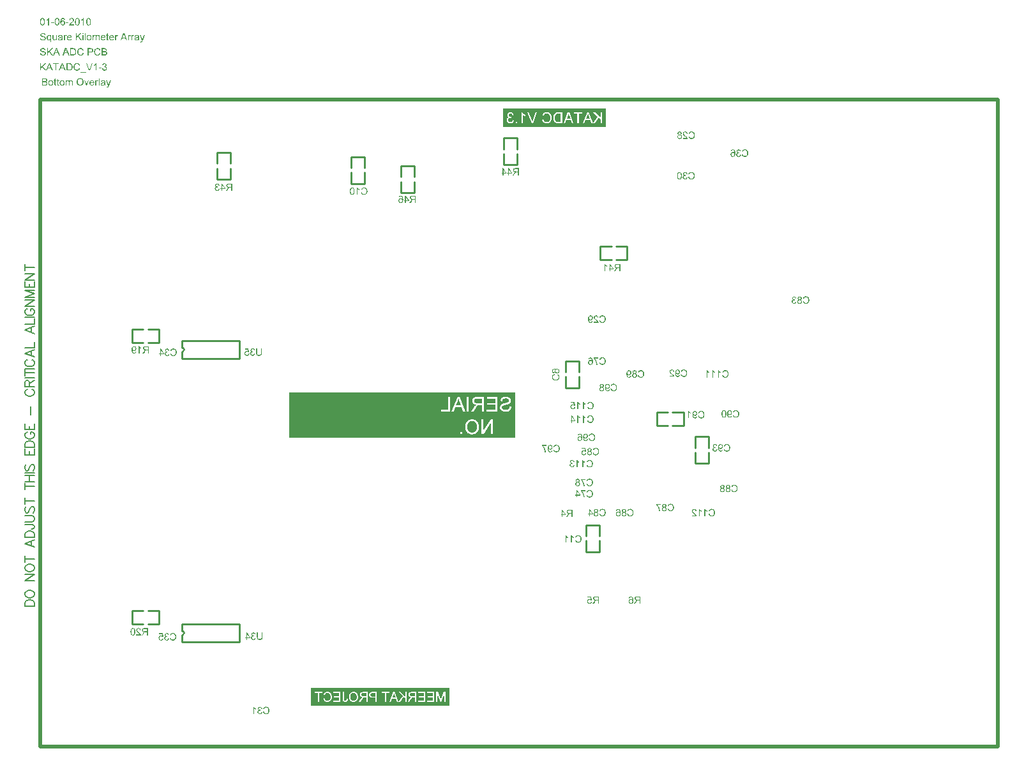
<source format=gbo>
%FSLAX44Y44*%
%MOMM*%
G71*
G01*
G75*
G04 Layer_Color=32896*
%ADD10C,0.1524*%
%ADD11C,0.1524*%
%ADD12C,0.9672*%
%ADD13R,1.5240X0.4064*%
%ADD14C,1.5000*%
%ADD15R,0.6000X1.5500*%
%ADD16R,1.0500X0.3500*%
%ADD17R,0.3500X1.0500*%
%ADD18R,3.2500X3.2500*%
%ADD19R,1.1500X0.6000*%
%ADD20R,0.5000X0.4500*%
%ADD21R,1.2500X2.0500*%
%ADD22R,0.6000X1.1000*%
%ADD23R,1.1500X0.4000*%
%ADD24R,0.6000X1.0500*%
%ADD25O,1.6000X0.3000*%
%ADD26O,0.3000X1.6000*%
%ADD27R,5.0000X5.0000*%
%ADD28R,0.8636X1.2700*%
%ADD29R,2.5000X2.5000*%
%ADD30O,1.2000X0.4000*%
%ADD31R,1.5500X1.0000*%
%ADD32R,0.6000X0.6000*%
%ADD33R,1.2700X3.4290*%
%ADD34R,0.6000X0.7000*%
%ADD35R,0.9000X1.0000*%
%ADD36R,1.3000X1.2000*%
%ADD37R,0.7000X0.8000*%
%ADD38R,2.2860X1.9050*%
%ADD39R,0.7620X0.9652*%
%ADD40R,2.7000X1.3500*%
%ADD41R,0.6000X0.6500*%
%ADD42R,3.4500X0.9500*%
%ADD43R,0.7000X0.3000*%
%ADD44R,0.3000X0.7000*%
%ADD45R,2.9500X2.9500*%
%ADD46R,0.8890X1.2954*%
%ADD47R,1.1938X1.2954*%
%ADD48C,1.0000*%
%ADD49R,1.3500X2.7000*%
%ADD50R,0.6500X0.6000*%
%ADD51R,0.9500X3.4500*%
G04:AMPARAMS|DCode=52|XSize=0.65mm|YSize=0.6mm|CornerRadius=0mm|HoleSize=0mm|Usage=FLASHONLY|Rotation=315.000|XOffset=0mm|YOffset=0mm|HoleType=Round|Shape=Rectangle|*
%AMROTATEDRECTD52*
4,1,4,-0.4419,0.0177,-0.0177,0.4419,0.4419,-0.0177,0.0177,-0.4419,-0.4419,0.0177,0.0*
%
%ADD52ROTATEDRECTD52*%

G04:AMPARAMS|DCode=53|XSize=0.65mm|YSize=0.6mm|CornerRadius=0mm|HoleSize=0mm|Usage=FLASHONLY|Rotation=45.000|XOffset=0mm|YOffset=0mm|HoleType=Round|Shape=Rectangle|*
%AMROTATEDRECTD53*
4,1,4,-0.0177,-0.4419,-0.4419,-0.0177,0.0177,0.4419,0.4419,0.0177,-0.0177,-0.4419,0.0*
%
%ADD53ROTATEDRECTD53*%

%ADD54R,0.9652X0.7620*%
%ADD55P,0.8485X4X90.0*%
%ADD56P,0.8485X4X360.0*%
%ADD57R,0.6000X0.6000*%
%ADD58R,1.0500X0.6000*%
%ADD59R,3.2500X3.2500*%
%ADD60C,0.3000*%
%ADD61C,0.5000*%
%ADD62C,0.5080*%
%ADD63C,0.3048*%
%ADD64C,0.3500*%
%ADD65C,0.4001*%
%ADD66C,0.3500*%
%ADD67C,0.3000*%
%ADD68C,0.2540*%
%ADD69C,0.4501*%
%ADD70C,0.4432*%
%ADD71C,0.3810*%
%ADD72C,0.6000*%
%ADD73C,0.5999*%
%ADD74C,0.4433*%
%ADD75C,0.2851*%
%ADD76C,0.8636*%
%ADD77C,0.4521*%
%ADD78C,0.2845*%
%ADD79C,0.1270*%
%ADD80C,0.6350*%
%ADD81C,1.5240*%
%ADD82C,1.0500*%
%ADD83C,6.3500*%
%ADD84C,0.6500*%
%ADD85C,0.5500*%
%ADD86C,3.3020*%
%ADD87C,0.5099*%
%ADD88C,0.5499*%
%ADD89C,1.0000*%
%ADD90C,1.9160*%
%ADD91C,1.6160*%
%ADD92C,1.2660*%
%ADD93C,2.2160*%
%ADD94C,4.8160*%
%ADD95C,3.2160*%
%ADD96C,0.5001*%
%ADD97O,0.3302X1.6510*%
%ADD98C,0.2000*%
%ADD99C,0.3302*%
%ADD100C,0.2500*%
%ADD101C,0.2300*%
%ADD102C,0.2499*%
%ADD103C,0.1000*%
%ADD104R,0.8000X0.9000*%
%ADD105R,1.6440X0.5264*%
%ADD106C,3.5000*%
%ADD107R,0.7000X1.6500*%
%ADD108R,1.1700X0.4700*%
%ADD109R,0.4700X1.1700*%
%ADD110R,3.3700X3.3700*%
%ADD111R,1.2700X0.7200*%
%ADD112R,0.6200X0.5700*%
%ADD113R,1.3700X2.1700*%
%ADD114R,0.7200X1.2200*%
%ADD115R,1.2700X0.5200*%
%ADD116R,0.7200X1.1700*%
%ADD117O,1.7200X0.4200*%
%ADD118O,0.4200X1.7200*%
%ADD119R,5.1200X5.1200*%
%ADD120R,0.9836X1.3900*%
%ADD121R,2.6200X2.6200*%
%ADD122O,1.3200X0.5200*%
%ADD123R,1.6700X1.1200*%
%ADD124R,0.7000X0.7000*%
%ADD125R,1.3716X3.5306*%
%ADD126R,0.7200X0.8200*%
%ADD127R,1.0200X1.1200*%
%ADD128R,1.4200X1.3200*%
%ADD129R,2.4060X2.0250*%
%ADD130R,0.8820X1.0852*%
%ADD131R,2.8000X1.4500*%
%ADD132R,0.7000X0.7500*%
%ADD133R,3.5700X1.0700*%
%ADD134R,0.8200X0.4200*%
%ADD135R,0.4200X0.8200*%
%ADD136R,3.0700X3.0700*%
%ADD137R,1.0090X1.4154*%
%ADD138R,1.3138X1.4154*%
%ADD139C,2.5000*%
%ADD140R,1.4500X2.8000*%
%ADD141R,0.7500X0.7000*%
%ADD142R,1.0700X3.5700*%
G04:AMPARAMS|DCode=143|XSize=0.75mm|YSize=0.7mm|CornerRadius=0mm|HoleSize=0mm|Usage=FLASHONLY|Rotation=315.000|XOffset=0mm|YOffset=0mm|HoleType=Round|Shape=Rectangle|*
%AMROTATEDRECTD143*
4,1,4,-0.5127,0.0177,-0.0177,0.5127,0.5127,-0.0177,0.0177,-0.5127,-0.5127,0.0177,0.0*
%
%ADD143ROTATEDRECTD143*%

G04:AMPARAMS|DCode=144|XSize=0.75mm|YSize=0.7mm|CornerRadius=0mm|HoleSize=0mm|Usage=FLASHONLY|Rotation=45.000|XOffset=0mm|YOffset=0mm|HoleType=Round|Shape=Rectangle|*
%AMROTATEDRECTD144*
4,1,4,-0.0177,-0.5127,-0.5127,-0.0177,0.0177,0.5127,0.5127,0.0177,-0.0177,-0.5127,0.0*
%
%ADD144ROTATEDRECTD144*%

%ADD145R,1.0852X0.8820*%
%ADD146P,0.9900X4X90.0*%
%ADD147P,0.9900X4X360.0*%
%ADD148R,0.7000X0.7000*%
%ADD149R,1.1700X0.7200*%
%ADD150R,3.3700X3.3700*%
%ADD151C,0.7550*%
%ADD152C,1.6440*%
%ADD153C,1.1700*%
%ADD154C,6.4700*%
%ADD155C,0.6699*%
%ADD156O,0.4502X1.7710*%
G36*
X715830Y415635D02*
X716093Y415597D01*
X716342Y415548D01*
X716580Y415473D01*
X716792Y415385D01*
X716992Y415298D01*
X717180Y415198D01*
X717342Y415098D01*
X717480Y414985D01*
X717617Y414885D01*
X717730Y414798D01*
X717817Y414710D01*
X717892Y414635D01*
X717942Y414585D01*
X717967Y414548D01*
X717980Y414535D01*
X718155Y414285D01*
X718317Y413998D01*
X718455Y413698D01*
X718567Y413373D01*
X718667Y413036D01*
X718754Y412698D01*
X718817Y412361D01*
X718879Y412036D01*
X718917Y411724D01*
X718954Y411436D01*
X718967Y411174D01*
X718992Y410936D01*
Y410749D01*
X719004Y410674D01*
Y410611D01*
Y410561D01*
Y410524D01*
Y410499D01*
Y410486D01*
X718992Y410037D01*
X718967Y409624D01*
X718917Y409237D01*
X718854Y408874D01*
X718792Y408562D01*
X718717Y408262D01*
X718629Y407999D01*
X718542Y407762D01*
X718455Y407562D01*
X718367Y407387D01*
X718292Y407237D01*
X718230Y407125D01*
X718167Y407025D01*
X718117Y406962D01*
X718092Y406925D01*
X718080Y406912D01*
X717892Y406725D01*
X717705Y406562D01*
X717505Y406412D01*
X717305Y406287D01*
X717105Y406188D01*
X716905Y406100D01*
X716705Y406025D01*
X716517Y405975D01*
X716342Y405925D01*
X716180Y405900D01*
X716043Y405875D01*
X715918Y405850D01*
X715805D01*
X715730Y405838D01*
X715668D01*
X715355Y405850D01*
X715068Y405900D01*
X714805Y405962D01*
X714581Y406050D01*
X714393Y406125D01*
X714318Y406150D01*
X714243Y406188D01*
X714193Y406212D01*
X714156Y406237D01*
X714143Y406250D01*
X714131D01*
X713881Y406425D01*
X713668Y406612D01*
X713493Y406812D01*
X713331Y407000D01*
X713218Y407175D01*
X713131Y407312D01*
X713093Y407362D01*
X713068Y407400D01*
X713056Y407425D01*
Y407437D01*
X712918Y407737D01*
X712818Y408024D01*
X712756Y408312D01*
X712706Y408562D01*
X712681Y408787D01*
X712669Y408874D01*
X712656Y408962D01*
Y409024D01*
Y409074D01*
Y409099D01*
Y409112D01*
X712669Y409362D01*
X712693Y409599D01*
X712731Y409824D01*
X712781Y410049D01*
X712856Y410249D01*
X712918Y410424D01*
X712993Y410599D01*
X713068Y410749D01*
X713156Y410886D01*
X713231Y411011D01*
X713293Y411111D01*
X713356Y411199D01*
X713418Y411274D01*
X713456Y411324D01*
X713481Y411349D01*
X713493Y411361D01*
X713656Y411511D01*
X713818Y411649D01*
X713981Y411761D01*
X714156Y411874D01*
X714331Y411949D01*
X714493Y412024D01*
X714656Y412086D01*
X714805Y412123D01*
X714955Y412161D01*
X715080Y412186D01*
X715205Y412211D01*
X715305Y412223D01*
X715393Y412236D01*
X715505D01*
X715755Y412223D01*
X715993Y412186D01*
X716205Y412136D01*
X716405Y412073D01*
X716568Y412011D01*
X716680Y411961D01*
X716730Y411936D01*
X716767Y411923D01*
X716780Y411911D01*
X716792D01*
X717017Y411786D01*
X717217Y411624D01*
X717392Y411474D01*
X717542Y411311D01*
X717667Y411174D01*
X717755Y411061D01*
X717805Y410974D01*
X717830Y410961D01*
Y411211D01*
X717817Y411461D01*
X717792Y411698D01*
X717767Y411911D01*
X717742Y412111D01*
X717717Y412286D01*
X717692Y412461D01*
X717667Y412611D01*
X717630Y412736D01*
X717605Y412848D01*
X717580Y412948D01*
X717555Y413036D01*
X717530Y413098D01*
X717517Y413136D01*
X717505Y413161D01*
Y413173D01*
X717367Y413448D01*
X717230Y413685D01*
X717080Y413885D01*
X716942Y414048D01*
X716817Y414185D01*
X716717Y414273D01*
X716655Y414335D01*
X716630Y414348D01*
X716455Y414460D01*
X716292Y414535D01*
X716118Y414598D01*
X715968Y414635D01*
X715830Y414660D01*
X715730Y414673D01*
X715630D01*
X715380Y414648D01*
X715143Y414598D01*
X714943Y414510D01*
X714768Y414423D01*
X714631Y414335D01*
X714530Y414248D01*
X714468Y414198D01*
X714443Y414173D01*
X714343Y414035D01*
X714256Y413885D01*
X714168Y413723D01*
X714106Y413561D01*
X714056Y413411D01*
X714018Y413286D01*
X714006Y413236D01*
Y413198D01*
X713993Y413186D01*
Y413173D01*
X712818Y413261D01*
X712856Y413461D01*
X712893Y413661D01*
X713018Y413998D01*
X713093Y414160D01*
X713156Y414298D01*
X713231Y414435D01*
X713306Y414548D01*
X713381Y414660D01*
X713456Y414748D01*
X713518Y414823D01*
X713581Y414898D01*
X713631Y414948D01*
X713656Y414985D01*
X713681Y414998D01*
X713693Y415010D01*
X713831Y415123D01*
X713981Y415223D01*
X714131Y415310D01*
X714293Y415385D01*
X714605Y415498D01*
X714893Y415573D01*
X715030Y415597D01*
X715155Y415610D01*
X715268Y415622D01*
X715368Y415635D01*
X715443Y415648D01*
X715555D01*
X715830Y415635D01*
D02*
G37*
G36*
X910926Y401748D02*
X911363Y401685D01*
X911763Y401585D01*
X911938Y401535D01*
X912113Y401485D01*
X912263Y401423D01*
X912401Y401373D01*
X912513Y401323D01*
X912613Y401273D01*
X912688Y401235D01*
X912751Y401210D01*
X912788Y401198D01*
X912801Y401185D01*
X912988Y401073D01*
X913176Y400948D01*
X913500Y400673D01*
X913788Y400398D01*
X914013Y400123D01*
X914113Y399986D01*
X914200Y399873D01*
X914275Y399761D01*
X914325Y399673D01*
X914375Y399598D01*
X914413Y399536D01*
X914425Y399498D01*
X914438Y399486D01*
X914538Y399273D01*
X914625Y399048D01*
X914763Y398611D01*
X914863Y398173D01*
X914900Y397961D01*
X914925Y397761D01*
X914950Y397574D01*
X914975Y397411D01*
X914987Y397261D01*
Y397124D01*
X915000Y397024D01*
Y396936D01*
Y396886D01*
Y396874D01*
X914975Y396374D01*
X914925Y395886D01*
X914887Y395674D01*
X914837Y395462D01*
X914800Y395262D01*
X914750Y395074D01*
X914700Y394899D01*
X914663Y394749D01*
X914613Y394624D01*
X914575Y394512D01*
X914550Y394424D01*
X914525Y394349D01*
X914500Y394312D01*
Y394299D01*
X914400Y394087D01*
X914288Y393875D01*
X914175Y393687D01*
X914050Y393512D01*
X913925Y393337D01*
X913800Y393187D01*
X913688Y393050D01*
X913563Y392937D01*
X913450Y392825D01*
X913350Y392725D01*
X913250Y392650D01*
X913176Y392587D01*
X913101Y392525D01*
X913051Y392487D01*
X913026Y392475D01*
X913013Y392462D01*
X912826Y392350D01*
X912626Y392262D01*
X912413Y392175D01*
X912201Y392100D01*
X911776Y391987D01*
X911376Y391912D01*
X911189Y391888D01*
X911026Y391875D01*
X910864Y391862D01*
X910739Y391850D01*
X910626Y391838D01*
X910476D01*
X910201Y391850D01*
X909939Y391875D01*
X909689Y391912D01*
X909451Y391963D01*
X909227Y392025D01*
X909014Y392100D01*
X908827Y392163D01*
X908639Y392250D01*
X908489Y392325D01*
X908352Y392387D01*
X908227Y392462D01*
X908127Y392525D01*
X908039Y392575D01*
X907989Y392612D01*
X907952Y392637D01*
X907939Y392650D01*
X907752Y392812D01*
X907577Y392987D01*
X907414Y393175D01*
X907277Y393375D01*
X907140Y393575D01*
X907027Y393762D01*
X906915Y393962D01*
X906827Y394150D01*
X906740Y394337D01*
X906677Y394499D01*
X906615Y394649D01*
X906565Y394774D01*
X906540Y394887D01*
X906515Y394974D01*
X906490Y395024D01*
Y395037D01*
X907764Y395362D01*
X907827Y395137D01*
X907889Y394937D01*
X907964Y394749D01*
X908039Y394562D01*
X908127Y394399D01*
X908202Y394249D01*
X908289Y394112D01*
X908377Y393999D01*
X908452Y393887D01*
X908527Y393800D01*
X908602Y393712D01*
X908652Y393650D01*
X908702Y393600D01*
X908739Y393562D01*
X908764Y393550D01*
X908777Y393537D01*
X908914Y393425D01*
X909064Y393337D01*
X909214Y393250D01*
X909376Y393187D01*
X909676Y393075D01*
X909964Y393000D01*
X910089Y392975D01*
X910214Y392962D01*
X910314Y392950D01*
X910414Y392937D01*
X910489Y392925D01*
X910589D01*
X910913Y392950D01*
X911214Y393000D01*
X911488Y393062D01*
X911738Y393150D01*
X911938Y393237D01*
X912026Y393275D01*
X912088Y393300D01*
X912151Y393337D01*
X912188Y393350D01*
X912213Y393375D01*
X912226D01*
X912488Y393562D01*
X912713Y393774D01*
X912900Y393999D01*
X913063Y394224D01*
X913188Y394424D01*
X913225Y394512D01*
X913263Y394587D01*
X913300Y394649D01*
X913325Y394699D01*
X913338Y394724D01*
Y394737D01*
X913450Y395087D01*
X913538Y395462D01*
X913600Y395812D01*
X913638Y396149D01*
X913663Y396299D01*
Y396436D01*
X913675Y396561D01*
X913688Y396674D01*
Y396761D01*
Y396824D01*
Y396861D01*
Y396874D01*
X913675Y397224D01*
X913638Y397561D01*
X913588Y397873D01*
X913538Y398161D01*
X913513Y398273D01*
X913488Y398386D01*
X913463Y398486D01*
X913438Y398573D01*
X913413Y398636D01*
X913400Y398686D01*
X913388Y398711D01*
Y398723D01*
X913263Y399048D01*
X913101Y399323D01*
X912925Y399573D01*
X912751Y399773D01*
X912601Y399935D01*
X912476Y400048D01*
X912426Y400098D01*
X912388Y400123D01*
X912363Y400148D01*
X912351D01*
X912201Y400248D01*
X912051Y400323D01*
X911738Y400460D01*
X911426Y400560D01*
X911139Y400623D01*
X911001Y400635D01*
X910876Y400660D01*
X910764Y400673D01*
X910676D01*
X910601Y400685D01*
X910489D01*
X910139Y400660D01*
X909826Y400610D01*
X909551Y400535D01*
X909314Y400448D01*
X909127Y400348D01*
X909052Y400310D01*
X908989Y400273D01*
X908939Y400248D01*
X908902Y400223D01*
X908889Y400198D01*
X908877D01*
X908764Y400098D01*
X908652Y399998D01*
X908452Y399761D01*
X908289Y399511D01*
X908152Y399261D01*
X908039Y399036D01*
X908002Y398936D01*
X907964Y398848D01*
X907939Y398773D01*
X907914Y398723D01*
X907902Y398686D01*
Y398673D01*
X906652Y398973D01*
X906727Y399211D01*
X906827Y399448D01*
X906927Y399660D01*
X907039Y399860D01*
X907152Y400035D01*
X907264Y400210D01*
X907377Y400360D01*
X907489Y400498D01*
X907602Y400623D01*
X907702Y400735D01*
X907802Y400823D01*
X907877Y400898D01*
X907939Y400960D01*
X908002Y400998D01*
X908027Y401023D01*
X908039Y401035D01*
X908227Y401160D01*
X908427Y401285D01*
X908627Y401373D01*
X908827Y401460D01*
X909039Y401535D01*
X909239Y401598D01*
X909614Y401685D01*
X909789Y401710D01*
X909951Y401735D01*
X910101Y401748D01*
X910226Y401760D01*
X910326Y401772D01*
X910701D01*
X910926Y401748D01*
D02*
G37*
G36*
X723628Y415635D02*
X723853Y415610D01*
X724078Y415560D01*
X724278Y415510D01*
X724465Y415435D01*
X724640Y415360D01*
X724815Y415285D01*
X724953Y415198D01*
X725090Y415110D01*
X725215Y415035D01*
X725315Y414960D01*
X725403Y414885D01*
X725465Y414835D01*
X725515Y414785D01*
X725540Y414760D01*
X725553Y414748D01*
X725703Y414573D01*
X725828Y414398D01*
X725940Y414198D01*
X726040Y414010D01*
X726127Y413811D01*
X726190Y413611D01*
X726290Y413236D01*
X726328Y413073D01*
X726352Y412911D01*
X726377Y412761D01*
X726390Y412636D01*
X726403Y412536D01*
Y412461D01*
Y412411D01*
Y412398D01*
X726390Y412136D01*
X726365Y411898D01*
X726328Y411661D01*
X726277Y411449D01*
X726215Y411249D01*
X726140Y411061D01*
X726065Y410886D01*
X725990Y410736D01*
X725915Y410599D01*
X725840Y410474D01*
X725765Y410361D01*
X725703Y410286D01*
X725653Y410211D01*
X725615Y410161D01*
X725590Y410136D01*
X725578Y410124D01*
X725415Y409974D01*
X725253Y409837D01*
X725090Y409724D01*
X724915Y409624D01*
X724740Y409537D01*
X724578Y409474D01*
X724416Y409412D01*
X724266Y409374D01*
X724116Y409337D01*
X723991Y409312D01*
X723866Y409287D01*
X723766Y409274D01*
X723678Y409262D01*
X723566D01*
X723303Y409274D01*
X723053Y409312D01*
X722828Y409374D01*
X722641Y409437D01*
X722466Y409499D01*
X722354Y409562D01*
X722303Y409574D01*
X722266Y409599D01*
X722253Y409612D01*
X722241D01*
X722029Y409749D01*
X721829Y409899D01*
X721666Y410049D01*
X721529Y410199D01*
X721416Y410324D01*
X721329Y410436D01*
X721279Y410499D01*
X721266Y410524D01*
Y410424D01*
Y410349D01*
Y410299D01*
Y410286D01*
X721279Y410011D01*
X721291Y409749D01*
X721316Y409499D01*
X721354Y409287D01*
X721391Y409099D01*
X721404Y409024D01*
X721416Y408962D01*
X721429Y408912D01*
Y408874D01*
X721441Y408849D01*
Y408837D01*
X721504Y408587D01*
X721579Y408362D01*
X721654Y408174D01*
X721729Y408012D01*
X721791Y407887D01*
X721829Y407787D01*
X721866Y407737D01*
X721879Y407712D01*
X721979Y407562D01*
X722091Y407437D01*
X722204Y407325D01*
X722316Y407225D01*
X722403Y407150D01*
X722478Y407100D01*
X722541Y407062D01*
X722553Y407050D01*
X722716Y406975D01*
X722878Y406912D01*
X723041Y406875D01*
X723178Y406837D01*
X723316Y406825D01*
X723416Y406812D01*
X723503D01*
X723728Y406825D01*
X723941Y406862D01*
X724116Y406925D01*
X724266Y406987D01*
X724390Y407050D01*
X724478Y407112D01*
X724528Y407150D01*
X724553Y407162D01*
X724690Y407312D01*
X724803Y407487D01*
X724903Y407675D01*
X724965Y407874D01*
X725028Y408037D01*
X725065Y408187D01*
X725078Y408237D01*
Y408274D01*
X725090Y408299D01*
Y408312D01*
X726227Y408224D01*
X726190Y408012D01*
X726152Y407825D01*
X726103Y407637D01*
X726040Y407475D01*
X725965Y407312D01*
X725903Y407162D01*
X725828Y407037D01*
X725753Y406912D01*
X725678Y406812D01*
X725615Y406725D01*
X725553Y406637D01*
X725490Y406575D01*
X725440Y406525D01*
X725403Y406487D01*
X725390Y406475D01*
X725378Y406462D01*
X725240Y406350D01*
X725090Y406262D01*
X724940Y406175D01*
X724790Y406100D01*
X724478Y405988D01*
X724191Y405913D01*
X724053Y405887D01*
X723928Y405875D01*
X723828Y405863D01*
X723728Y405850D01*
X723653Y405838D01*
X723541D01*
X723341Y405850D01*
X723153Y405863D01*
X722803Y405925D01*
X722491Y406012D01*
X722216Y406125D01*
X722104Y406175D01*
X721991Y406225D01*
X721904Y406275D01*
X721829Y406312D01*
X721766Y406350D01*
X721729Y406375D01*
X721704Y406400D01*
X721691D01*
X721404Y406637D01*
X721166Y406900D01*
X720954Y407175D01*
X720791Y407450D01*
X720654Y407687D01*
X720604Y407787D01*
X720566Y407887D01*
X720529Y407962D01*
X720504Y408012D01*
X720491Y408050D01*
Y408062D01*
X720416Y408274D01*
X720354Y408499D01*
X720254Y408974D01*
X720191Y409474D01*
X720167Y409712D01*
X720142Y409936D01*
X720129Y410161D01*
X720117Y410361D01*
X720104Y410536D01*
X720092Y410699D01*
Y410824D01*
Y410924D01*
Y410974D01*
Y410999D01*
Y411324D01*
X720104Y411624D01*
X720129Y411898D01*
X720154Y412161D01*
X720191Y412411D01*
X720217Y412623D01*
X720254Y412823D01*
X720292Y413011D01*
X720341Y413173D01*
X720379Y413311D01*
X720404Y413423D01*
X720442Y413523D01*
X720467Y413598D01*
X720491Y413661D01*
X720504Y413685D01*
Y413698D01*
X720666Y414035D01*
X720854Y414323D01*
X721054Y414560D01*
X721241Y414773D01*
X721416Y414923D01*
X721554Y415048D01*
X721604Y415085D01*
X721641Y415110D01*
X721666Y415135D01*
X721679D01*
X721979Y415310D01*
X722279Y415435D01*
X722566Y415523D01*
X722828Y415585D01*
X723053Y415622D01*
X723153Y415635D01*
X723228D01*
X723303Y415648D01*
X723391D01*
X723628Y415635D01*
D02*
G37*
G36*
X676628Y400635D02*
X676853Y400610D01*
X677078Y400560D01*
X677278Y400510D01*
X677465Y400435D01*
X677640Y400360D01*
X677815Y400285D01*
X677953Y400198D01*
X678090Y400110D01*
X678215Y400035D01*
X678315Y399960D01*
X678403Y399885D01*
X678465Y399835D01*
X678515Y399785D01*
X678540Y399760D01*
X678553Y399748D01*
X678703Y399573D01*
X678828Y399398D01*
X678940Y399198D01*
X679040Y399011D01*
X679128Y398811D01*
X679190Y398611D01*
X679290Y398236D01*
X679327Y398073D01*
X679352Y397911D01*
X679378Y397761D01*
X679390Y397636D01*
X679402Y397536D01*
Y397461D01*
Y397411D01*
Y397398D01*
X679390Y397136D01*
X679365Y396898D01*
X679327Y396661D01*
X679277Y396449D01*
X679215Y396249D01*
X679140Y396061D01*
X679065Y395886D01*
X678990Y395736D01*
X678915Y395599D01*
X678840Y395474D01*
X678765Y395361D01*
X678703Y395286D01*
X678653Y395211D01*
X678615Y395161D01*
X678590Y395136D01*
X678578Y395124D01*
X678415Y394974D01*
X678253Y394837D01*
X678090Y394724D01*
X677915Y394624D01*
X677740Y394537D01*
X677578Y394474D01*
X677415Y394412D01*
X677265Y394374D01*
X677115Y394337D01*
X676991Y394312D01*
X676866Y394287D01*
X676766Y394274D01*
X676678Y394262D01*
X676566D01*
X676303Y394274D01*
X676053Y394312D01*
X675828Y394374D01*
X675641Y394437D01*
X675466Y394499D01*
X675353Y394562D01*
X675303Y394574D01*
X675266Y394599D01*
X675254Y394612D01*
X675241D01*
X675029Y394749D01*
X674829Y394899D01*
X674666Y395049D01*
X674529Y395199D01*
X674416Y395324D01*
X674329Y395436D01*
X674279Y395499D01*
X674266Y395524D01*
Y395424D01*
Y395349D01*
Y395299D01*
Y395286D01*
X674279Y395011D01*
X674291Y394749D01*
X674316Y394499D01*
X674354Y394287D01*
X674391Y394099D01*
X674404Y394024D01*
X674416Y393962D01*
X674429Y393912D01*
Y393874D01*
X674441Y393849D01*
Y393837D01*
X674504Y393587D01*
X674579Y393362D01*
X674654Y393174D01*
X674729Y393012D01*
X674791Y392887D01*
X674829Y392787D01*
X674866Y392737D01*
X674879Y392712D01*
X674979Y392562D01*
X675091Y392437D01*
X675203Y392325D01*
X675316Y392225D01*
X675404Y392150D01*
X675479Y392100D01*
X675541Y392062D01*
X675553Y392050D01*
X675716Y391975D01*
X675878Y391912D01*
X676041Y391875D01*
X676178Y391837D01*
X676316Y391825D01*
X676416Y391812D01*
X676503D01*
X676728Y391825D01*
X676941Y391862D01*
X677115Y391925D01*
X677265Y391987D01*
X677391Y392050D01*
X677478Y392112D01*
X677528Y392150D01*
X677553Y392162D01*
X677690Y392312D01*
X677803Y392487D01*
X677903Y392675D01*
X677965Y392874D01*
X678028Y393037D01*
X678065Y393187D01*
X678078Y393237D01*
Y393274D01*
X678090Y393299D01*
Y393312D01*
X679228Y393224D01*
X679190Y393012D01*
X679153Y392825D01*
X679102Y392637D01*
X679040Y392475D01*
X678965Y392312D01*
X678903Y392162D01*
X678828Y392037D01*
X678753Y391912D01*
X678678Y391812D01*
X678615Y391725D01*
X678553Y391637D01*
X678490Y391575D01*
X678440Y391525D01*
X678403Y391487D01*
X678390Y391475D01*
X678378Y391462D01*
X678240Y391350D01*
X678090Y391262D01*
X677940Y391175D01*
X677790Y391100D01*
X677478Y390988D01*
X677190Y390913D01*
X677053Y390887D01*
X676928Y390875D01*
X676828Y390863D01*
X676728Y390850D01*
X676653Y390838D01*
X676541D01*
X676341Y390850D01*
X676153Y390863D01*
X675803Y390925D01*
X675491Y391012D01*
X675216Y391125D01*
X675104Y391175D01*
X674991Y391225D01*
X674904Y391275D01*
X674829Y391312D01*
X674766Y391350D01*
X674729Y391375D01*
X674704Y391400D01*
X674691D01*
X674404Y391637D01*
X674166Y391900D01*
X673954Y392175D01*
X673791Y392450D01*
X673654Y392687D01*
X673604Y392787D01*
X673566Y392887D01*
X673529Y392962D01*
X673504Y393012D01*
X673492Y393050D01*
Y393062D01*
X673417Y393274D01*
X673354Y393499D01*
X673254Y393974D01*
X673192Y394474D01*
X673167Y394712D01*
X673142Y394936D01*
X673129Y395161D01*
X673117Y395361D01*
X673104Y395536D01*
X673092Y395699D01*
Y395824D01*
Y395924D01*
Y395974D01*
Y395999D01*
Y396324D01*
X673104Y396624D01*
X673129Y396898D01*
X673154Y397161D01*
X673192Y397411D01*
X673216Y397623D01*
X673254Y397823D01*
X673291Y398011D01*
X673342Y398173D01*
X673379Y398311D01*
X673404Y398423D01*
X673441Y398523D01*
X673466Y398598D01*
X673492Y398661D01*
X673504Y398685D01*
Y398698D01*
X673666Y399035D01*
X673854Y399323D01*
X674054Y399560D01*
X674241Y399773D01*
X674416Y399923D01*
X674554Y400048D01*
X674604Y400085D01*
X674641Y400110D01*
X674666Y400135D01*
X674679D01*
X674979Y400310D01*
X675278Y400435D01*
X675566Y400523D01*
X675828Y400585D01*
X676053Y400622D01*
X676153Y400635D01*
X676228D01*
X676303Y400648D01*
X676391D01*
X676628Y400635D01*
D02*
G37*
G36*
X731926Y415747D02*
X732363Y415685D01*
X732763Y415585D01*
X732938Y415535D01*
X733113Y415485D01*
X733263Y415423D01*
X733401Y415373D01*
X733513Y415323D01*
X733613Y415273D01*
X733688Y415235D01*
X733751Y415210D01*
X733788Y415198D01*
X733801Y415185D01*
X733988Y415073D01*
X734175Y414948D01*
X734500Y414673D01*
X734788Y414398D01*
X735013Y414123D01*
X735113Y413985D01*
X735200Y413873D01*
X735275Y413760D01*
X735325Y413673D01*
X735375Y413598D01*
X735413Y413536D01*
X735425Y413498D01*
X735438Y413486D01*
X735538Y413273D01*
X735625Y413048D01*
X735763Y412611D01*
X735863Y412173D01*
X735900Y411961D01*
X735925Y411761D01*
X735950Y411574D01*
X735975Y411411D01*
X735987Y411261D01*
Y411124D01*
X736000Y411024D01*
Y410936D01*
Y410886D01*
Y410874D01*
X735975Y410374D01*
X735925Y409887D01*
X735888Y409674D01*
X735837Y409462D01*
X735800Y409262D01*
X735750Y409074D01*
X735700Y408899D01*
X735663Y408749D01*
X735613Y408624D01*
X735575Y408512D01*
X735550Y408424D01*
X735525Y408349D01*
X735500Y408312D01*
Y408299D01*
X735400Y408087D01*
X735288Y407874D01*
X735175Y407687D01*
X735050Y407512D01*
X734925Y407337D01*
X734800Y407187D01*
X734688Y407050D01*
X734563Y406937D01*
X734450Y406825D01*
X734350Y406725D01*
X734250Y406650D01*
X734175Y406587D01*
X734100Y406525D01*
X734051Y406487D01*
X734025Y406475D01*
X734013Y406462D01*
X733826Y406350D01*
X733626Y406262D01*
X733413Y406175D01*
X733201Y406100D01*
X732776Y405988D01*
X732376Y405913D01*
X732188Y405887D01*
X732026Y405875D01*
X731864Y405863D01*
X731739Y405850D01*
X731626Y405838D01*
X731476D01*
X731201Y405850D01*
X730939Y405875D01*
X730689Y405913D01*
X730451Y405962D01*
X730227Y406025D01*
X730014Y406100D01*
X729827Y406162D01*
X729639Y406250D01*
X729489Y406325D01*
X729352Y406387D01*
X729227Y406462D01*
X729127Y406525D01*
X729039Y406575D01*
X728989Y406612D01*
X728952Y406637D01*
X728939Y406650D01*
X728752Y406812D01*
X728577Y406987D01*
X728414Y407175D01*
X728277Y407375D01*
X728139Y407575D01*
X728027Y407762D01*
X727915Y407962D01*
X727827Y408149D01*
X727740Y408337D01*
X727677Y408499D01*
X727615Y408649D01*
X727565Y408774D01*
X727540Y408887D01*
X727515Y408974D01*
X727490Y409024D01*
Y409037D01*
X728764Y409362D01*
X728827Y409137D01*
X728889Y408937D01*
X728964Y408749D01*
X729039Y408562D01*
X729127Y408399D01*
X729202Y408249D01*
X729289Y408112D01*
X729377Y407999D01*
X729452Y407887D01*
X729527Y407799D01*
X729602Y407712D01*
X729652Y407650D01*
X729702Y407600D01*
X729739Y407562D01*
X729764Y407550D01*
X729777Y407537D01*
X729914Y407425D01*
X730064Y407337D01*
X730214Y407250D01*
X730376Y407187D01*
X730676Y407075D01*
X730964Y407000D01*
X731089Y406975D01*
X731214Y406962D01*
X731314Y406950D01*
X731414Y406937D01*
X731489Y406925D01*
X731589D01*
X731914Y406950D01*
X732214Y407000D01*
X732488Y407062D01*
X732738Y407150D01*
X732938Y407237D01*
X733026Y407275D01*
X733088Y407300D01*
X733151Y407337D01*
X733188Y407350D01*
X733213Y407375D01*
X733226D01*
X733488Y407562D01*
X733713Y407775D01*
X733901Y407999D01*
X734063Y408224D01*
X734188Y408424D01*
X734225Y408512D01*
X734263Y408587D01*
X734300Y408649D01*
X734325Y408699D01*
X734338Y408724D01*
Y408737D01*
X734450Y409087D01*
X734538Y409462D01*
X734600Y409812D01*
X734638Y410149D01*
X734663Y410299D01*
Y410436D01*
X734675Y410561D01*
X734688Y410674D01*
Y410761D01*
Y410824D01*
Y410861D01*
Y410874D01*
X734675Y411224D01*
X734638Y411561D01*
X734588Y411874D01*
X734538Y412161D01*
X734513Y412273D01*
X734488Y412386D01*
X734463Y412486D01*
X734438Y412573D01*
X734413Y412636D01*
X734400Y412686D01*
X734388Y412711D01*
Y412723D01*
X734263Y413048D01*
X734100Y413323D01*
X733925Y413573D01*
X733751Y413773D01*
X733601Y413936D01*
X733476Y414048D01*
X733426Y414098D01*
X733388Y414123D01*
X733363Y414148D01*
X733351D01*
X733201Y414248D01*
X733051Y414323D01*
X732738Y414460D01*
X732426Y414560D01*
X732139Y414623D01*
X732001Y414635D01*
X731876Y414660D01*
X731764Y414673D01*
X731676D01*
X731601Y414685D01*
X731489D01*
X731139Y414660D01*
X730826Y414610D01*
X730551Y414535D01*
X730314Y414448D01*
X730126Y414348D01*
X730051Y414310D01*
X729989Y414273D01*
X729939Y414248D01*
X729902Y414223D01*
X729889Y414198D01*
X729877D01*
X729764Y414098D01*
X729652Y413998D01*
X729452Y413760D01*
X729289Y413511D01*
X729152Y413261D01*
X729039Y413036D01*
X729002Y412936D01*
X728964Y412848D01*
X728939Y412773D01*
X728914Y412723D01*
X728902Y412686D01*
Y412673D01*
X727652Y412973D01*
X727727Y413211D01*
X727827Y413448D01*
X727927Y413661D01*
X728039Y413861D01*
X728152Y414035D01*
X728264Y414210D01*
X728377Y414360D01*
X728489Y414498D01*
X728602Y414623D01*
X728702Y414735D01*
X728802Y414823D01*
X728877Y414898D01*
X728939Y414960D01*
X729002Y414998D01*
X729027Y415023D01*
X729039Y415035D01*
X729227Y415160D01*
X729427Y415285D01*
X729627Y415373D01*
X729827Y415460D01*
X730039Y415535D01*
X730239Y415597D01*
X730614Y415685D01*
X730789Y415710D01*
X730951Y415735D01*
X731101Y415747D01*
X731226Y415760D01*
X731326Y415773D01*
X731701D01*
X731926Y415747D01*
D02*
G37*
G36*
X845628Y500635D02*
X845853Y500610D01*
X846078Y500560D01*
X846278Y500510D01*
X846466Y500435D01*
X846640Y500360D01*
X846815Y500285D01*
X846953Y500198D01*
X847090Y500110D01*
X847215Y500035D01*
X847315Y499960D01*
X847403Y499885D01*
X847465Y499835D01*
X847515Y499785D01*
X847540Y499760D01*
X847553Y499748D01*
X847703Y499573D01*
X847828Y499398D01*
X847940Y499198D01*
X848040Y499011D01*
X848128Y498811D01*
X848190Y498611D01*
X848290Y498236D01*
X848327Y498073D01*
X848353Y497911D01*
X848378Y497761D01*
X848390Y497636D01*
X848402Y497536D01*
Y497461D01*
Y497411D01*
Y497398D01*
X848390Y497136D01*
X848365Y496898D01*
X848327Y496661D01*
X848278Y496449D01*
X848215Y496249D01*
X848140Y496061D01*
X848065Y495886D01*
X847990Y495736D01*
X847915Y495599D01*
X847840Y495474D01*
X847765Y495361D01*
X847703Y495286D01*
X847653Y495211D01*
X847615Y495161D01*
X847590Y495136D01*
X847578Y495124D01*
X847415Y494974D01*
X847253Y494837D01*
X847090Y494724D01*
X846915Y494624D01*
X846740Y494537D01*
X846578Y494474D01*
X846415Y494412D01*
X846265Y494374D01*
X846116Y494337D01*
X845991Y494312D01*
X845866Y494287D01*
X845766Y494274D01*
X845678Y494262D01*
X845566D01*
X845303Y494274D01*
X845053Y494312D01*
X844828Y494374D01*
X844641Y494437D01*
X844466Y494499D01*
X844353Y494562D01*
X844304Y494574D01*
X844266Y494599D01*
X844253Y494612D01*
X844241D01*
X844029Y494749D01*
X843829Y494899D01*
X843666Y495049D01*
X843529Y495199D01*
X843416Y495324D01*
X843329Y495436D01*
X843279Y495499D01*
X843266Y495524D01*
Y495424D01*
Y495349D01*
Y495299D01*
Y495286D01*
X843279Y495011D01*
X843291Y494749D01*
X843316Y494499D01*
X843354Y494287D01*
X843391Y494099D01*
X843404Y494024D01*
X843416Y493962D01*
X843429Y493912D01*
Y493874D01*
X843441Y493849D01*
Y493837D01*
X843504Y493587D01*
X843579Y493362D01*
X843654Y493175D01*
X843729Y493012D01*
X843791Y492887D01*
X843829Y492787D01*
X843866Y492737D01*
X843879Y492712D01*
X843979Y492562D01*
X844091Y492437D01*
X844203Y492325D01*
X844316Y492225D01*
X844404Y492150D01*
X844479Y492100D01*
X844541Y492062D01*
X844554Y492050D01*
X844716Y491975D01*
X844878Y491912D01*
X845041Y491875D01*
X845178Y491837D01*
X845316Y491825D01*
X845416Y491812D01*
X845503D01*
X845728Y491825D01*
X845941Y491862D01*
X846116Y491925D01*
X846265Y491987D01*
X846391Y492050D01*
X846478Y492112D01*
X846528Y492150D01*
X846553Y492162D01*
X846690Y492312D01*
X846803Y492487D01*
X846903Y492675D01*
X846965Y492874D01*
X847028Y493037D01*
X847065Y493187D01*
X847078Y493237D01*
Y493274D01*
X847090Y493299D01*
Y493312D01*
X848227Y493224D01*
X848190Y493012D01*
X848152Y492825D01*
X848102Y492637D01*
X848040Y492475D01*
X847965Y492312D01*
X847903Y492162D01*
X847828Y492037D01*
X847753Y491912D01*
X847678Y491812D01*
X847615Y491725D01*
X847553Y491637D01*
X847490Y491575D01*
X847440Y491525D01*
X847403Y491487D01*
X847390Y491475D01*
X847378Y491462D01*
X847240Y491350D01*
X847090Y491262D01*
X846940Y491175D01*
X846790Y491100D01*
X846478Y490988D01*
X846190Y490913D01*
X846053Y490887D01*
X845928Y490875D01*
X845828Y490863D01*
X845728Y490850D01*
X845653Y490838D01*
X845541D01*
X845341Y490850D01*
X845153Y490863D01*
X844803Y490925D01*
X844491Y491012D01*
X844216Y491125D01*
X844104Y491175D01*
X843991Y491225D01*
X843904Y491275D01*
X843829Y491312D01*
X843766Y491350D01*
X843729Y491375D01*
X843704Y491400D01*
X843691D01*
X843404Y491637D01*
X843166Y491900D01*
X842954Y492175D01*
X842791Y492450D01*
X842654Y492687D01*
X842604Y492787D01*
X842567Y492887D01*
X842529Y492962D01*
X842504Y493012D01*
X842492Y493050D01*
Y493062D01*
X842417Y493274D01*
X842354Y493499D01*
X842254Y493974D01*
X842192Y494474D01*
X842167Y494712D01*
X842142Y494936D01*
X842129Y495161D01*
X842117Y495361D01*
X842104Y495536D01*
X842092Y495699D01*
Y495824D01*
Y495924D01*
Y495974D01*
Y495999D01*
Y496324D01*
X842104Y496624D01*
X842129Y496898D01*
X842154Y497161D01*
X842192Y497411D01*
X842217Y497623D01*
X842254Y497823D01*
X842291Y498011D01*
X842342Y498173D01*
X842379Y498311D01*
X842404Y498423D01*
X842441Y498523D01*
X842467Y498598D01*
X842492Y498661D01*
X842504Y498685D01*
Y498698D01*
X842666Y499035D01*
X842854Y499323D01*
X843054Y499560D01*
X843241Y499773D01*
X843416Y499923D01*
X843554Y500048D01*
X843604Y500085D01*
X843641Y500110D01*
X843666Y500135D01*
X843679D01*
X843979Y500310D01*
X844278Y500435D01*
X844566Y500523D01*
X844828Y500585D01*
X845053Y500622D01*
X845153Y500635D01*
X845228D01*
X845303Y500648D01*
X845391D01*
X845628Y500635D01*
D02*
G37*
G36*
X838030D02*
X838268Y500622D01*
X838493Y500585D01*
X838692Y500535D01*
X838892Y500485D01*
X839067Y500423D01*
X839230Y500360D01*
X839380Y500298D01*
X839517Y500223D01*
X839630Y500160D01*
X839730Y500098D01*
X839817Y500048D01*
X839880Y499998D01*
X839930Y499960D01*
X839955Y499948D01*
X839967Y499935D01*
X840117Y499798D01*
X840242Y499648D01*
X840355Y499485D01*
X840454Y499310D01*
X840542Y499148D01*
X840617Y498973D01*
X840729Y498636D01*
X840779Y498486D01*
X840817Y498336D01*
X840842Y498211D01*
X840867Y498098D01*
X840879Y497998D01*
Y497936D01*
X840892Y497886D01*
Y497873D01*
X839680Y497748D01*
X839655Y498073D01*
X839605Y498348D01*
X839517Y498586D01*
X839417Y498798D01*
X839330Y498948D01*
X839242Y499073D01*
X839192Y499135D01*
X839167Y499160D01*
X838967Y499335D01*
X838742Y499460D01*
X838505Y499548D01*
X838293Y499610D01*
X838105Y499648D01*
X838018Y499660D01*
X837943D01*
X837893Y499673D01*
X837805D01*
X837518Y499648D01*
X837255Y499598D01*
X837030Y499523D01*
X836843Y499435D01*
X836693Y499335D01*
X836581Y499260D01*
X836518Y499210D01*
X836493Y499185D01*
X836318Y498998D01*
X836193Y498798D01*
X836106Y498611D01*
X836043Y498423D01*
X836006Y498261D01*
X835993Y498123D01*
X835981Y498073D01*
Y498048D01*
Y498023D01*
Y498011D01*
Y497886D01*
X836006Y497761D01*
X836068Y497498D01*
X836156Y497261D01*
X836256Y497048D01*
X836368Y496861D01*
X836418Y496786D01*
X836456Y496711D01*
X836493Y496661D01*
X836518Y496624D01*
X836531Y496599D01*
X836543Y496586D01*
X836656Y496436D01*
X836793Y496286D01*
X836943Y496124D01*
X837105Y495949D01*
X837455Y495611D01*
X837805Y495286D01*
X837968Y495136D01*
X838130Y494999D01*
X838280Y494874D01*
X838405Y494762D01*
X838505Y494674D01*
X838593Y494612D01*
X838643Y494562D01*
X838655Y494549D01*
X839017Y494249D01*
X839330Y493974D01*
X839592Y493724D01*
X839805Y493512D01*
X839980Y493337D01*
X840105Y493199D01*
X840142Y493149D01*
X840180Y493112D01*
X840192Y493100D01*
X840205Y493087D01*
X840392Y492850D01*
X840555Y492625D01*
X840679Y492412D01*
X840792Y492212D01*
X840879Y492050D01*
X840929Y491925D01*
X840954Y491875D01*
X840967Y491837D01*
X840979Y491825D01*
Y491812D01*
X841029Y491662D01*
X841067Y491525D01*
X841092Y491387D01*
X841104Y491262D01*
X841117Y491150D01*
Y491075D01*
Y491025D01*
Y491000D01*
X834756D01*
Y492137D01*
X839480D01*
X839317Y492362D01*
X839230Y492475D01*
X839155Y492562D01*
X839080Y492650D01*
X839030Y492712D01*
X838992Y492750D01*
X838980Y492762D01*
X838917Y492825D01*
X838830Y492912D01*
X838742Y492999D01*
X838643Y493087D01*
X838418Y493287D01*
X838180Y493487D01*
X837968Y493674D01*
X837868Y493762D01*
X837793Y493837D01*
X837718Y493887D01*
X837668Y493937D01*
X837630Y493962D01*
X837618Y493974D01*
X837393Y494174D01*
X837168Y494362D01*
X836980Y494524D01*
X836793Y494687D01*
X836630Y494837D01*
X836480Y494986D01*
X836343Y495112D01*
X836231Y495224D01*
X836118Y495324D01*
X836031Y495411D01*
X835956Y495486D01*
X835893Y495549D01*
X835856Y495599D01*
X835818Y495636D01*
X835793Y495649D01*
Y495661D01*
X835606Y495886D01*
X835443Y496111D01*
X835306Y496311D01*
X835193Y496486D01*
X835106Y496624D01*
X835056Y496736D01*
X835018Y496811D01*
X835006Y496836D01*
X834931Y497048D01*
X834868Y497248D01*
X834831Y497448D01*
X834793Y497611D01*
X834781Y497761D01*
X834769Y497873D01*
Y497948D01*
Y497973D01*
X834781Y498186D01*
X834806Y498386D01*
X834843Y498573D01*
X834893Y498748D01*
X835031Y499073D01*
X835093Y499223D01*
X835168Y499348D01*
X835256Y499473D01*
X835318Y499573D01*
X835393Y499660D01*
X835456Y499735D01*
X835506Y499798D01*
X835543Y499835D01*
X835568Y499860D01*
X835581Y499873D01*
X835743Y500010D01*
X835906Y500123D01*
X836081Y500235D01*
X836268Y500323D01*
X836456Y500398D01*
X836630Y500460D01*
X836980Y500548D01*
X837143Y500585D01*
X837293Y500610D01*
X837430Y500622D01*
X837555Y500635D01*
X837643Y500648D01*
X837780D01*
X838030Y500635D01*
D02*
G37*
G36*
X853926Y500747D02*
X854363Y500685D01*
X854763Y500585D01*
X854938Y500535D01*
X855113Y500485D01*
X855263Y500423D01*
X855401Y500373D01*
X855513Y500323D01*
X855613Y500273D01*
X855688Y500235D01*
X855751Y500210D01*
X855788Y500198D01*
X855801Y500185D01*
X855988Y500073D01*
X856176Y499948D01*
X856500Y499673D01*
X856788Y499398D01*
X857013Y499123D01*
X857113Y498985D01*
X857200Y498873D01*
X857275Y498760D01*
X857325Y498673D01*
X857375Y498598D01*
X857413Y498536D01*
X857425Y498498D01*
X857438Y498486D01*
X857538Y498273D01*
X857625Y498048D01*
X857763Y497611D01*
X857862Y497173D01*
X857900Y496961D01*
X857925Y496761D01*
X857950Y496574D01*
X857975Y496411D01*
X857988Y496261D01*
Y496124D01*
X858000Y496024D01*
Y495936D01*
Y495886D01*
Y495874D01*
X857975Y495374D01*
X857925Y494887D01*
X857887Y494674D01*
X857838Y494462D01*
X857800Y494262D01*
X857750Y494074D01*
X857700Y493899D01*
X857663Y493749D01*
X857613Y493624D01*
X857575Y493512D01*
X857550Y493424D01*
X857525Y493349D01*
X857500Y493312D01*
Y493299D01*
X857400Y493087D01*
X857288Y492874D01*
X857175Y492687D01*
X857050Y492512D01*
X856925Y492337D01*
X856800Y492187D01*
X856688Y492050D01*
X856563Y491937D01*
X856450Y491825D01*
X856350Y491725D01*
X856251Y491650D01*
X856176Y491587D01*
X856100Y491525D01*
X856050Y491487D01*
X856025Y491475D01*
X856013Y491462D01*
X855826Y491350D01*
X855626Y491262D01*
X855413Y491175D01*
X855201Y491100D01*
X854776Y490988D01*
X854376Y490913D01*
X854189Y490887D01*
X854026Y490875D01*
X853864Y490863D01*
X853739Y490850D01*
X853626Y490838D01*
X853476D01*
X853201Y490850D01*
X852939Y490875D01*
X852689Y490913D01*
X852451Y490962D01*
X852226Y491025D01*
X852014Y491100D01*
X851827Y491162D01*
X851639Y491250D01*
X851489Y491325D01*
X851352Y491387D01*
X851227Y491462D01*
X851127Y491525D01*
X851039Y491575D01*
X850989Y491612D01*
X850952Y491637D01*
X850939Y491650D01*
X850752Y491812D01*
X850577Y491987D01*
X850415Y492175D01*
X850277Y492375D01*
X850139Y492575D01*
X850027Y492762D01*
X849915Y492962D01*
X849827Y493149D01*
X849740Y493337D01*
X849677Y493499D01*
X849615Y493649D01*
X849565Y493774D01*
X849540Y493887D01*
X849515Y493974D01*
X849490Y494024D01*
Y494037D01*
X850764Y494362D01*
X850827Y494137D01*
X850889Y493937D01*
X850964Y493749D01*
X851039Y493562D01*
X851127Y493399D01*
X851202Y493249D01*
X851289Y493112D01*
X851377Y492999D01*
X851452Y492887D01*
X851527Y492799D01*
X851602Y492712D01*
X851652Y492650D01*
X851702Y492600D01*
X851739Y492562D01*
X851764Y492550D01*
X851777Y492537D01*
X851914Y492425D01*
X852064Y492337D01*
X852214Y492250D01*
X852376Y492187D01*
X852676Y492075D01*
X852964Y492000D01*
X853089Y491975D01*
X853214Y491962D01*
X853314Y491950D01*
X853414Y491937D01*
X853489Y491925D01*
X853589D01*
X853914Y491950D01*
X854213Y492000D01*
X854488Y492062D01*
X854738Y492150D01*
X854938Y492237D01*
X855026Y492275D01*
X855088Y492300D01*
X855151Y492337D01*
X855188Y492350D01*
X855213Y492375D01*
X855226D01*
X855488Y492562D01*
X855713Y492775D01*
X855900Y492999D01*
X856063Y493224D01*
X856188Y493424D01*
X856226Y493512D01*
X856263Y493587D01*
X856300Y493649D01*
X856325Y493699D01*
X856338Y493724D01*
Y493737D01*
X856450Y494087D01*
X856538Y494462D01*
X856600Y494812D01*
X856638Y495149D01*
X856663Y495299D01*
Y495436D01*
X856675Y495561D01*
X856688Y495674D01*
Y495761D01*
Y495824D01*
Y495861D01*
Y495874D01*
X856675Y496224D01*
X856638Y496561D01*
X856588Y496874D01*
X856538Y497161D01*
X856513Y497273D01*
X856488Y497386D01*
X856463Y497486D01*
X856438Y497573D01*
X856413Y497636D01*
X856400Y497686D01*
X856388Y497711D01*
Y497723D01*
X856263Y498048D01*
X856100Y498323D01*
X855926Y498573D01*
X855751Y498773D01*
X855601Y498936D01*
X855476Y499048D01*
X855426Y499098D01*
X855388Y499123D01*
X855363Y499148D01*
X855351D01*
X855201Y499248D01*
X855051Y499323D01*
X854738Y499460D01*
X854426Y499560D01*
X854138Y499623D01*
X854001Y499635D01*
X853876Y499660D01*
X853764Y499673D01*
X853676D01*
X853601Y499685D01*
X853489D01*
X853139Y499660D01*
X852826Y499610D01*
X852551Y499535D01*
X852314Y499448D01*
X852126Y499348D01*
X852051Y499310D01*
X851989Y499273D01*
X851939Y499248D01*
X851902Y499223D01*
X851889Y499198D01*
X851877D01*
X851764Y499098D01*
X851652Y498998D01*
X851452Y498760D01*
X851289Y498511D01*
X851152Y498261D01*
X851039Y498036D01*
X851002Y497936D01*
X850964Y497848D01*
X850939Y497773D01*
X850914Y497723D01*
X850902Y497686D01*
Y497673D01*
X849652Y497973D01*
X849727Y498211D01*
X849827Y498448D01*
X849927Y498661D01*
X850040Y498861D01*
X850152Y499035D01*
X850265Y499210D01*
X850377Y499360D01*
X850489Y499498D01*
X850602Y499623D01*
X850702Y499735D01*
X850802Y499823D01*
X850877Y499898D01*
X850939Y499960D01*
X851002Y499998D01*
X851027Y500023D01*
X851039Y500035D01*
X851227Y500160D01*
X851427Y500285D01*
X851627Y500373D01*
X851827Y500460D01*
X852039Y500535D01*
X852239Y500598D01*
X852614Y500685D01*
X852789Y500710D01*
X852951Y500735D01*
X853101Y500747D01*
X853226Y500760D01*
X853326Y500773D01*
X853701D01*
X853926Y500747D01*
D02*
G37*
G36*
X902628Y401635D02*
X902853Y401610D01*
X903078Y401560D01*
X903278Y401510D01*
X903465Y401435D01*
X903640Y401360D01*
X903815Y401285D01*
X903953Y401198D01*
X904090Y401110D01*
X904215Y401035D01*
X904315Y400960D01*
X904403Y400885D01*
X904465Y400835D01*
X904515Y400785D01*
X904540Y400760D01*
X904553Y400748D01*
X904703Y400573D01*
X904828Y400398D01*
X904940Y400198D01*
X905040Y400010D01*
X905127Y399810D01*
X905190Y399611D01*
X905290Y399236D01*
X905328Y399073D01*
X905352Y398911D01*
X905378Y398761D01*
X905390Y398636D01*
X905403Y398536D01*
Y398461D01*
Y398411D01*
Y398398D01*
X905390Y398136D01*
X905365Y397898D01*
X905328Y397661D01*
X905277Y397449D01*
X905215Y397249D01*
X905140Y397061D01*
X905065Y396886D01*
X904990Y396736D01*
X904915Y396599D01*
X904840Y396474D01*
X904765Y396361D01*
X904703Y396286D01*
X904653Y396211D01*
X904615Y396161D01*
X904590Y396136D01*
X904578Y396124D01*
X904415Y395974D01*
X904253Y395836D01*
X904090Y395724D01*
X903915Y395624D01*
X903740Y395537D01*
X903578Y395474D01*
X903416Y395412D01*
X903266Y395374D01*
X903115Y395337D01*
X902991Y395312D01*
X902866Y395287D01*
X902766Y395274D01*
X902678Y395262D01*
X902566D01*
X902303Y395274D01*
X902053Y395312D01*
X901828Y395374D01*
X901641Y395437D01*
X901466Y395499D01*
X901354Y395562D01*
X901303Y395574D01*
X901266Y395599D01*
X901254Y395612D01*
X901241D01*
X901029Y395749D01*
X900829Y395899D01*
X900666Y396049D01*
X900529Y396199D01*
X900416Y396324D01*
X900329Y396436D01*
X900279Y396499D01*
X900266Y396524D01*
Y396424D01*
Y396349D01*
Y396299D01*
Y396286D01*
X900279Y396012D01*
X900291Y395749D01*
X900316Y395499D01*
X900354Y395287D01*
X900391Y395099D01*
X900404Y395024D01*
X900416Y394962D01*
X900429Y394912D01*
Y394874D01*
X900441Y394849D01*
Y394837D01*
X900504Y394587D01*
X900579Y394362D01*
X900654Y394174D01*
X900729Y394012D01*
X900791Y393887D01*
X900829Y393787D01*
X900866Y393737D01*
X900879Y393712D01*
X900979Y393562D01*
X901091Y393437D01*
X901204Y393325D01*
X901316Y393225D01*
X901404Y393150D01*
X901479Y393100D01*
X901541Y393062D01*
X901553Y393050D01*
X901716Y392975D01*
X901878Y392912D01*
X902041Y392875D01*
X902178Y392837D01*
X902316Y392825D01*
X902416Y392812D01*
X902503D01*
X902728Y392825D01*
X902941Y392862D01*
X903115Y392925D01*
X903266Y392987D01*
X903391Y393050D01*
X903478Y393112D01*
X903528Y393150D01*
X903553Y393162D01*
X903690Y393312D01*
X903803Y393487D01*
X903903Y393675D01*
X903965Y393875D01*
X904028Y394037D01*
X904065Y394187D01*
X904078Y394237D01*
Y394274D01*
X904090Y394299D01*
Y394312D01*
X905228Y394224D01*
X905190Y394012D01*
X905153Y393825D01*
X905102Y393637D01*
X905040Y393475D01*
X904965Y393312D01*
X904903Y393162D01*
X904828Y393037D01*
X904753Y392912D01*
X904678Y392812D01*
X904615Y392725D01*
X904553Y392637D01*
X904490Y392575D01*
X904440Y392525D01*
X904403Y392487D01*
X904390Y392475D01*
X904378Y392462D01*
X904240Y392350D01*
X904090Y392262D01*
X903940Y392175D01*
X903790Y392100D01*
X903478Y391987D01*
X903191Y391912D01*
X903053Y391888D01*
X902928Y391875D01*
X902828Y391862D01*
X902728Y391850D01*
X902653Y391838D01*
X902541D01*
X902341Y391850D01*
X902153Y391862D01*
X901803Y391925D01*
X901491Y392012D01*
X901216Y392125D01*
X901104Y392175D01*
X900991Y392225D01*
X900904Y392275D01*
X900829Y392312D01*
X900766Y392350D01*
X900729Y392375D01*
X900704Y392400D01*
X900691D01*
X900404Y392637D01*
X900166Y392900D01*
X899954Y393175D01*
X899791Y393450D01*
X899654Y393687D01*
X899604Y393787D01*
X899566Y393887D01*
X899529Y393962D01*
X899504Y394012D01*
X899492Y394049D01*
Y394062D01*
X899417Y394274D01*
X899354Y394499D01*
X899254Y394974D01*
X899192Y395474D01*
X899167Y395712D01*
X899142Y395937D01*
X899129Y396161D01*
X899117Y396361D01*
X899104Y396536D01*
X899092Y396699D01*
Y396824D01*
Y396924D01*
Y396974D01*
Y396999D01*
Y397324D01*
X899104Y397624D01*
X899129Y397898D01*
X899154Y398161D01*
X899192Y398411D01*
X899217Y398623D01*
X899254Y398823D01*
X899292Y399011D01*
X899342Y399173D01*
X899379Y399311D01*
X899404Y399423D01*
X899442Y399523D01*
X899466Y399598D01*
X899492Y399660D01*
X899504Y399686D01*
Y399698D01*
X899666Y400035D01*
X899854Y400323D01*
X900054Y400560D01*
X900241Y400773D01*
X900416Y400923D01*
X900554Y401048D01*
X900604Y401085D01*
X900641Y401110D01*
X900666Y401135D01*
X900679D01*
X900979Y401310D01*
X901279Y401435D01*
X901566Y401523D01*
X901828Y401585D01*
X902053Y401623D01*
X902153Y401635D01*
X902228D01*
X902303Y401647D01*
X902391D01*
X902628Y401635D01*
D02*
G37*
G36*
X895155D02*
X895355Y401623D01*
X895730Y401548D01*
X896055Y401435D01*
X896192Y401373D01*
X896330Y401323D01*
X896442Y401260D01*
X896555Y401198D01*
X896642Y401135D01*
X896717Y401085D01*
X896780Y401048D01*
X896817Y401010D01*
X896842Y400998D01*
X896855Y400985D01*
X896992Y400860D01*
X897117Y400723D01*
X897329Y400423D01*
X897492Y400123D01*
X897629Y399836D01*
X897679Y399698D01*
X897717Y399573D01*
X897754Y399448D01*
X897779Y399361D01*
X897804Y399273D01*
X897817Y399211D01*
X897829Y399173D01*
Y399161D01*
X896655Y398948D01*
X896592Y399248D01*
X896517Y399511D01*
X896417Y399735D01*
X896317Y399911D01*
X896230Y400060D01*
X896155Y400160D01*
X896105Y400210D01*
X896080Y400235D01*
X895892Y400385D01*
X895705Y400485D01*
X895505Y400560D01*
X895330Y400623D01*
X895168Y400648D01*
X895030Y400660D01*
X894980Y400673D01*
X894918D01*
X894668Y400660D01*
X894455Y400610D01*
X894255Y400535D01*
X894093Y400460D01*
X893968Y400373D01*
X893868Y400310D01*
X893818Y400260D01*
X893793Y400235D01*
X893643Y400073D01*
X893531Y399885D01*
X893456Y399711D01*
X893393Y399548D01*
X893368Y399398D01*
X893355Y399286D01*
X893343Y399198D01*
Y399186D01*
Y399173D01*
X893355Y399023D01*
X893368Y398886D01*
X893443Y398636D01*
X893531Y398423D01*
X893643Y398248D01*
X893755Y398123D01*
X893855Y398023D01*
X893930Y397974D01*
X893943Y397948D01*
X893955D01*
X894180Y397823D01*
X894418Y397724D01*
X894643Y397661D01*
X894855Y397611D01*
X895030Y397586D01*
X895180Y397574D01*
X895230Y397561D01*
X895368D01*
X895430Y397574D01*
X895468Y397586D01*
X895492D01*
X895630Y396549D01*
X895455Y396586D01*
X895293Y396624D01*
X895143Y396649D01*
X895018Y396661D01*
X894930Y396674D01*
X894793D01*
X894493Y396649D01*
X894230Y396586D01*
X894005Y396511D01*
X893805Y396411D01*
X893655Y396311D01*
X893543Y396236D01*
X893468Y396174D01*
X893443Y396149D01*
X893343Y396049D01*
X893268Y395937D01*
X893131Y395724D01*
X893031Y395499D01*
X892968Y395287D01*
X892931Y395099D01*
X892918Y395012D01*
Y394949D01*
X892906Y394887D01*
Y394849D01*
Y394824D01*
Y394812D01*
Y394662D01*
X892931Y394512D01*
X892993Y394237D01*
X893093Y393987D01*
X893193Y393787D01*
X893293Y393612D01*
X893393Y393487D01*
X893430Y393450D01*
X893456Y393412D01*
X893468Y393400D01*
X893481Y393387D01*
X893593Y393287D01*
X893706Y393200D01*
X893943Y393050D01*
X894180Y392950D01*
X894405Y392887D01*
X894593Y392837D01*
X894680Y392825D01*
X894755D01*
X894805Y392812D01*
X894893D01*
X895143Y392837D01*
X895380Y392887D01*
X895580Y392950D01*
X895755Y393037D01*
X895905Y393112D01*
X896005Y393187D01*
X896067Y393237D01*
X896092Y393250D01*
X896180Y393337D01*
X896255Y393437D01*
X896392Y393675D01*
X896517Y393912D01*
X896605Y394150D01*
X896680Y394374D01*
X896705Y394462D01*
X896730Y394549D01*
X896742Y394612D01*
X896755Y394662D01*
X896767Y394699D01*
Y394712D01*
X897942Y394549D01*
X897917Y394324D01*
X897867Y394112D01*
X897817Y393924D01*
X897742Y393737D01*
X897667Y393562D01*
X897592Y393400D01*
X897505Y393250D01*
X897430Y393112D01*
X897342Y393000D01*
X897267Y392887D01*
X897192Y392800D01*
X897130Y392725D01*
X897067Y392662D01*
X897030Y392625D01*
X897005Y392600D01*
X896992Y392587D01*
X896830Y392450D01*
X896667Y392337D01*
X896492Y392237D01*
X896305Y392150D01*
X896130Y392088D01*
X895955Y392025D01*
X895630Y391937D01*
X895480Y391900D01*
X895330Y391875D01*
X895205Y391862D01*
X895105Y391850D01*
X895018Y391838D01*
X894893D01*
X894630Y391850D01*
X894393Y391875D01*
X894155Y391912D01*
X893943Y391975D01*
X893730Y392038D01*
X893543Y392113D01*
X893368Y392188D01*
X893206Y392275D01*
X893068Y392350D01*
X892943Y392425D01*
X892831Y392500D01*
X892743Y392562D01*
X892668Y392625D01*
X892618Y392662D01*
X892593Y392687D01*
X892581Y392700D01*
X892418Y392862D01*
X892281Y393037D01*
X892156Y393225D01*
X892043Y393400D01*
X891956Y393587D01*
X891881Y393762D01*
X891818Y393937D01*
X891768Y394100D01*
X891731Y394249D01*
X891706Y394387D01*
X891681Y394512D01*
X891668Y394624D01*
X891656Y394712D01*
Y394787D01*
Y394824D01*
Y394837D01*
X891681Y395174D01*
X891731Y395462D01*
X891806Y395724D01*
X891893Y395949D01*
X891981Y396136D01*
X892018Y396199D01*
X892056Y396261D01*
X892081Y396311D01*
X892106Y396349D01*
X892131Y396361D01*
Y396374D01*
X892318Y396586D01*
X892543Y396761D01*
X892756Y396911D01*
X892968Y397024D01*
X893156Y397099D01*
X893243Y397136D01*
X893318Y397161D01*
X893368Y397174D01*
X893418Y397186D01*
X893443Y397199D01*
X893456D01*
X893231Y397324D01*
X893031Y397449D01*
X892856Y397586D01*
X892718Y397724D01*
X892606Y397836D01*
X892531Y397924D01*
X892481Y397986D01*
X892468Y398011D01*
X892356Y398211D01*
X892268Y398411D01*
X892218Y398598D01*
X892168Y398773D01*
X892143Y398923D01*
X892131Y399048D01*
Y399123D01*
Y399136D01*
Y399148D01*
X892143Y399386D01*
X892181Y399611D01*
X892243Y399823D01*
X892306Y400010D01*
X892381Y400160D01*
X892431Y400285D01*
X892481Y400360D01*
X892493Y400373D01*
Y400385D01*
X892631Y400598D01*
X892793Y400773D01*
X892968Y400935D01*
X893131Y401073D01*
X893281Y401173D01*
X893393Y401248D01*
X893443Y401273D01*
X893481Y401298D01*
X893493Y401310D01*
X893505D01*
X893755Y401423D01*
X894005Y401510D01*
X894243Y401560D01*
X894468Y401610D01*
X894655Y401635D01*
X894743D01*
X894805Y401647D01*
X894943D01*
X895155Y401635D01*
D02*
G37*
G36*
X124805Y531635D02*
X125030Y531610D01*
X125255Y531560D01*
X125455Y531510D01*
X125642Y531435D01*
X125817Y531360D01*
X125992Y531285D01*
X126130Y531198D01*
X126267Y531110D01*
X126392Y531035D01*
X126492Y530960D01*
X126580Y530885D01*
X126642Y530835D01*
X126692Y530785D01*
X126717Y530760D01*
X126729Y530748D01*
X126880Y530573D01*
X127004Y530398D01*
X127117Y530198D01*
X127217Y530010D01*
X127304Y529810D01*
X127367Y529610D01*
X127467Y529236D01*
X127504Y529073D01*
X127529Y528911D01*
X127554Y528761D01*
X127567Y528636D01*
X127579Y528536D01*
Y528461D01*
Y528411D01*
Y528398D01*
X127567Y528136D01*
X127542Y527898D01*
X127504Y527661D01*
X127454Y527449D01*
X127392Y527249D01*
X127317Y527061D01*
X127242Y526886D01*
X127167Y526736D01*
X127092Y526599D01*
X127017Y526474D01*
X126942Y526361D01*
X126880Y526286D01*
X126830Y526211D01*
X126792Y526161D01*
X126767Y526136D01*
X126755Y526124D01*
X126592Y525974D01*
X126430Y525836D01*
X126267Y525724D01*
X126092Y525624D01*
X125917Y525537D01*
X125755Y525474D01*
X125592Y525412D01*
X125442Y525374D01*
X125292Y525337D01*
X125167Y525312D01*
X125042Y525287D01*
X124942Y525274D01*
X124855Y525262D01*
X124742D01*
X124480Y525274D01*
X124230Y525312D01*
X124005Y525374D01*
X123818Y525437D01*
X123643Y525499D01*
X123530Y525562D01*
X123480Y525574D01*
X123443Y525599D01*
X123430Y525612D01*
X123418D01*
X123205Y525749D01*
X123005Y525899D01*
X122843Y526049D01*
X122705Y526199D01*
X122593Y526324D01*
X122506Y526436D01*
X122456Y526499D01*
X122443Y526524D01*
Y526424D01*
Y526349D01*
Y526299D01*
Y526286D01*
X122456Y526012D01*
X122468Y525749D01*
X122493Y525499D01*
X122531Y525287D01*
X122568Y525099D01*
X122581Y525024D01*
X122593Y524962D01*
X122605Y524912D01*
Y524874D01*
X122618Y524849D01*
Y524837D01*
X122681Y524587D01*
X122755Y524362D01*
X122830Y524174D01*
X122906Y524012D01*
X122968Y523887D01*
X123005Y523787D01*
X123043Y523737D01*
X123055Y523712D01*
X123155Y523562D01*
X123268Y523437D01*
X123380Y523325D01*
X123493Y523225D01*
X123580Y523150D01*
X123655Y523100D01*
X123718Y523062D01*
X123730Y523050D01*
X123893Y522975D01*
X124055Y522912D01*
X124218Y522875D01*
X124355Y522837D01*
X124493Y522825D01*
X124593Y522812D01*
X124680D01*
X124905Y522825D01*
X125117Y522862D01*
X125292Y522925D01*
X125442Y522987D01*
X125567Y523050D01*
X125655Y523112D01*
X125705Y523150D01*
X125730Y523162D01*
X125867Y523312D01*
X125980Y523487D01*
X126080Y523675D01*
X126142Y523875D01*
X126205Y524037D01*
X126242Y524187D01*
X126255Y524237D01*
Y524274D01*
X126267Y524299D01*
Y524312D01*
X127404Y524224D01*
X127367Y524012D01*
X127329Y523825D01*
X127279Y523637D01*
X127217Y523475D01*
X127142Y523312D01*
X127079Y523162D01*
X127004Y523037D01*
X126929Y522912D01*
X126854Y522812D01*
X126792Y522725D01*
X126729Y522637D01*
X126667Y522575D01*
X126617Y522525D01*
X126580Y522487D01*
X126567Y522475D01*
X126554Y522462D01*
X126417Y522350D01*
X126267Y522262D01*
X126117Y522175D01*
X125967Y522100D01*
X125655Y521987D01*
X125367Y521912D01*
X125230Y521888D01*
X125105Y521875D01*
X125005Y521862D01*
X124905Y521850D01*
X124830Y521838D01*
X124718D01*
X124518Y521850D01*
X124330Y521862D01*
X123980Y521925D01*
X123668Y522012D01*
X123393Y522125D01*
X123280Y522175D01*
X123168Y522225D01*
X123080Y522275D01*
X123005Y522312D01*
X122943Y522350D01*
X122906Y522375D01*
X122880Y522400D01*
X122868D01*
X122581Y522637D01*
X122343Y522900D01*
X122131Y523175D01*
X121968Y523450D01*
X121831Y523687D01*
X121781Y523787D01*
X121743Y523887D01*
X121706Y523962D01*
X121681Y524012D01*
X121668Y524049D01*
Y524062D01*
X121593Y524274D01*
X121531Y524499D01*
X121431Y524974D01*
X121368Y525474D01*
X121343Y525712D01*
X121318Y525937D01*
X121306Y526161D01*
X121293Y526361D01*
X121281Y526536D01*
X121268Y526699D01*
Y526824D01*
Y526924D01*
Y526974D01*
Y526999D01*
Y527324D01*
X121281Y527624D01*
X121306Y527898D01*
X121331Y528161D01*
X121368Y528411D01*
X121393Y528623D01*
X121431Y528823D01*
X121468Y529011D01*
X121518Y529173D01*
X121556Y529311D01*
X121581Y529423D01*
X121618Y529523D01*
X121643Y529598D01*
X121668Y529660D01*
X121681Y529686D01*
Y529698D01*
X121843Y530035D01*
X122031Y530323D01*
X122231Y530560D01*
X122418Y530773D01*
X122593Y530923D01*
X122731Y531048D01*
X122781Y531085D01*
X122818Y531110D01*
X122843Y531135D01*
X122856D01*
X123155Y531310D01*
X123455Y531435D01*
X123743Y531523D01*
X124005Y531585D01*
X124230Y531623D01*
X124330Y531635D01*
X124405D01*
X124480Y531647D01*
X124567D01*
X124805Y531635D01*
D02*
G37*
G36*
X131503Y531410D02*
X131666Y531185D01*
X131841Y530960D01*
X132003Y530773D01*
X132166Y530598D01*
X132291Y530473D01*
X132341Y530423D01*
X132378Y530385D01*
X132403Y530373D01*
X132416Y530360D01*
X132703Y530123D01*
X132990Y529911D01*
X133290Y529711D01*
X133553Y529548D01*
X133790Y529423D01*
X133890Y529361D01*
X133978Y529323D01*
X134040Y529286D01*
X134090Y529261D01*
X134128Y529236D01*
X134140D01*
Y528086D01*
X133928Y528173D01*
X133715Y528273D01*
X133503Y528373D01*
X133315Y528473D01*
X133153Y528561D01*
X133015Y528636D01*
X132965Y528661D01*
X132928Y528686D01*
X132915Y528698D01*
X132903D01*
X132653Y528848D01*
X132441Y528998D01*
X132241Y529136D01*
X132078Y529261D01*
X131953Y529361D01*
X131853Y529448D01*
X131803Y529498D01*
X131778Y529511D01*
Y522000D01*
X130604D01*
Y531647D01*
X131366D01*
X131503Y531410D01*
D02*
G37*
G36*
X144250Y522000D02*
X142975D01*
Y526261D01*
X141326D01*
X141188Y526249D01*
X141063D01*
X140963Y526236D01*
X140888Y526224D01*
X140838D01*
X140813Y526211D01*
X140801D01*
X140588Y526136D01*
X140489Y526099D01*
X140401Y526049D01*
X140326Y526012D01*
X140276Y525974D01*
X140239Y525961D01*
X140226Y525949D01*
X140114Y525862D01*
X140001Y525774D01*
X139889Y525662D01*
X139789Y525549D01*
X139701Y525462D01*
X139639Y525374D01*
X139589Y525324D01*
X139576Y525299D01*
X139426Y525112D01*
X139276Y524899D01*
X139126Y524687D01*
X138976Y524474D01*
X138851Y524287D01*
X138789Y524199D01*
X138739Y524124D01*
X138701Y524075D01*
X138676Y524025D01*
X138651Y523999D01*
Y523987D01*
X137389Y522000D01*
X135790D01*
X137452Y524599D01*
X137639Y524874D01*
X137827Y525124D01*
X138002Y525349D01*
X138164Y525524D01*
X138314Y525674D01*
X138414Y525787D01*
X138489Y525849D01*
X138502Y525874D01*
X138514D01*
X138626Y525961D01*
X138739Y526049D01*
X138989Y526211D01*
X139101Y526274D01*
X139189Y526324D01*
X139251Y526349D01*
X139276Y526361D01*
X139026Y526399D01*
X138789Y526449D01*
X138576Y526511D01*
X138377Y526574D01*
X138189Y526649D01*
X138014Y526724D01*
X137864Y526799D01*
X137727Y526874D01*
X137614Y526949D01*
X137514Y527024D01*
X137427Y527086D01*
X137352Y527136D01*
X137302Y527186D01*
X137252Y527224D01*
X137239Y527236D01*
X137227Y527249D01*
X137114Y527386D01*
X137002Y527524D01*
X136914Y527673D01*
X136839Y527811D01*
X136727Y528098D01*
X136652Y528373D01*
X136602Y528611D01*
X136589Y528711D01*
X136577Y528798D01*
X136565Y528873D01*
Y528923D01*
Y528961D01*
Y528973D01*
X136577Y529261D01*
X136627Y529536D01*
X136689Y529785D01*
X136764Y529998D01*
X136839Y530173D01*
X136902Y530310D01*
X136927Y530360D01*
X136952Y530398D01*
X136964Y530410D01*
Y530423D01*
X137127Y530648D01*
X137302Y530848D01*
X137477Y531010D01*
X137652Y531135D01*
X137802Y531235D01*
X137927Y531298D01*
X137977Y531323D01*
X138014Y531335D01*
X138027Y531348D01*
X138039D01*
X138164Y531398D01*
X138314Y531435D01*
X138626Y531498D01*
X138951Y531548D01*
X139264Y531572D01*
X139414Y531585D01*
X139551Y531598D01*
X139664D01*
X139776Y531610D01*
X144250D01*
Y522000D01*
D02*
G37*
G36*
X142750Y148000D02*
X141475D01*
Y152261D01*
X139826D01*
X139688Y152249D01*
X139563D01*
X139463Y152236D01*
X139388Y152224D01*
X139338D01*
X139313Y152211D01*
X139301D01*
X139088Y152136D01*
X138989Y152099D01*
X138901Y152049D01*
X138826Y152011D01*
X138776Y151974D01*
X138738Y151961D01*
X138726Y151949D01*
X138614Y151861D01*
X138501Y151774D01*
X138389Y151662D01*
X138289Y151549D01*
X138201Y151462D01*
X138139Y151374D01*
X138089Y151324D01*
X138076Y151299D01*
X137926Y151112D01*
X137776Y150899D01*
X137626Y150687D01*
X137476Y150474D01*
X137351Y150287D01*
X137289Y150199D01*
X137239Y150125D01*
X137201Y150075D01*
X137176Y150024D01*
X137151Y150000D01*
Y149987D01*
X135889Y148000D01*
X134290D01*
X135952Y150599D01*
X136139Y150874D01*
X136327Y151124D01*
X136502Y151349D01*
X136664Y151524D01*
X136814Y151674D01*
X136914Y151786D01*
X136989Y151849D01*
X137001Y151874D01*
X137014D01*
X137126Y151961D01*
X137239Y152049D01*
X137489Y152211D01*
X137601Y152274D01*
X137689Y152324D01*
X137751Y152349D01*
X137776Y152361D01*
X137526Y152399D01*
X137289Y152449D01*
X137077Y152511D01*
X136876Y152574D01*
X136689Y152649D01*
X136514Y152724D01*
X136364Y152799D01*
X136227Y152874D01*
X136114Y152949D01*
X136014Y153024D01*
X135927Y153086D01*
X135852Y153136D01*
X135802Y153186D01*
X135752Y153224D01*
X135739Y153236D01*
X135727Y153249D01*
X135614Y153386D01*
X135502Y153524D01*
X135414Y153674D01*
X135339Y153811D01*
X135227Y154098D01*
X135152Y154373D01*
X135102Y154611D01*
X135090Y154711D01*
X135077Y154798D01*
X135064Y154873D01*
Y154923D01*
Y154961D01*
Y154973D01*
X135077Y155261D01*
X135127Y155536D01*
X135189Y155786D01*
X135264Y155998D01*
X135339Y156173D01*
X135402Y156310D01*
X135427Y156360D01*
X135452Y156398D01*
X135464Y156410D01*
Y156423D01*
X135627Y156648D01*
X135802Y156848D01*
X135977Y157010D01*
X136152Y157135D01*
X136302Y157235D01*
X136427Y157298D01*
X136477Y157323D01*
X136514Y157335D01*
X136527Y157348D01*
X136539D01*
X136664Y157398D01*
X136814Y157435D01*
X137126Y157498D01*
X137451Y157548D01*
X137764Y157573D01*
X137914Y157585D01*
X138051Y157598D01*
X138164D01*
X138276Y157610D01*
X142750D01*
Y148000D01*
D02*
G37*
G36*
X130628Y157635D02*
X130865Y157622D01*
X131090Y157585D01*
X131290Y157535D01*
X131490Y157485D01*
X131665Y157423D01*
X131828Y157360D01*
X131978Y157298D01*
X132115Y157223D01*
X132228Y157160D01*
X132328Y157098D01*
X132415Y157048D01*
X132478Y156998D01*
X132528Y156960D01*
X132553Y156948D01*
X132565Y156935D01*
X132715Y156798D01*
X132840Y156648D01*
X132952Y156485D01*
X133053Y156310D01*
X133140Y156148D01*
X133215Y155973D01*
X133327Y155636D01*
X133377Y155486D01*
X133415Y155336D01*
X133440Y155211D01*
X133465Y155098D01*
X133477Y154998D01*
Y154936D01*
X133490Y154886D01*
Y154873D01*
X132278Y154748D01*
X132253Y155073D01*
X132203Y155348D01*
X132115Y155586D01*
X132015Y155798D01*
X131928Y155948D01*
X131840Y156073D01*
X131790Y156135D01*
X131765Y156160D01*
X131565Y156335D01*
X131340Y156460D01*
X131103Y156548D01*
X130891Y156610D01*
X130703Y156648D01*
X130616Y156660D01*
X130541D01*
X130491Y156673D01*
X130403D01*
X130116Y156648D01*
X129853Y156598D01*
X129628Y156523D01*
X129441Y156435D01*
X129291Y156335D01*
X129178Y156260D01*
X129116Y156210D01*
X129091Y156185D01*
X128916Y155998D01*
X128791Y155798D01*
X128704Y155611D01*
X128641Y155423D01*
X128604Y155261D01*
X128591Y155123D01*
X128579Y155073D01*
Y155048D01*
Y155023D01*
Y155011D01*
Y154886D01*
X128604Y154761D01*
X128666Y154498D01*
X128754Y154261D01*
X128854Y154049D01*
X128966Y153861D01*
X129016Y153786D01*
X129053Y153711D01*
X129091Y153661D01*
X129116Y153624D01*
X129129Y153599D01*
X129141Y153586D01*
X129254Y153436D01*
X129391Y153286D01*
X129541Y153124D01*
X129703Y152949D01*
X130053Y152611D01*
X130403Y152286D01*
X130566Y152136D01*
X130728Y151999D01*
X130878Y151874D01*
X131003Y151762D01*
X131103Y151674D01*
X131191Y151612D01*
X131241Y151562D01*
X131253Y151549D01*
X131615Y151249D01*
X131928Y150974D01*
X132190Y150724D01*
X132403Y150512D01*
X132578Y150337D01*
X132703Y150199D01*
X132740Y150149D01*
X132778Y150112D01*
X132790Y150099D01*
X132803Y150087D01*
X132990Y149850D01*
X133153Y149625D01*
X133277Y149412D01*
X133390Y149212D01*
X133477Y149050D01*
X133527Y148925D01*
X133552Y148875D01*
X133565Y148837D01*
X133577Y148825D01*
Y148812D01*
X133627Y148662D01*
X133665Y148525D01*
X133690Y148387D01*
X133702Y148262D01*
X133715Y148150D01*
Y148075D01*
Y148025D01*
Y148000D01*
X127354D01*
Y149137D01*
X132078D01*
X131915Y149362D01*
X131828Y149475D01*
X131753Y149562D01*
X131678Y149650D01*
X131628Y149712D01*
X131590Y149750D01*
X131578Y149762D01*
X131515Y149824D01*
X131428Y149912D01*
X131340Y150000D01*
X131241Y150087D01*
X131016Y150287D01*
X130778Y150487D01*
X130566Y150674D01*
X130466Y150762D01*
X130391Y150837D01*
X130316Y150887D01*
X130266Y150937D01*
X130228Y150962D01*
X130216Y150974D01*
X129991Y151174D01*
X129766Y151362D01*
X129578Y151524D01*
X129391Y151687D01*
X129228Y151837D01*
X129079Y151987D01*
X128941Y152112D01*
X128829Y152224D01*
X128716Y152324D01*
X128629Y152411D01*
X128554Y152486D01*
X128491Y152549D01*
X128454Y152599D01*
X128416Y152636D01*
X128391Y152649D01*
Y152661D01*
X128204Y152886D01*
X128041Y153111D01*
X127904Y153311D01*
X127791Y153486D01*
X127704Y153624D01*
X127654Y153736D01*
X127616Y153811D01*
X127604Y153836D01*
X127529Y154049D01*
X127466Y154248D01*
X127429Y154448D01*
X127391Y154611D01*
X127379Y154761D01*
X127366Y154873D01*
Y154948D01*
Y154973D01*
X127379Y155186D01*
X127404Y155386D01*
X127441Y155573D01*
X127491Y155748D01*
X127629Y156073D01*
X127691Y156223D01*
X127766Y156348D01*
X127854Y156473D01*
X127916Y156573D01*
X127991Y156660D01*
X128054Y156735D01*
X128104Y156798D01*
X128141Y156835D01*
X128166Y156860D01*
X128179Y156873D01*
X128341Y157010D01*
X128504Y157123D01*
X128679Y157235D01*
X128866Y157323D01*
X129053Y157398D01*
X129228Y157460D01*
X129578Y157548D01*
X129741Y157585D01*
X129891Y157610D01*
X130028Y157622D01*
X130153Y157635D01*
X130241Y157647D01*
X130378D01*
X130628Y157635D01*
D02*
G37*
G36*
X671867Y399348D02*
X667168D01*
X667493Y398948D01*
X667818Y398523D01*
X668105Y398098D01*
X668355Y397698D01*
X668468Y397523D01*
X668568Y397348D01*
X668655Y397198D01*
X668730Y397074D01*
X668793Y396973D01*
X668830Y396886D01*
X668855Y396836D01*
X668868Y396824D01*
X669143Y396261D01*
X669392Y395711D01*
X669593Y395186D01*
X669692Y394949D01*
X669767Y394712D01*
X669842Y394499D01*
X669905Y394312D01*
X669955Y394149D01*
X670005Y393999D01*
X670030Y393887D01*
X670055Y393799D01*
X670080Y393749D01*
Y393724D01*
X670155Y393424D01*
X670217Y393149D01*
X670280Y392874D01*
X670330Y392625D01*
X670367Y392387D01*
X670405Y392162D01*
X670430Y391950D01*
X670455Y391762D01*
X670480Y391587D01*
X670492Y391437D01*
X670505Y391312D01*
Y391200D01*
X670517Y391113D01*
Y391050D01*
Y391012D01*
Y391000D01*
X669305D01*
X669255Y391525D01*
X669193Y392012D01*
X669168Y392237D01*
X669130Y392462D01*
X669080Y392662D01*
X669043Y392850D01*
X669005Y393024D01*
X668980Y393174D01*
X668943Y393312D01*
X668918Y393424D01*
X668893Y393512D01*
X668868Y393587D01*
X668855Y393624D01*
Y393637D01*
X668655Y394274D01*
X668430Y394874D01*
X668318Y395161D01*
X668205Y395436D01*
X668093Y395699D01*
X667980Y395936D01*
X667880Y396161D01*
X667780Y396361D01*
X667705Y396536D01*
X667630Y396686D01*
X667568Y396799D01*
X667518Y396886D01*
X667493Y396949D01*
X667480Y396961D01*
X667306Y397261D01*
X667143Y397536D01*
X666981Y397811D01*
X666818Y398048D01*
X666656Y398286D01*
X666506Y398498D01*
X666368Y398698D01*
X666231Y398873D01*
X666106Y399023D01*
X665993Y399160D01*
X665893Y399285D01*
X665818Y399385D01*
X665743Y399460D01*
X665694Y399510D01*
X665668Y399548D01*
X665656Y399560D01*
Y400485D01*
X671867D01*
Y399348D01*
D02*
G37*
G36*
X684926Y400747D02*
X685363Y400685D01*
X685763Y400585D01*
X685938Y400535D01*
X686113Y400485D01*
X686263Y400423D01*
X686401Y400373D01*
X686513Y400323D01*
X686613Y400273D01*
X686688Y400235D01*
X686751Y400210D01*
X686788Y400198D01*
X686801Y400185D01*
X686988Y400073D01*
X687176Y399948D01*
X687500Y399673D01*
X687788Y399398D01*
X688013Y399123D01*
X688113Y398985D01*
X688200Y398873D01*
X688275Y398760D01*
X688325Y398673D01*
X688375Y398598D01*
X688413Y398536D01*
X688425Y398498D01*
X688438Y398486D01*
X688538Y398273D01*
X688625Y398048D01*
X688763Y397611D01*
X688863Y397173D01*
X688900Y396961D01*
X688925Y396761D01*
X688950Y396574D01*
X688975Y396411D01*
X688988Y396261D01*
Y396124D01*
X689000Y396024D01*
Y395936D01*
Y395886D01*
Y395874D01*
X688975Y395374D01*
X688925Y394887D01*
X688887Y394674D01*
X688838Y394462D01*
X688800Y394262D01*
X688750Y394074D01*
X688700Y393899D01*
X688663Y393749D01*
X688613Y393624D01*
X688575Y393512D01*
X688550Y393424D01*
X688525Y393349D01*
X688500Y393312D01*
Y393299D01*
X688400Y393087D01*
X688288Y392874D01*
X688175Y392687D01*
X688050Y392512D01*
X687925Y392337D01*
X687800Y392187D01*
X687688Y392050D01*
X687563Y391937D01*
X687450Y391825D01*
X687350Y391725D01*
X687250Y391650D01*
X687176Y391587D01*
X687101Y391525D01*
X687050Y391487D01*
X687026Y391475D01*
X687013Y391462D01*
X686826Y391350D01*
X686626Y391262D01*
X686413Y391175D01*
X686201Y391100D01*
X685776Y390988D01*
X685376Y390913D01*
X685189Y390887D01*
X685026Y390875D01*
X684864Y390863D01*
X684739Y390850D01*
X684626Y390838D01*
X684476D01*
X684201Y390850D01*
X683939Y390875D01*
X683689Y390913D01*
X683451Y390962D01*
X683226Y391025D01*
X683014Y391100D01*
X682827Y391162D01*
X682639Y391250D01*
X682489Y391325D01*
X682352Y391387D01*
X682227Y391462D01*
X682127Y391525D01*
X682039Y391575D01*
X681989Y391612D01*
X681952Y391637D01*
X681939Y391650D01*
X681752Y391812D01*
X681577Y391987D01*
X681414Y392175D01*
X681277Y392375D01*
X681140Y392575D01*
X681027Y392762D01*
X680915Y392962D01*
X680827Y393149D01*
X680740Y393337D01*
X680677Y393499D01*
X680615Y393649D01*
X680565Y393774D01*
X680540Y393887D01*
X680515Y393974D01*
X680490Y394024D01*
Y394037D01*
X681764Y394362D01*
X681827Y394137D01*
X681889Y393937D01*
X681964Y393749D01*
X682039Y393562D01*
X682127Y393399D01*
X682202Y393249D01*
X682289Y393112D01*
X682377Y392999D01*
X682452Y392887D01*
X682527Y392799D01*
X682602Y392712D01*
X682652Y392650D01*
X682702Y392600D01*
X682739Y392562D01*
X682764Y392550D01*
X682777Y392537D01*
X682914Y392425D01*
X683064Y392337D01*
X683214Y392250D01*
X683376Y392187D01*
X683676Y392075D01*
X683964Y392000D01*
X684089Y391975D01*
X684214Y391962D01*
X684314Y391950D01*
X684414Y391937D01*
X684489Y391925D01*
X684589D01*
X684913Y391950D01*
X685213Y392000D01*
X685488Y392062D01*
X685738Y392150D01*
X685938Y392237D01*
X686026Y392275D01*
X686088Y392300D01*
X686151Y392337D01*
X686188Y392350D01*
X686213Y392375D01*
X686226D01*
X686488Y392562D01*
X686713Y392775D01*
X686900Y392999D01*
X687063Y393224D01*
X687188Y393424D01*
X687225Y393512D01*
X687263Y393587D01*
X687300Y393649D01*
X687325Y393699D01*
X687338Y393724D01*
Y393737D01*
X687450Y394087D01*
X687538Y394462D01*
X687600Y394812D01*
X687638Y395149D01*
X687663Y395299D01*
Y395436D01*
X687675Y395561D01*
X687688Y395674D01*
Y395761D01*
Y395824D01*
Y395861D01*
Y395874D01*
X687675Y396224D01*
X687638Y396561D01*
X687588Y396874D01*
X687538Y397161D01*
X687513Y397273D01*
X687488Y397386D01*
X687463Y397486D01*
X687438Y397573D01*
X687413Y397636D01*
X687400Y397686D01*
X687388Y397711D01*
Y397723D01*
X687263Y398048D01*
X687101Y398323D01*
X686926Y398573D01*
X686751Y398773D01*
X686601Y398936D01*
X686476Y399048D01*
X686426Y399098D01*
X686388Y399123D01*
X686363Y399148D01*
X686351D01*
X686201Y399248D01*
X686051Y399323D01*
X685738Y399460D01*
X685426Y399560D01*
X685138Y399623D01*
X685001Y399635D01*
X684876Y399660D01*
X684764Y399673D01*
X684676D01*
X684601Y399685D01*
X684489D01*
X684139Y399660D01*
X683826Y399610D01*
X683551Y399535D01*
X683314Y399448D01*
X683127Y399348D01*
X683052Y399310D01*
X682989Y399273D01*
X682939Y399248D01*
X682902Y399223D01*
X682889Y399198D01*
X682877D01*
X682764Y399098D01*
X682652Y398998D01*
X682452Y398760D01*
X682289Y398511D01*
X682152Y398261D01*
X682039Y398036D01*
X682002Y397936D01*
X681964Y397848D01*
X681939Y397773D01*
X681914Y397723D01*
X681902Y397686D01*
Y397673D01*
X680652Y397973D01*
X680727Y398211D01*
X680827Y398448D01*
X680927Y398661D01*
X681040Y398861D01*
X681152Y399035D01*
X681264Y399210D01*
X681377Y399360D01*
X681489Y399498D01*
X681602Y399623D01*
X681702Y399735D01*
X681802Y399823D01*
X681877Y399898D01*
X681939Y399960D01*
X682002Y399998D01*
X682027Y400023D01*
X682039Y400035D01*
X682227Y400160D01*
X682427Y400285D01*
X682627Y400373D01*
X682827Y400460D01*
X683039Y400535D01*
X683239Y400597D01*
X683614Y400685D01*
X683789Y400710D01*
X683951Y400735D01*
X684101Y400747D01*
X684226Y400760D01*
X684326Y400773D01*
X684701D01*
X684926Y400747D01*
D02*
G37*
G36*
X752628Y481635D02*
X752853Y481610D01*
X753078Y481560D01*
X753278Y481510D01*
X753465Y481435D01*
X753640Y481360D01*
X753815Y481285D01*
X753953Y481198D01*
X754090Y481110D01*
X754215Y481035D01*
X754315Y480960D01*
X754403Y480885D01*
X754465Y480835D01*
X754515Y480785D01*
X754540Y480760D01*
X754553Y480748D01*
X754703Y480573D01*
X754828Y480398D01*
X754940Y480198D01*
X755040Y480010D01*
X755127Y479810D01*
X755190Y479610D01*
X755290Y479236D01*
X755328Y479073D01*
X755352Y478911D01*
X755378Y478761D01*
X755390Y478636D01*
X755403Y478536D01*
Y478461D01*
Y478411D01*
Y478398D01*
X755390Y478136D01*
X755365Y477898D01*
X755328Y477661D01*
X755277Y477449D01*
X755215Y477249D01*
X755140Y477061D01*
X755065Y476886D01*
X754990Y476736D01*
X754915Y476599D01*
X754840Y476474D01*
X754765Y476361D01*
X754703Y476286D01*
X754653Y476211D01*
X754615Y476161D01*
X754590Y476136D01*
X754578Y476124D01*
X754415Y475974D01*
X754253Y475836D01*
X754090Y475724D01*
X753915Y475624D01*
X753740Y475537D01*
X753578Y475474D01*
X753416Y475412D01*
X753266Y475374D01*
X753115Y475337D01*
X752991Y475312D01*
X752866Y475287D01*
X752766Y475274D01*
X752678Y475262D01*
X752566D01*
X752303Y475274D01*
X752053Y475312D01*
X751828Y475374D01*
X751641Y475437D01*
X751466Y475499D01*
X751354Y475562D01*
X751303Y475574D01*
X751266Y475599D01*
X751254Y475612D01*
X751241D01*
X751029Y475749D01*
X750829Y475899D01*
X750666Y476049D01*
X750529Y476199D01*
X750416Y476324D01*
X750329Y476436D01*
X750279Y476499D01*
X750266Y476524D01*
Y476424D01*
Y476349D01*
Y476299D01*
Y476286D01*
X750279Y476012D01*
X750291Y475749D01*
X750316Y475499D01*
X750354Y475287D01*
X750391Y475099D01*
X750404Y475024D01*
X750416Y474962D01*
X750429Y474912D01*
Y474874D01*
X750441Y474849D01*
Y474837D01*
X750504Y474587D01*
X750579Y474362D01*
X750654Y474174D01*
X750729Y474012D01*
X750791Y473887D01*
X750829Y473787D01*
X750866Y473737D01*
X750879Y473712D01*
X750979Y473562D01*
X751091Y473437D01*
X751204Y473325D01*
X751316Y473225D01*
X751404Y473150D01*
X751479Y473100D01*
X751541Y473062D01*
X751553Y473050D01*
X751716Y472975D01*
X751878Y472912D01*
X752041Y472875D01*
X752178Y472837D01*
X752316Y472825D01*
X752416Y472812D01*
X752503D01*
X752728Y472825D01*
X752941Y472862D01*
X753115Y472925D01*
X753266Y472987D01*
X753391Y473050D01*
X753478Y473112D01*
X753528Y473150D01*
X753553Y473162D01*
X753690Y473312D01*
X753803Y473487D01*
X753903Y473675D01*
X753965Y473875D01*
X754028Y474037D01*
X754065Y474187D01*
X754078Y474237D01*
Y474274D01*
X754090Y474299D01*
Y474312D01*
X755228Y474224D01*
X755190Y474012D01*
X755153Y473825D01*
X755102Y473637D01*
X755040Y473475D01*
X754965Y473312D01*
X754903Y473162D01*
X754828Y473037D01*
X754753Y472912D01*
X754678Y472812D01*
X754615Y472725D01*
X754553Y472637D01*
X754490Y472575D01*
X754440Y472525D01*
X754403Y472487D01*
X754390Y472475D01*
X754378Y472462D01*
X754240Y472350D01*
X754090Y472262D01*
X753940Y472175D01*
X753790Y472100D01*
X753478Y471987D01*
X753191Y471912D01*
X753053Y471888D01*
X752928Y471875D01*
X752828Y471862D01*
X752728Y471850D01*
X752653Y471838D01*
X752541D01*
X752341Y471850D01*
X752153Y471862D01*
X751803Y471925D01*
X751491Y472012D01*
X751216Y472125D01*
X751104Y472175D01*
X750991Y472225D01*
X750904Y472275D01*
X750829Y472312D01*
X750766Y472350D01*
X750729Y472375D01*
X750704Y472400D01*
X750691D01*
X750404Y472637D01*
X750166Y472900D01*
X749954Y473175D01*
X749791Y473450D01*
X749654Y473687D01*
X749604Y473787D01*
X749566Y473887D01*
X749529Y473962D01*
X749504Y474012D01*
X749492Y474049D01*
Y474062D01*
X749417Y474274D01*
X749354Y474499D01*
X749254Y474974D01*
X749192Y475474D01*
X749166Y475712D01*
X749142Y475937D01*
X749129Y476161D01*
X749117Y476361D01*
X749104Y476536D01*
X749092Y476699D01*
Y476824D01*
Y476924D01*
Y476974D01*
Y476999D01*
Y477324D01*
X749104Y477624D01*
X749129Y477898D01*
X749154Y478161D01*
X749192Y478411D01*
X749217Y478623D01*
X749254Y478823D01*
X749292Y479011D01*
X749342Y479173D01*
X749379Y479311D01*
X749404Y479423D01*
X749442Y479523D01*
X749466Y479598D01*
X749492Y479660D01*
X749504Y479686D01*
Y479698D01*
X749666Y480035D01*
X749854Y480323D01*
X750054Y480560D01*
X750241Y480773D01*
X750416Y480923D01*
X750554Y481048D01*
X750604Y481085D01*
X750641Y481110D01*
X750666Y481135D01*
X750679D01*
X750979Y481310D01*
X751279Y481435D01*
X751566Y481523D01*
X751828Y481585D01*
X752053Y481623D01*
X752153Y481635D01*
X752228D01*
X752303Y481647D01*
X752391D01*
X752628Y481635D01*
D02*
G37*
G36*
X745043D02*
X745267Y481623D01*
X745468Y481585D01*
X745655Y481535D01*
X745830Y481485D01*
X746005Y481423D01*
X746155Y481348D01*
X746280Y481285D01*
X746405Y481223D01*
X746517Y481148D01*
X746605Y481085D01*
X746680Y481035D01*
X746742Y480985D01*
X746780Y480960D01*
X746805Y480935D01*
X746817Y480923D01*
X746955Y480785D01*
X747067Y480648D01*
X747167Y480498D01*
X747254Y480348D01*
X747317Y480198D01*
X747380Y480048D01*
X747467Y479773D01*
X747530Y479536D01*
X747542Y479423D01*
X747554Y479336D01*
X747567Y479261D01*
Y479211D01*
Y479173D01*
Y479161D01*
X747554Y478911D01*
X747517Y478686D01*
X747455Y478486D01*
X747392Y478311D01*
X747329Y478173D01*
X747267Y478061D01*
X747230Y477999D01*
X747217Y477974D01*
X747067Y477799D01*
X746905Y477636D01*
X746717Y477511D01*
X746542Y477399D01*
X746380Y477311D01*
X746255Y477249D01*
X746205Y477224D01*
X746167Y477211D01*
X746142Y477199D01*
X746130D01*
X746442Y477099D01*
X746705Y476974D01*
X746942Y476824D01*
X747130Y476686D01*
X747280Y476549D01*
X747392Y476436D01*
X747455Y476361D01*
X747479Y476349D01*
Y476336D01*
X747642Y476086D01*
X747754Y475824D01*
X747842Y475574D01*
X747892Y475324D01*
X747929Y475099D01*
X747942Y475012D01*
Y474937D01*
X747954Y474862D01*
Y474812D01*
Y474787D01*
Y474774D01*
X747942Y474549D01*
X747917Y474324D01*
X747879Y474112D01*
X747817Y473912D01*
X747754Y473725D01*
X747679Y473550D01*
X747604Y473400D01*
X747517Y473250D01*
X747442Y473125D01*
X747367Y473012D01*
X747292Y472912D01*
X747230Y472825D01*
X747167Y472762D01*
X747130Y472712D01*
X747105Y472687D01*
X747092Y472675D01*
X746917Y472525D01*
X746742Y472400D01*
X746555Y472287D01*
X746367Y472187D01*
X746167Y472113D01*
X745980Y472038D01*
X745618Y471937D01*
X745443Y471912D01*
X745293Y471888D01*
X745155Y471862D01*
X745030Y471850D01*
X744930Y471838D01*
X744793D01*
X744530Y471850D01*
X744293Y471875D01*
X744055Y471912D01*
X743843Y471975D01*
X743631Y472038D01*
X743443Y472100D01*
X743281Y472175D01*
X743118Y472262D01*
X742981Y472337D01*
X742856Y472412D01*
X742756Y472475D01*
X742668Y472550D01*
X742593Y472600D01*
X742543Y472637D01*
X742518Y472662D01*
X742506Y472675D01*
X742356Y472837D01*
X742218Y473000D01*
X742106Y473175D01*
X741993Y473350D01*
X741918Y473525D01*
X741843Y473700D01*
X741781Y473862D01*
X741743Y474025D01*
X741706Y474174D01*
X741681Y474299D01*
X741656Y474424D01*
X741644Y474537D01*
X741631Y474624D01*
Y474687D01*
Y474724D01*
Y474737D01*
X741656Y475062D01*
X741706Y475362D01*
X741781Y475624D01*
X741856Y475849D01*
X741943Y476024D01*
X741981Y476099D01*
X742018Y476161D01*
X742056Y476211D01*
X742068Y476249D01*
X742093Y476261D01*
Y476274D01*
X742281Y476499D01*
X742493Y476686D01*
X742718Y476849D01*
X742943Y476974D01*
X743143Y477074D01*
X743218Y477111D01*
X743293Y477149D01*
X743355Y477174D01*
X743406Y477186D01*
X743430Y477199D01*
X743443D01*
X743193Y477311D01*
X742981Y477436D01*
X742793Y477561D01*
X742643Y477686D01*
X742531Y477799D01*
X742443Y477886D01*
X742393Y477936D01*
X742381Y477961D01*
X742256Y478161D01*
X742168Y478361D01*
X742106Y478548D01*
X742068Y478736D01*
X742031Y478898D01*
X742018Y479023D01*
Y479073D01*
Y479111D01*
Y479123D01*
Y479136D01*
X742031Y479323D01*
X742056Y479511D01*
X742093Y479686D01*
X742143Y479860D01*
X742268Y480160D01*
X742406Y480423D01*
X742481Y480523D01*
X742543Y480623D01*
X742618Y480710D01*
X742668Y480785D01*
X742718Y480835D01*
X742756Y480873D01*
X742781Y480898D01*
X742793Y480910D01*
X742943Y481035D01*
X743093Y481160D01*
X743268Y481248D01*
X743430Y481335D01*
X743605Y481410D01*
X743768Y481473D01*
X744093Y481560D01*
X744243Y481585D01*
X744380Y481610D01*
X744505Y481623D01*
X744605Y481635D01*
X744693Y481647D01*
X744818D01*
X745043Y481635D01*
D02*
G37*
G36*
X760926Y481748D02*
X761363Y481685D01*
X761763Y481585D01*
X761938Y481535D01*
X762113Y481485D01*
X762263Y481423D01*
X762401Y481373D01*
X762513Y481323D01*
X762613Y481273D01*
X762688Y481235D01*
X762751Y481210D01*
X762788Y481198D01*
X762801Y481185D01*
X762988Y481073D01*
X763176Y480948D01*
X763500Y480673D01*
X763788Y480398D01*
X764013Y480123D01*
X764113Y479986D01*
X764200Y479873D01*
X764275Y479761D01*
X764325Y479673D01*
X764375Y479598D01*
X764413Y479536D01*
X764425Y479498D01*
X764438Y479486D01*
X764538Y479273D01*
X764625Y479048D01*
X764763Y478611D01*
X764863Y478173D01*
X764900Y477961D01*
X764925Y477761D01*
X764950Y477574D01*
X764975Y477411D01*
X764987Y477261D01*
Y477124D01*
X765000Y477024D01*
Y476936D01*
Y476886D01*
Y476874D01*
X764975Y476374D01*
X764925Y475886D01*
X764887Y475674D01*
X764837Y475462D01*
X764800Y475262D01*
X764750Y475074D01*
X764700Y474899D01*
X764663Y474749D01*
X764613Y474624D01*
X764575Y474512D01*
X764550Y474424D01*
X764525Y474349D01*
X764500Y474312D01*
Y474299D01*
X764400Y474087D01*
X764288Y473875D01*
X764175Y473687D01*
X764050Y473512D01*
X763925Y473337D01*
X763800Y473187D01*
X763688Y473050D01*
X763563Y472937D01*
X763450Y472825D01*
X763350Y472725D01*
X763250Y472650D01*
X763176Y472587D01*
X763101Y472525D01*
X763051Y472487D01*
X763026Y472475D01*
X763013Y472462D01*
X762826Y472350D01*
X762626Y472262D01*
X762413Y472175D01*
X762201Y472100D01*
X761776Y471987D01*
X761376Y471912D01*
X761189Y471888D01*
X761026Y471875D01*
X760864Y471862D01*
X760739Y471850D01*
X760626Y471838D01*
X760476D01*
X760201Y471850D01*
X759939Y471875D01*
X759689Y471912D01*
X759451Y471963D01*
X759227Y472025D01*
X759014Y472100D01*
X758827Y472163D01*
X758639Y472250D01*
X758489Y472325D01*
X758352Y472387D01*
X758227Y472462D01*
X758127Y472525D01*
X758039Y472575D01*
X757989Y472612D01*
X757952Y472637D01*
X757939Y472650D01*
X757752Y472812D01*
X757577Y472987D01*
X757414Y473175D01*
X757277Y473375D01*
X757140Y473575D01*
X757027Y473762D01*
X756915Y473962D01*
X756827Y474149D01*
X756740Y474337D01*
X756677Y474499D01*
X756615Y474649D01*
X756565Y474774D01*
X756540Y474887D01*
X756515Y474974D01*
X756490Y475024D01*
Y475037D01*
X757764Y475362D01*
X757827Y475137D01*
X757889Y474937D01*
X757964Y474749D01*
X758039Y474562D01*
X758127Y474399D01*
X758202Y474249D01*
X758289Y474112D01*
X758377Y473999D01*
X758452Y473887D01*
X758527Y473800D01*
X758602Y473712D01*
X758652Y473650D01*
X758702Y473600D01*
X758739Y473562D01*
X758764Y473550D01*
X758777Y473537D01*
X758914Y473425D01*
X759064Y473337D01*
X759214Y473250D01*
X759376Y473187D01*
X759676Y473075D01*
X759964Y473000D01*
X760089Y472975D01*
X760214Y472962D01*
X760314Y472950D01*
X760414Y472937D01*
X760489Y472925D01*
X760589D01*
X760913Y472950D01*
X761214Y473000D01*
X761488Y473062D01*
X761738Y473150D01*
X761938Y473237D01*
X762026Y473275D01*
X762088Y473300D01*
X762151Y473337D01*
X762188Y473350D01*
X762213Y473375D01*
X762226D01*
X762488Y473562D01*
X762713Y473774D01*
X762900Y473999D01*
X763063Y474224D01*
X763188Y474424D01*
X763225Y474512D01*
X763263Y474587D01*
X763300Y474649D01*
X763325Y474699D01*
X763338Y474724D01*
Y474737D01*
X763450Y475087D01*
X763538Y475462D01*
X763600Y475812D01*
X763638Y476149D01*
X763663Y476299D01*
Y476436D01*
X763675Y476561D01*
X763688Y476674D01*
Y476761D01*
Y476824D01*
Y476861D01*
Y476874D01*
X763675Y477224D01*
X763638Y477561D01*
X763588Y477873D01*
X763538Y478161D01*
X763513Y478273D01*
X763488Y478386D01*
X763463Y478486D01*
X763438Y478573D01*
X763413Y478636D01*
X763400Y478686D01*
X763388Y478711D01*
Y478723D01*
X763263Y479048D01*
X763101Y479323D01*
X762925Y479573D01*
X762751Y479773D01*
X762601Y479935D01*
X762476Y480048D01*
X762426Y480098D01*
X762388Y480123D01*
X762363Y480148D01*
X762351D01*
X762201Y480248D01*
X762051Y480323D01*
X761738Y480460D01*
X761426Y480560D01*
X761139Y480623D01*
X761001Y480635D01*
X760876Y480660D01*
X760764Y480673D01*
X760676D01*
X760601Y480685D01*
X760489D01*
X760139Y480660D01*
X759826Y480610D01*
X759551Y480535D01*
X759314Y480448D01*
X759127Y480348D01*
X759052Y480310D01*
X758989Y480273D01*
X758939Y480248D01*
X758902Y480223D01*
X758889Y480198D01*
X758877D01*
X758764Y480098D01*
X758652Y479998D01*
X758452Y479761D01*
X758289Y479511D01*
X758152Y479261D01*
X758039Y479036D01*
X758002Y478936D01*
X757964Y478848D01*
X757939Y478773D01*
X757914Y478723D01*
X757902Y478686D01*
Y478673D01*
X756652Y478973D01*
X756727Y479211D01*
X756827Y479448D01*
X756927Y479660D01*
X757039Y479860D01*
X757152Y480035D01*
X757264Y480210D01*
X757377Y480360D01*
X757489Y480498D01*
X757602Y480623D01*
X757702Y480735D01*
X757802Y480823D01*
X757877Y480898D01*
X757939Y480960D01*
X758002Y480998D01*
X758027Y481023D01*
X758039Y481035D01*
X758227Y481160D01*
X758427Y481285D01*
X758627Y481373D01*
X758827Y481460D01*
X759039Y481535D01*
X759239Y481598D01*
X759614Y481685D01*
X759789Y481710D01*
X759951Y481735D01*
X760101Y481748D01*
X760226Y481760D01*
X760326Y481772D01*
X760701D01*
X760926Y481748D01*
D02*
G37*
G36*
X876926Y445747D02*
X877363Y445685D01*
X877763Y445585D01*
X877938Y445535D01*
X878113Y445485D01*
X878263Y445423D01*
X878401Y445373D01*
X878513Y445323D01*
X878613Y445273D01*
X878688Y445235D01*
X878751Y445210D01*
X878788Y445198D01*
X878801Y445185D01*
X878988Y445073D01*
X879175Y444948D01*
X879500Y444673D01*
X879788Y444398D01*
X880013Y444123D01*
X880113Y443985D01*
X880200Y443873D01*
X880275Y443760D01*
X880325Y443673D01*
X880375Y443598D01*
X880413Y443536D01*
X880425Y443498D01*
X880438Y443486D01*
X880538Y443273D01*
X880625Y443048D01*
X880763Y442611D01*
X880863Y442173D01*
X880900Y441961D01*
X880925Y441761D01*
X880950Y441574D01*
X880975Y441411D01*
X880987Y441261D01*
Y441124D01*
X881000Y441024D01*
Y440936D01*
Y440886D01*
Y440874D01*
X880975Y440374D01*
X880925Y439887D01*
X880888Y439674D01*
X880837Y439462D01*
X880800Y439262D01*
X880750Y439074D01*
X880700Y438899D01*
X880663Y438749D01*
X880613Y438624D01*
X880575Y438512D01*
X880550Y438424D01*
X880525Y438349D01*
X880500Y438312D01*
Y438299D01*
X880400Y438087D01*
X880288Y437874D01*
X880175Y437687D01*
X880050Y437512D01*
X879925Y437337D01*
X879800Y437187D01*
X879688Y437050D01*
X879563Y436937D01*
X879450Y436825D01*
X879350Y436725D01*
X879250Y436650D01*
X879175Y436587D01*
X879100Y436525D01*
X879051Y436487D01*
X879025Y436475D01*
X879013Y436462D01*
X878826Y436350D01*
X878626Y436262D01*
X878413Y436175D01*
X878201Y436100D01*
X877776Y435988D01*
X877376Y435913D01*
X877188Y435887D01*
X877026Y435875D01*
X876863Y435863D01*
X876739Y435850D01*
X876626Y435838D01*
X876476D01*
X876201Y435850D01*
X875939Y435875D01*
X875689Y435913D01*
X875451Y435962D01*
X875227Y436025D01*
X875014Y436100D01*
X874827Y436162D01*
X874639Y436250D01*
X874489Y436325D01*
X874352Y436387D01*
X874227Y436462D01*
X874127Y436525D01*
X874039Y436575D01*
X873989Y436612D01*
X873952Y436637D01*
X873939Y436650D01*
X873752Y436812D01*
X873577Y436987D01*
X873414Y437175D01*
X873277Y437375D01*
X873139Y437575D01*
X873027Y437762D01*
X872915Y437962D01*
X872827Y438149D01*
X872740Y438337D01*
X872677Y438499D01*
X872615Y438649D01*
X872565Y438774D01*
X872540Y438887D01*
X872515Y438974D01*
X872490Y439024D01*
Y439037D01*
X873764Y439362D01*
X873827Y439137D01*
X873889Y438937D01*
X873964Y438749D01*
X874039Y438562D01*
X874127Y438399D01*
X874202Y438249D01*
X874289Y438112D01*
X874377Y437999D01*
X874452Y437887D01*
X874527Y437799D01*
X874602Y437712D01*
X874652Y437650D01*
X874702Y437600D01*
X874739Y437562D01*
X874764Y437550D01*
X874777Y437537D01*
X874914Y437425D01*
X875064Y437337D01*
X875214Y437250D01*
X875376Y437187D01*
X875676Y437075D01*
X875964Y437000D01*
X876089Y436975D01*
X876214Y436962D01*
X876314Y436950D01*
X876414Y436937D01*
X876489Y436925D01*
X876589D01*
X876914Y436950D01*
X877214Y437000D01*
X877488Y437062D01*
X877738Y437150D01*
X877938Y437237D01*
X878026Y437275D01*
X878088Y437300D01*
X878151Y437337D01*
X878188Y437350D01*
X878213Y437375D01*
X878226D01*
X878488Y437562D01*
X878713Y437775D01*
X878901Y437999D01*
X879063Y438224D01*
X879188Y438424D01*
X879225Y438512D01*
X879263Y438587D01*
X879300Y438649D01*
X879325Y438699D01*
X879338Y438724D01*
Y438737D01*
X879450Y439087D01*
X879538Y439462D01*
X879600Y439812D01*
X879638Y440149D01*
X879663Y440299D01*
Y440436D01*
X879675Y440561D01*
X879688Y440674D01*
Y440761D01*
Y440824D01*
Y440861D01*
Y440874D01*
X879675Y441224D01*
X879638Y441561D01*
X879588Y441874D01*
X879538Y442161D01*
X879513Y442273D01*
X879488Y442386D01*
X879463Y442486D01*
X879438Y442573D01*
X879413Y442636D01*
X879400Y442686D01*
X879388Y442711D01*
Y442723D01*
X879263Y443048D01*
X879100Y443323D01*
X878925Y443573D01*
X878751Y443773D01*
X878601Y443936D01*
X878476Y444048D01*
X878426Y444098D01*
X878388Y444123D01*
X878363Y444148D01*
X878351D01*
X878201Y444248D01*
X878051Y444323D01*
X877738Y444460D01*
X877426Y444560D01*
X877139Y444623D01*
X877001Y444635D01*
X876876Y444660D01*
X876764Y444673D01*
X876676D01*
X876601Y444685D01*
X876489D01*
X876139Y444660D01*
X875826Y444610D01*
X875551Y444535D01*
X875314Y444448D01*
X875126Y444348D01*
X875051Y444310D01*
X874989Y444273D01*
X874939Y444248D01*
X874902Y444223D01*
X874889Y444198D01*
X874877D01*
X874764Y444098D01*
X874652Y443998D01*
X874452Y443760D01*
X874289Y443511D01*
X874152Y443261D01*
X874039Y443036D01*
X874002Y442936D01*
X873964Y442848D01*
X873939Y442773D01*
X873914Y442723D01*
X873902Y442686D01*
Y442673D01*
X872652Y442973D01*
X872727Y443211D01*
X872827Y443448D01*
X872927Y443661D01*
X873039Y443861D01*
X873152Y444035D01*
X873264Y444210D01*
X873377Y444360D01*
X873489Y444498D01*
X873602Y444623D01*
X873702Y444735D01*
X873802Y444823D01*
X873877Y444898D01*
X873939Y444960D01*
X874002Y444998D01*
X874027Y445023D01*
X874039Y445035D01*
X874227Y445160D01*
X874427Y445285D01*
X874627Y445373D01*
X874827Y445460D01*
X875039Y445535D01*
X875239Y445597D01*
X875614Y445685D01*
X875789Y445710D01*
X875951Y445735D01*
X876101Y445747D01*
X876226Y445760D01*
X876326Y445773D01*
X876701D01*
X876926Y445747D01*
D02*
G37*
G36*
X828003Y322385D02*
X828228Y322373D01*
X828428Y322335D01*
X828615Y322285D01*
X828791Y322235D01*
X828965Y322173D01*
X829115Y322098D01*
X829240Y322035D01*
X829365Y321973D01*
X829478Y321898D01*
X829565Y321835D01*
X829640Y321785D01*
X829703Y321735D01*
X829740Y321710D01*
X829765Y321685D01*
X829778Y321673D01*
X829915Y321535D01*
X830028Y321398D01*
X830128Y321248D01*
X830215Y321098D01*
X830278Y320948D01*
X830340Y320798D01*
X830428Y320523D01*
X830490Y320286D01*
X830503Y320173D01*
X830515Y320086D01*
X830527Y320011D01*
Y319961D01*
Y319923D01*
Y319911D01*
X830515Y319661D01*
X830478Y319436D01*
X830415Y319236D01*
X830353Y319061D01*
X830290Y318923D01*
X830228Y318811D01*
X830190Y318748D01*
X830178Y318724D01*
X830028Y318549D01*
X829865Y318386D01*
X829678Y318261D01*
X829503Y318149D01*
X829340Y318061D01*
X829215Y317999D01*
X829165Y317974D01*
X829128Y317961D01*
X829103Y317949D01*
X829090D01*
X829403Y317849D01*
X829665Y317724D01*
X829903Y317574D01*
X830090Y317436D01*
X830240Y317299D01*
X830353Y317186D01*
X830415Y317111D01*
X830440Y317099D01*
Y317086D01*
X830602Y316836D01*
X830715Y316574D01*
X830803Y316324D01*
X830853Y316074D01*
X830890Y315849D01*
X830902Y315762D01*
Y315687D01*
X830915Y315612D01*
Y315562D01*
Y315537D01*
Y315524D01*
X830902Y315299D01*
X830878Y315074D01*
X830840Y314862D01*
X830778Y314662D01*
X830715Y314475D01*
X830640Y314300D01*
X830565Y314150D01*
X830478Y314000D01*
X830403Y313875D01*
X830328Y313762D01*
X830253Y313662D01*
X830190Y313575D01*
X830128Y313512D01*
X830090Y313462D01*
X830065Y313437D01*
X830053Y313425D01*
X829878Y313275D01*
X829703Y313150D01*
X829515Y313037D01*
X829328Y312937D01*
X829128Y312862D01*
X828941Y312787D01*
X828578Y312687D01*
X828403Y312663D01*
X828253Y312638D01*
X828116Y312612D01*
X827991Y312600D01*
X827891Y312588D01*
X827753D01*
X827491Y312600D01*
X827253Y312625D01*
X827016Y312663D01*
X826804Y312725D01*
X826591Y312787D01*
X826404Y312850D01*
X826241Y312925D01*
X826079Y313012D01*
X825941Y313087D01*
X825816Y313162D01*
X825716Y313225D01*
X825629Y313300D01*
X825554Y313350D01*
X825504Y313387D01*
X825479Y313412D01*
X825466Y313425D01*
X825316Y313587D01*
X825179Y313750D01*
X825066Y313925D01*
X824954Y314100D01*
X824879Y314275D01*
X824804Y314450D01*
X824742Y314612D01*
X824704Y314774D01*
X824667Y314924D01*
X824642Y315049D01*
X824617Y315174D01*
X824604Y315287D01*
X824592Y315374D01*
Y315437D01*
Y315474D01*
Y315487D01*
X824617Y315812D01*
X824667Y316112D01*
X824742Y316374D01*
X824817Y316599D01*
X824904Y316774D01*
X824941Y316849D01*
X824979Y316911D01*
X825016Y316961D01*
X825029Y316999D01*
X825054Y317011D01*
Y317024D01*
X825241Y317249D01*
X825454Y317436D01*
X825679Y317599D01*
X825904Y317724D01*
X826104Y317824D01*
X826179Y317861D01*
X826254Y317899D01*
X826316Y317924D01*
X826366Y317936D01*
X826391Y317949D01*
X826404D01*
X826154Y318061D01*
X825941Y318186D01*
X825754Y318311D01*
X825604Y318436D01*
X825491Y318549D01*
X825404Y318636D01*
X825354Y318686D01*
X825341Y318711D01*
X825216Y318911D01*
X825129Y319111D01*
X825066Y319298D01*
X825029Y319486D01*
X824992Y319648D01*
X824979Y319773D01*
Y319823D01*
Y319861D01*
Y319873D01*
Y319886D01*
X824992Y320073D01*
X825016Y320261D01*
X825054Y320435D01*
X825104Y320611D01*
X825229Y320910D01*
X825366Y321173D01*
X825441Y321273D01*
X825504Y321373D01*
X825579Y321460D01*
X825629Y321535D01*
X825679Y321585D01*
X825716Y321623D01*
X825741Y321648D01*
X825754Y321660D01*
X825904Y321785D01*
X826054Y321910D01*
X826229Y321998D01*
X826391Y322085D01*
X826566Y322160D01*
X826729Y322223D01*
X827053Y322310D01*
X827203Y322335D01*
X827341Y322360D01*
X827466Y322373D01*
X827566Y322385D01*
X827653Y322397D01*
X827778D01*
X828003Y322385D01*
D02*
G37*
G36*
X823367Y321098D02*
X818668D01*
X818993Y320698D01*
X819318Y320273D01*
X819605Y319848D01*
X819855Y319448D01*
X819968Y319273D01*
X820068Y319098D01*
X820155Y318948D01*
X820230Y318823D01*
X820293Y318724D01*
X820330Y318636D01*
X820355Y318586D01*
X820368Y318573D01*
X820643Y318011D01*
X820892Y317461D01*
X821093Y316936D01*
X821192Y316699D01*
X821267Y316462D01*
X821342Y316249D01*
X821405Y316062D01*
X821455Y315899D01*
X821505Y315749D01*
X821530Y315637D01*
X821555Y315549D01*
X821580Y315499D01*
Y315474D01*
X821655Y315174D01*
X821717Y314899D01*
X821780Y314625D01*
X821830Y314375D01*
X821867Y314137D01*
X821905Y313912D01*
X821930Y313700D01*
X821955Y313512D01*
X821980Y313337D01*
X821992Y313187D01*
X822005Y313062D01*
Y312950D01*
X822017Y312862D01*
Y312800D01*
Y312763D01*
Y312750D01*
X820805D01*
X820755Y313275D01*
X820693Y313762D01*
X820668Y313987D01*
X820630Y314212D01*
X820580Y314412D01*
X820543Y314599D01*
X820505Y314774D01*
X820480Y314924D01*
X820443Y315062D01*
X820418Y315174D01*
X820393Y315262D01*
X820368Y315337D01*
X820355Y315374D01*
Y315387D01*
X820155Y316024D01*
X819930Y316624D01*
X819818Y316911D01*
X819705Y317186D01*
X819593Y317449D01*
X819480Y317686D01*
X819380Y317911D01*
X819280Y318111D01*
X819205Y318286D01*
X819130Y318436D01*
X819068Y318549D01*
X819018Y318636D01*
X818993Y318699D01*
X818980Y318711D01*
X818806Y319011D01*
X818643Y319286D01*
X818481Y319561D01*
X818318Y319798D01*
X818156Y320036D01*
X818006Y320248D01*
X817868Y320448D01*
X817731Y320623D01*
X817606Y320773D01*
X817493Y320910D01*
X817393Y321035D01*
X817318Y321135D01*
X817243Y321210D01*
X817194Y321260D01*
X817169Y321298D01*
X817156Y321310D01*
Y322235D01*
X823367D01*
Y321098D01*
D02*
G37*
G36*
X920926Y347747D02*
X921363Y347685D01*
X921763Y347585D01*
X921938Y347535D01*
X922113Y347485D01*
X922263Y347423D01*
X922401Y347373D01*
X922513Y347323D01*
X922613Y347273D01*
X922688Y347235D01*
X922751Y347210D01*
X922788Y347198D01*
X922801Y347185D01*
X922988Y347073D01*
X923176Y346948D01*
X923500Y346673D01*
X923788Y346398D01*
X924013Y346123D01*
X924113Y345985D01*
X924200Y345873D01*
X924275Y345760D01*
X924325Y345673D01*
X924375Y345598D01*
X924413Y345536D01*
X924425Y345498D01*
X924438Y345486D01*
X924538Y345273D01*
X924625Y345048D01*
X924763Y344611D01*
X924863Y344173D01*
X924900Y343961D01*
X924925Y343761D01*
X924950Y343574D01*
X924975Y343411D01*
X924987Y343261D01*
Y343124D01*
X925000Y343024D01*
Y342936D01*
Y342886D01*
Y342874D01*
X924975Y342374D01*
X924925Y341886D01*
X924887Y341674D01*
X924837Y341462D01*
X924800Y341262D01*
X924750Y341074D01*
X924700Y340899D01*
X924663Y340749D01*
X924613Y340624D01*
X924575Y340512D01*
X924550Y340424D01*
X924525Y340349D01*
X924500Y340312D01*
Y340299D01*
X924400Y340087D01*
X924288Y339874D01*
X924175Y339687D01*
X924050Y339512D01*
X923925Y339337D01*
X923800Y339187D01*
X923688Y339050D01*
X923563Y338937D01*
X923450Y338825D01*
X923350Y338725D01*
X923251Y338650D01*
X923176Y338587D01*
X923101Y338525D01*
X923051Y338487D01*
X923026Y338475D01*
X923013Y338462D01*
X922826Y338350D01*
X922626Y338262D01*
X922413Y338175D01*
X922201Y338100D01*
X921776Y337988D01*
X921376Y337912D01*
X921189Y337887D01*
X921026Y337875D01*
X920864Y337863D01*
X920739Y337850D01*
X920626Y337838D01*
X920476D01*
X920201Y337850D01*
X919939Y337875D01*
X919689Y337912D01*
X919451Y337962D01*
X919227Y338025D01*
X919014Y338100D01*
X918827Y338162D01*
X918639Y338250D01*
X918489Y338325D01*
X918352Y338387D01*
X918227Y338462D01*
X918127Y338525D01*
X918039Y338575D01*
X917989Y338612D01*
X917952Y338637D01*
X917939Y338650D01*
X917752Y338812D01*
X917577Y338987D01*
X917414Y339175D01*
X917277Y339375D01*
X917140Y339575D01*
X917027Y339762D01*
X916915Y339962D01*
X916827Y340149D01*
X916740Y340337D01*
X916677Y340499D01*
X916615Y340649D01*
X916565Y340774D01*
X916540Y340887D01*
X916515Y340974D01*
X916490Y341024D01*
Y341037D01*
X917764Y341362D01*
X917827Y341137D01*
X917889Y340937D01*
X917964Y340749D01*
X918039Y340562D01*
X918127Y340399D01*
X918202Y340249D01*
X918289Y340112D01*
X918377Y340000D01*
X918452Y339887D01*
X918527Y339799D01*
X918602Y339712D01*
X918652Y339650D01*
X918702Y339600D01*
X918739Y339562D01*
X918764Y339550D01*
X918777Y339537D01*
X918914Y339425D01*
X919064Y339337D01*
X919214Y339250D01*
X919376Y339187D01*
X919676Y339075D01*
X919964Y339000D01*
X920089Y338975D01*
X920214Y338962D01*
X920314Y338950D01*
X920414Y338937D01*
X920489Y338925D01*
X920589D01*
X920914Y338950D01*
X921214Y339000D01*
X921488Y339062D01*
X921738Y339150D01*
X921938Y339237D01*
X922026Y339275D01*
X922088Y339300D01*
X922151Y339337D01*
X922188Y339350D01*
X922213Y339375D01*
X922226D01*
X922488Y339562D01*
X922713Y339775D01*
X922900Y340000D01*
X923063Y340224D01*
X923188Y340424D01*
X923225Y340512D01*
X923263Y340587D01*
X923300Y340649D01*
X923325Y340699D01*
X923338Y340724D01*
Y340737D01*
X923450Y341087D01*
X923538Y341462D01*
X923600Y341811D01*
X923638Y342149D01*
X923663Y342299D01*
Y342436D01*
X923675Y342561D01*
X923688Y342674D01*
Y342761D01*
Y342824D01*
Y342861D01*
Y342874D01*
X923675Y343224D01*
X923638Y343561D01*
X923588Y343873D01*
X923538Y344161D01*
X923513Y344273D01*
X923488Y344386D01*
X923463Y344486D01*
X923438Y344573D01*
X923413Y344636D01*
X923400Y344686D01*
X923388Y344711D01*
Y344723D01*
X923263Y345048D01*
X923101Y345323D01*
X922925Y345573D01*
X922751Y345773D01*
X922601Y345936D01*
X922476Y346048D01*
X922426Y346098D01*
X922388Y346123D01*
X922363Y346148D01*
X922351D01*
X922201Y346248D01*
X922051Y346323D01*
X921738Y346460D01*
X921426Y346560D01*
X921139Y346623D01*
X921001Y346635D01*
X920876Y346660D01*
X920764Y346673D01*
X920676D01*
X920601Y346685D01*
X920489D01*
X920139Y346660D01*
X919826Y346610D01*
X919551Y346535D01*
X919314Y346448D01*
X919127Y346348D01*
X919052Y346310D01*
X918989Y346273D01*
X918939Y346248D01*
X918902Y346223D01*
X918889Y346198D01*
X918877D01*
X918764Y346098D01*
X918652Y345998D01*
X918452Y345760D01*
X918289Y345511D01*
X918152Y345261D01*
X918039Y345036D01*
X918002Y344936D01*
X917964Y344848D01*
X917939Y344773D01*
X917914Y344723D01*
X917902Y344686D01*
Y344673D01*
X916652Y344973D01*
X916727Y345211D01*
X916827Y345448D01*
X916927Y345661D01*
X917039Y345860D01*
X917152Y346035D01*
X917264Y346210D01*
X917377Y346360D01*
X917489Y346498D01*
X917602Y346623D01*
X917702Y346735D01*
X917802Y346823D01*
X917877Y346898D01*
X917939Y346960D01*
X918002Y346998D01*
X918027Y347023D01*
X918039Y347035D01*
X918227Y347160D01*
X918427Y347285D01*
X918627Y347373D01*
X918827Y347460D01*
X919039Y347535D01*
X919239Y347598D01*
X919614Y347685D01*
X919789Y347710D01*
X919951Y347735D01*
X920101Y347747D01*
X920226Y347760D01*
X920326Y347772D01*
X920701D01*
X920926Y347747D01*
D02*
G37*
G36*
X905043Y347635D02*
X905268Y347622D01*
X905468Y347585D01*
X905655Y347535D01*
X905830Y347485D01*
X906005Y347423D01*
X906155Y347348D01*
X906280Y347285D01*
X906405Y347223D01*
X906517Y347148D01*
X906605Y347085D01*
X906680Y347035D01*
X906742Y346985D01*
X906780Y346960D01*
X906805Y346935D01*
X906817Y346923D01*
X906955Y346785D01*
X907067Y346648D01*
X907167Y346498D01*
X907254Y346348D01*
X907317Y346198D01*
X907380Y346048D01*
X907467Y345773D01*
X907530Y345536D01*
X907542Y345423D01*
X907554Y345336D01*
X907567Y345261D01*
Y345211D01*
Y345173D01*
Y345161D01*
X907554Y344911D01*
X907517Y344686D01*
X907455Y344486D01*
X907392Y344311D01*
X907329Y344173D01*
X907267Y344061D01*
X907230Y343998D01*
X907217Y343974D01*
X907067Y343798D01*
X906905Y343636D01*
X906717Y343511D01*
X906542Y343399D01*
X906380Y343311D01*
X906255Y343249D01*
X906205Y343224D01*
X906167Y343211D01*
X906142Y343199D01*
X906130D01*
X906442Y343099D01*
X906705Y342974D01*
X906942Y342824D01*
X907130Y342686D01*
X907280Y342549D01*
X907392Y342436D01*
X907455Y342361D01*
X907479Y342349D01*
Y342336D01*
X907642Y342086D01*
X907754Y341824D01*
X907842Y341574D01*
X907892Y341324D01*
X907929Y341099D01*
X907942Y341012D01*
Y340937D01*
X907954Y340862D01*
Y340812D01*
Y340787D01*
Y340774D01*
X907942Y340549D01*
X907917Y340324D01*
X907879Y340112D01*
X907817Y339912D01*
X907754Y339725D01*
X907679Y339550D01*
X907605Y339400D01*
X907517Y339250D01*
X907442Y339125D01*
X907367Y339012D01*
X907292Y338912D01*
X907230Y338825D01*
X907167Y338762D01*
X907130Y338712D01*
X907105Y338687D01*
X907092Y338675D01*
X906917Y338525D01*
X906742Y338400D01*
X906555Y338287D01*
X906367Y338187D01*
X906167Y338112D01*
X905980Y338037D01*
X905618Y337938D01*
X905443Y337912D01*
X905293Y337887D01*
X905155Y337863D01*
X905030Y337850D01*
X904930Y337838D01*
X904793D01*
X904530Y337850D01*
X904293Y337875D01*
X904055Y337912D01*
X903843Y337975D01*
X903631Y338037D01*
X903443Y338100D01*
X903281Y338175D01*
X903118Y338262D01*
X902981Y338337D01*
X902856Y338412D01*
X902756Y338475D01*
X902668Y338550D01*
X902593Y338600D01*
X902543Y338637D01*
X902518Y338662D01*
X902506Y338675D01*
X902356Y338837D01*
X902218Y339000D01*
X902106Y339175D01*
X901993Y339350D01*
X901918Y339525D01*
X901843Y339700D01*
X901781Y339862D01*
X901743Y340024D01*
X901706Y340174D01*
X901681Y340299D01*
X901656Y340424D01*
X901644Y340537D01*
X901631Y340624D01*
Y340687D01*
Y340724D01*
Y340737D01*
X901656Y341062D01*
X901706Y341362D01*
X901781Y341624D01*
X901856Y341849D01*
X901943Y342024D01*
X901981Y342099D01*
X902018Y342161D01*
X902056Y342211D01*
X902068Y342249D01*
X902093Y342261D01*
Y342274D01*
X902281Y342499D01*
X902493Y342686D01*
X902718Y342849D01*
X902943Y342974D01*
X903143Y343074D01*
X903218Y343111D01*
X903293Y343149D01*
X903355Y343174D01*
X903406Y343186D01*
X903430Y343199D01*
X903443D01*
X903193Y343311D01*
X902981Y343436D01*
X902793Y343561D01*
X902643Y343686D01*
X902531Y343798D01*
X902443Y343886D01*
X902393Y343936D01*
X902381Y343961D01*
X902256Y344161D01*
X902168Y344361D01*
X902106Y344548D01*
X902068Y344736D01*
X902031Y344898D01*
X902018Y345023D01*
Y345073D01*
Y345111D01*
Y345123D01*
Y345136D01*
X902031Y345323D01*
X902056Y345511D01*
X902093Y345686D01*
X902143Y345860D01*
X902268Y346160D01*
X902406Y346423D01*
X902481Y346523D01*
X902543Y346623D01*
X902618Y346710D01*
X902668Y346785D01*
X902718Y346835D01*
X902756Y346873D01*
X902781Y346898D01*
X902793Y346910D01*
X902943Y347035D01*
X903093Y347160D01*
X903268Y347248D01*
X903430Y347335D01*
X903605Y347410D01*
X903768Y347473D01*
X904093Y347560D01*
X904243Y347585D01*
X904380Y347610D01*
X904505Y347622D01*
X904605Y347635D01*
X904693Y347648D01*
X904818D01*
X905043Y347635D01*
D02*
G37*
G36*
X912503D02*
X912728Y347622D01*
X912928Y347585D01*
X913115Y347535D01*
X913290Y347485D01*
X913465Y347423D01*
X913615Y347348D01*
X913740Y347285D01*
X913865Y347223D01*
X913978Y347148D01*
X914065Y347085D01*
X914140Y347035D01*
X914203Y346985D01*
X914240Y346960D01*
X914265Y346935D01*
X914278Y346923D01*
X914415Y346785D01*
X914528Y346648D01*
X914628Y346498D01*
X914715Y346348D01*
X914778Y346198D01*
X914840Y346048D01*
X914928Y345773D01*
X914990Y345536D01*
X915003Y345423D01*
X915015Y345336D01*
X915028Y345261D01*
Y345211D01*
Y345173D01*
Y345161D01*
X915015Y344911D01*
X914978Y344686D01*
X914915Y344486D01*
X914853Y344311D01*
X914790Y344173D01*
X914728Y344061D01*
X914690Y343998D01*
X914678Y343974D01*
X914528Y343798D01*
X914365Y343636D01*
X914178Y343511D01*
X914003Y343399D01*
X913840Y343311D01*
X913715Y343249D01*
X913665Y343224D01*
X913628Y343211D01*
X913603Y343199D01*
X913590D01*
X913903Y343099D01*
X914165Y342974D01*
X914403Y342824D01*
X914590Y342686D01*
X914740Y342549D01*
X914853Y342436D01*
X914915Y342361D01*
X914940Y342349D01*
Y342336D01*
X915102Y342086D01*
X915215Y341824D01*
X915303Y341574D01*
X915352Y341324D01*
X915390Y341099D01*
X915403Y341012D01*
Y340937D01*
X915415Y340862D01*
Y340812D01*
Y340787D01*
Y340774D01*
X915403Y340549D01*
X915378Y340324D01*
X915340Y340112D01*
X915277Y339912D01*
X915215Y339725D01*
X915140Y339550D01*
X915065Y339400D01*
X914978Y339250D01*
X914903Y339125D01*
X914828Y339012D01*
X914753Y338912D01*
X914690Y338825D01*
X914628Y338762D01*
X914590Y338712D01*
X914565Y338687D01*
X914553Y338675D01*
X914378Y338525D01*
X914203Y338400D01*
X914015Y338287D01*
X913828Y338187D01*
X913628Y338112D01*
X913440Y338037D01*
X913078Y337938D01*
X912903Y337912D01*
X912753Y337887D01*
X912616Y337863D01*
X912491Y337850D01*
X912391Y337838D01*
X912253D01*
X911991Y337850D01*
X911753Y337875D01*
X911516Y337912D01*
X911303Y337975D01*
X911091Y338037D01*
X910904Y338100D01*
X910741Y338175D01*
X910579Y338262D01*
X910441Y338337D01*
X910316Y338412D01*
X910216Y338475D01*
X910129Y338550D01*
X910054Y338600D01*
X910004Y338637D01*
X909979Y338662D01*
X909966Y338675D01*
X909816Y338837D01*
X909679Y339000D01*
X909566Y339175D01*
X909454Y339350D01*
X909379Y339525D01*
X909304Y339700D01*
X909241Y339862D01*
X909204Y340024D01*
X909167Y340174D01*
X909142Y340299D01*
X909117Y340424D01*
X909104Y340537D01*
X909092Y340624D01*
Y340687D01*
Y340724D01*
Y340737D01*
X909117Y341062D01*
X909167Y341362D01*
X909241Y341624D01*
X909316Y341849D01*
X909404Y342024D01*
X909442Y342099D01*
X909479Y342161D01*
X909517Y342211D01*
X909529Y342249D01*
X909554Y342261D01*
Y342274D01*
X909741Y342499D01*
X909954Y342686D01*
X910179Y342849D01*
X910404Y342974D01*
X910604Y343074D01*
X910679Y343111D01*
X910754Y343149D01*
X910816Y343174D01*
X910866Y343186D01*
X910891Y343199D01*
X910904D01*
X910654Y343311D01*
X910441Y343436D01*
X910254Y343561D01*
X910104Y343686D01*
X909991Y343798D01*
X909904Y343886D01*
X909854Y343936D01*
X909841Y343961D01*
X909716Y344161D01*
X909629Y344361D01*
X909566Y344548D01*
X909529Y344736D01*
X909492Y344898D01*
X909479Y345023D01*
Y345073D01*
Y345111D01*
Y345123D01*
Y345136D01*
X909492Y345323D01*
X909517Y345511D01*
X909554Y345686D01*
X909604Y345860D01*
X909729Y346160D01*
X909866Y346423D01*
X909941Y346523D01*
X910004Y346623D01*
X910079Y346710D01*
X910129Y346785D01*
X910179Y346835D01*
X910216Y346873D01*
X910241Y346898D01*
X910254Y346910D01*
X910404Y347035D01*
X910554Y347160D01*
X910729Y347248D01*
X910891Y347335D01*
X911066Y347410D01*
X911228Y347473D01*
X911553Y347560D01*
X911703Y347585D01*
X911841Y347610D01*
X911966Y347622D01*
X912066Y347635D01*
X912153Y347648D01*
X912278D01*
X912503Y347635D01*
D02*
G37*
G36*
X766830Y315635D02*
X767093Y315597D01*
X767343Y315548D01*
X767580Y315473D01*
X767792Y315385D01*
X767992Y315298D01*
X768180Y315198D01*
X768342Y315098D01*
X768480Y314985D01*
X768617Y314885D01*
X768730Y314798D01*
X768817Y314710D01*
X768892Y314635D01*
X768942Y314585D01*
X768967Y314548D01*
X768980Y314535D01*
X769155Y314285D01*
X769317Y313998D01*
X769454Y313698D01*
X769567Y313373D01*
X769667Y313036D01*
X769754Y312698D01*
X769817Y312361D01*
X769879Y312036D01*
X769917Y311723D01*
X769954Y311436D01*
X769967Y311174D01*
X769992Y310936D01*
Y310749D01*
X770004Y310674D01*
Y310611D01*
Y310561D01*
Y310524D01*
Y310499D01*
Y310486D01*
X769992Y310037D01*
X769967Y309624D01*
X769917Y309237D01*
X769854Y308874D01*
X769792Y308562D01*
X769717Y308262D01*
X769629Y307999D01*
X769542Y307762D01*
X769454Y307562D01*
X769367Y307387D01*
X769292Y307237D01*
X769230Y307125D01*
X769167Y307025D01*
X769117Y306962D01*
X769092Y306925D01*
X769080Y306912D01*
X768892Y306725D01*
X768705Y306562D01*
X768505Y306412D01*
X768305Y306287D01*
X768105Y306187D01*
X767905Y306100D01*
X767705Y306025D01*
X767517Y305975D01*
X767343Y305925D01*
X767180Y305900D01*
X767043Y305875D01*
X766918Y305850D01*
X766805D01*
X766730Y305837D01*
X766668D01*
X766355Y305850D01*
X766068Y305900D01*
X765805Y305963D01*
X765581Y306050D01*
X765393Y306125D01*
X765318Y306150D01*
X765243Y306187D01*
X765193Y306212D01*
X765156Y306237D01*
X765143Y306250D01*
X765131D01*
X764881Y306425D01*
X764668Y306612D01*
X764493Y306812D01*
X764331Y307000D01*
X764218Y307175D01*
X764131Y307312D01*
X764093Y307362D01*
X764068Y307400D01*
X764056Y307425D01*
Y307437D01*
X763918Y307737D01*
X763818Y308025D01*
X763756Y308312D01*
X763706Y308562D01*
X763681Y308787D01*
X763669Y308874D01*
X763656Y308962D01*
Y309024D01*
Y309074D01*
Y309099D01*
Y309112D01*
X763669Y309362D01*
X763693Y309599D01*
X763731Y309824D01*
X763781Y310049D01*
X763856Y310249D01*
X763918Y310424D01*
X763993Y310599D01*
X764068Y310749D01*
X764156Y310886D01*
X764231Y311011D01*
X764293Y311111D01*
X764356Y311199D01*
X764418Y311274D01*
X764456Y311324D01*
X764481Y311349D01*
X764493Y311361D01*
X764656Y311511D01*
X764818Y311649D01*
X764981Y311761D01*
X765156Y311873D01*
X765331Y311949D01*
X765493Y312024D01*
X765656Y312086D01*
X765805Y312123D01*
X765955Y312161D01*
X766080Y312186D01*
X766205Y312211D01*
X766305Y312223D01*
X766393Y312236D01*
X766505D01*
X766755Y312223D01*
X766993Y312186D01*
X767205Y312136D01*
X767405Y312073D01*
X767568Y312011D01*
X767680Y311961D01*
X767730Y311936D01*
X767767Y311924D01*
X767780Y311911D01*
X767792D01*
X768017Y311786D01*
X768217Y311624D01*
X768392Y311474D01*
X768542Y311311D01*
X768667Y311174D01*
X768755Y311061D01*
X768805Y310974D01*
X768830Y310961D01*
Y311211D01*
X768817Y311461D01*
X768792Y311698D01*
X768767Y311911D01*
X768742Y312111D01*
X768717Y312286D01*
X768692Y312461D01*
X768667Y312611D01*
X768630Y312736D01*
X768605Y312848D01*
X768580Y312948D01*
X768555Y313036D01*
X768530Y313098D01*
X768517Y313136D01*
X768505Y313161D01*
Y313173D01*
X768367Y313448D01*
X768230Y313685D01*
X768080Y313885D01*
X767942Y314048D01*
X767817Y314185D01*
X767717Y314273D01*
X767655Y314335D01*
X767630Y314348D01*
X767455Y314460D01*
X767292Y314535D01*
X767118Y314598D01*
X766968Y314635D01*
X766830Y314660D01*
X766730Y314673D01*
X766630D01*
X766380Y314648D01*
X766143Y314598D01*
X765943Y314510D01*
X765768Y314423D01*
X765630Y314335D01*
X765530Y314248D01*
X765468Y314198D01*
X765443Y314173D01*
X765343Y314035D01*
X765256Y313885D01*
X765168Y313723D01*
X765106Y313561D01*
X765056Y313411D01*
X765018Y313286D01*
X765006Y313236D01*
Y313198D01*
X764993Y313186D01*
Y313173D01*
X763818Y313261D01*
X763856Y313461D01*
X763893Y313661D01*
X764018Y313998D01*
X764093Y314160D01*
X764156Y314298D01*
X764231Y314435D01*
X764306Y314548D01*
X764381Y314660D01*
X764456Y314748D01*
X764518Y314823D01*
X764581Y314898D01*
X764631Y314948D01*
X764656Y314985D01*
X764681Y314998D01*
X764693Y315010D01*
X764831Y315123D01*
X764981Y315223D01*
X765131Y315310D01*
X765293Y315385D01*
X765605Y315498D01*
X765893Y315572D01*
X766030Y315597D01*
X766155Y315610D01*
X766268Y315623D01*
X766368Y315635D01*
X766443Y315648D01*
X766555D01*
X766830Y315635D01*
D02*
G37*
G36*
X728753Y396635D02*
X728978Y396623D01*
X729178Y396585D01*
X729365Y396535D01*
X729540Y396485D01*
X729715Y396423D01*
X729865Y396348D01*
X729990Y396285D01*
X730115Y396223D01*
X730228Y396148D01*
X730315Y396085D01*
X730390Y396035D01*
X730453Y395985D01*
X730490Y395960D01*
X730515Y395935D01*
X730528Y395923D01*
X730665Y395785D01*
X730778Y395648D01*
X730878Y395498D01*
X730965Y395348D01*
X731028Y395198D01*
X731090Y395048D01*
X731178Y394773D01*
X731240Y394536D01*
X731253Y394423D01*
X731265Y394336D01*
X731278Y394261D01*
Y394211D01*
Y394173D01*
Y394161D01*
X731265Y393911D01*
X731228Y393686D01*
X731165Y393486D01*
X731103Y393311D01*
X731040Y393173D01*
X730978Y393061D01*
X730940Y392999D01*
X730928Y392974D01*
X730778Y392799D01*
X730615Y392636D01*
X730428Y392511D01*
X730253Y392399D01*
X730090Y392311D01*
X729965Y392249D01*
X729915Y392224D01*
X729878Y392211D01*
X729853Y392199D01*
X729840D01*
X730153Y392099D01*
X730415Y391974D01*
X730653Y391824D01*
X730840Y391686D01*
X730990Y391549D01*
X731103Y391436D01*
X731165Y391361D01*
X731190Y391349D01*
Y391336D01*
X731352Y391086D01*
X731465Y390824D01*
X731553Y390574D01*
X731602Y390324D01*
X731640Y390099D01*
X731653Y390012D01*
Y389937D01*
X731665Y389862D01*
Y389812D01*
Y389787D01*
Y389774D01*
X731653Y389549D01*
X731628Y389324D01*
X731590Y389112D01*
X731527Y388912D01*
X731465Y388725D01*
X731390Y388550D01*
X731315Y388400D01*
X731228Y388250D01*
X731153Y388125D01*
X731078Y388012D01*
X731003Y387912D01*
X730940Y387825D01*
X730878Y387762D01*
X730840Y387712D01*
X730815Y387687D01*
X730803Y387675D01*
X730628Y387525D01*
X730453Y387400D01*
X730265Y387287D01*
X730078Y387187D01*
X729878Y387113D01*
X729690Y387038D01*
X729328Y386937D01*
X729153Y386912D01*
X729003Y386888D01*
X728866Y386862D01*
X728741Y386850D01*
X728641Y386838D01*
X728503D01*
X728241Y386850D01*
X728003Y386875D01*
X727766Y386912D01*
X727553Y386975D01*
X727341Y387038D01*
X727154Y387100D01*
X726991Y387175D01*
X726829Y387262D01*
X726691Y387337D01*
X726566Y387412D01*
X726466Y387475D01*
X726379Y387550D01*
X726304Y387600D01*
X726254Y387637D01*
X726229Y387662D01*
X726216Y387675D01*
X726066Y387837D01*
X725929Y388000D01*
X725816Y388175D01*
X725704Y388350D01*
X725629Y388525D01*
X725554Y388700D01*
X725491Y388862D01*
X725454Y389025D01*
X725417Y389174D01*
X725392Y389299D01*
X725367Y389424D01*
X725354Y389537D01*
X725342Y389624D01*
Y389687D01*
Y389724D01*
Y389737D01*
X725367Y390062D01*
X725417Y390362D01*
X725491Y390624D01*
X725566Y390849D01*
X725654Y391024D01*
X725692Y391099D01*
X725729Y391161D01*
X725767Y391211D01*
X725779Y391249D01*
X725804Y391261D01*
Y391274D01*
X725991Y391499D01*
X726204Y391686D01*
X726429Y391849D01*
X726654Y391974D01*
X726854Y392074D01*
X726929Y392111D01*
X727004Y392149D01*
X727066Y392174D01*
X727116Y392186D01*
X727141Y392199D01*
X727154D01*
X726904Y392311D01*
X726691Y392436D01*
X726504Y392561D01*
X726354Y392686D01*
X726241Y392799D01*
X726154Y392886D01*
X726104Y392936D01*
X726091Y392961D01*
X725966Y393161D01*
X725879Y393361D01*
X725816Y393548D01*
X725779Y393736D01*
X725742Y393898D01*
X725729Y394023D01*
Y394073D01*
Y394111D01*
Y394123D01*
Y394136D01*
X725742Y394323D01*
X725767Y394511D01*
X725804Y394686D01*
X725854Y394860D01*
X725979Y395160D01*
X726116Y395423D01*
X726191Y395523D01*
X726254Y395623D01*
X726329Y395710D01*
X726379Y395785D01*
X726429Y395835D01*
X726466Y395873D01*
X726491Y395898D01*
X726504Y395910D01*
X726654Y396035D01*
X726804Y396160D01*
X726979Y396248D01*
X727141Y396335D01*
X727316Y396410D01*
X727478Y396473D01*
X727803Y396560D01*
X727953Y396585D01*
X728091Y396610D01*
X728216Y396623D01*
X728316Y396635D01*
X728403Y396647D01*
X728528D01*
X728753Y396635D01*
D02*
G37*
G36*
X782926Y315748D02*
X783363Y315685D01*
X783763Y315585D01*
X783938Y315535D01*
X784113Y315485D01*
X784263Y315423D01*
X784401Y315373D01*
X784513Y315323D01*
X784613Y315273D01*
X784688Y315235D01*
X784751Y315210D01*
X784788Y315198D01*
X784801Y315185D01*
X784988Y315073D01*
X785175Y314948D01*
X785500Y314673D01*
X785788Y314398D01*
X786013Y314123D01*
X786113Y313986D01*
X786200Y313873D01*
X786275Y313761D01*
X786325Y313673D01*
X786375Y313598D01*
X786413Y313536D01*
X786425Y313498D01*
X786438Y313486D01*
X786538Y313273D01*
X786625Y313048D01*
X786763Y312611D01*
X786862Y312173D01*
X786900Y311961D01*
X786925Y311761D01*
X786950Y311574D01*
X786975Y311411D01*
X786988Y311261D01*
Y311124D01*
X787000Y311024D01*
Y310936D01*
Y310886D01*
Y310874D01*
X786975Y310374D01*
X786925Y309886D01*
X786888Y309674D01*
X786837Y309462D01*
X786800Y309262D01*
X786750Y309074D01*
X786700Y308899D01*
X786663Y308749D01*
X786613Y308624D01*
X786575Y308512D01*
X786550Y308424D01*
X786525Y308349D01*
X786500Y308312D01*
Y308299D01*
X786400Y308087D01*
X786288Y307875D01*
X786175Y307687D01*
X786050Y307512D01*
X785925Y307337D01*
X785800Y307187D01*
X785688Y307050D01*
X785563Y306937D01*
X785450Y306825D01*
X785350Y306725D01*
X785250Y306650D01*
X785175Y306587D01*
X785100Y306525D01*
X785051Y306487D01*
X785025Y306475D01*
X785013Y306462D01*
X784826Y306350D01*
X784626Y306262D01*
X784413Y306175D01*
X784201Y306100D01*
X783776Y305987D01*
X783376Y305912D01*
X783188Y305888D01*
X783026Y305875D01*
X782864Y305863D01*
X782739Y305850D01*
X782626Y305837D01*
X782476D01*
X782201Y305850D01*
X781939Y305875D01*
X781689Y305912D01*
X781451Y305963D01*
X781227Y306025D01*
X781014Y306100D01*
X780827Y306162D01*
X780639Y306250D01*
X780489Y306325D01*
X780352Y306387D01*
X780227Y306462D01*
X780127Y306525D01*
X780039Y306575D01*
X779989Y306612D01*
X779952Y306637D01*
X779939Y306650D01*
X779752Y306812D01*
X779577Y306987D01*
X779414Y307175D01*
X779277Y307375D01*
X779139Y307575D01*
X779027Y307762D01*
X778915Y307962D01*
X778827Y308149D01*
X778740Y308337D01*
X778677Y308499D01*
X778615Y308649D01*
X778565Y308774D01*
X778540Y308887D01*
X778515Y308974D01*
X778490Y309024D01*
Y309037D01*
X779764Y309362D01*
X779827Y309137D01*
X779889Y308937D01*
X779964Y308749D01*
X780039Y308562D01*
X780127Y308399D01*
X780202Y308249D01*
X780289Y308112D01*
X780377Y307999D01*
X780452Y307887D01*
X780527Y307799D01*
X780602Y307712D01*
X780652Y307650D01*
X780702Y307600D01*
X780739Y307562D01*
X780764Y307550D01*
X780777Y307537D01*
X780914Y307425D01*
X781064Y307337D01*
X781214Y307250D01*
X781376Y307187D01*
X781676Y307075D01*
X781964Y307000D01*
X782089Y306975D01*
X782214Y306962D01*
X782314Y306950D01*
X782414Y306937D01*
X782489Y306925D01*
X782589D01*
X782914Y306950D01*
X783214Y307000D01*
X783488Y307062D01*
X783738Y307150D01*
X783938Y307237D01*
X784026Y307275D01*
X784088Y307300D01*
X784151Y307337D01*
X784188Y307350D01*
X784213Y307375D01*
X784226D01*
X784488Y307562D01*
X784713Y307775D01*
X784901Y307999D01*
X785063Y308224D01*
X785188Y308424D01*
X785226Y308512D01*
X785263Y308587D01*
X785300Y308649D01*
X785325Y308699D01*
X785338Y308724D01*
Y308737D01*
X785450Y309087D01*
X785538Y309462D01*
X785600Y309811D01*
X785638Y310149D01*
X785663Y310299D01*
Y310436D01*
X785675Y310561D01*
X785688Y310674D01*
Y310761D01*
Y310824D01*
Y310861D01*
Y310874D01*
X785675Y311224D01*
X785638Y311561D01*
X785588Y311873D01*
X785538Y312161D01*
X785513Y312273D01*
X785488Y312386D01*
X785463Y312486D01*
X785438Y312573D01*
X785413Y312636D01*
X785400Y312686D01*
X785388Y312711D01*
Y312723D01*
X785263Y313048D01*
X785100Y313323D01*
X784926Y313573D01*
X784751Y313773D01*
X784601Y313936D01*
X784476Y314048D01*
X784426Y314098D01*
X784388Y314123D01*
X784363Y314148D01*
X784351D01*
X784201Y314248D01*
X784051Y314323D01*
X783738Y314460D01*
X783426Y314560D01*
X783139Y314623D01*
X783001Y314635D01*
X782876Y314660D01*
X782764Y314673D01*
X782676D01*
X782601Y314685D01*
X782489D01*
X782139Y314660D01*
X781826Y314610D01*
X781551Y314535D01*
X781314Y314448D01*
X781126Y314348D01*
X781051Y314310D01*
X780989Y314273D01*
X780939Y314248D01*
X780902Y314223D01*
X780889Y314198D01*
X780877D01*
X780764Y314098D01*
X780652Y313998D01*
X780452Y313761D01*
X780289Y313511D01*
X780152Y313261D01*
X780039Y313036D01*
X780002Y312936D01*
X779964Y312848D01*
X779939Y312773D01*
X779914Y312723D01*
X779902Y312686D01*
Y312673D01*
X778652Y312973D01*
X778727Y313211D01*
X778827Y313448D01*
X778927Y313661D01*
X779040Y313860D01*
X779152Y314035D01*
X779265Y314210D01*
X779377Y314360D01*
X779489Y314498D01*
X779602Y314623D01*
X779702Y314735D01*
X779802Y314823D01*
X779877Y314898D01*
X779939Y314960D01*
X780002Y314998D01*
X780027Y315023D01*
X780039Y315035D01*
X780227Y315160D01*
X780427Y315285D01*
X780627Y315373D01*
X780827Y315460D01*
X781039Y315535D01*
X781239Y315597D01*
X781614Y315685D01*
X781789Y315710D01*
X781951Y315735D01*
X782101Y315748D01*
X782226Y315760D01*
X782326Y315772D01*
X782701D01*
X782926Y315748D01*
D02*
G37*
G36*
X836426Y322497D02*
X836863Y322435D01*
X837263Y322335D01*
X837438Y322285D01*
X837613Y322235D01*
X837763Y322173D01*
X837901Y322123D01*
X838013Y322073D01*
X838113Y322023D01*
X838188Y321985D01*
X838251Y321960D01*
X838288Y321948D01*
X838301Y321935D01*
X838488Y321823D01*
X838676Y321698D01*
X839000Y321423D01*
X839288Y321148D01*
X839513Y320873D01*
X839613Y320736D01*
X839700Y320623D01*
X839775Y320510D01*
X839825Y320423D01*
X839875Y320348D01*
X839913Y320286D01*
X839925Y320248D01*
X839938Y320236D01*
X840038Y320023D01*
X840125Y319798D01*
X840263Y319361D01*
X840362Y318923D01*
X840400Y318711D01*
X840425Y318511D01*
X840450Y318324D01*
X840475Y318161D01*
X840488Y318011D01*
Y317874D01*
X840500Y317774D01*
Y317686D01*
Y317636D01*
Y317624D01*
X840475Y317124D01*
X840425Y316637D01*
X840387Y316424D01*
X840338Y316212D01*
X840300Y316012D01*
X840250Y315824D01*
X840200Y315649D01*
X840163Y315499D01*
X840113Y315374D01*
X840075Y315262D01*
X840050Y315174D01*
X840025Y315099D01*
X840000Y315062D01*
Y315049D01*
X839900Y314837D01*
X839788Y314625D01*
X839675Y314437D01*
X839550Y314262D01*
X839425Y314087D01*
X839300Y313937D01*
X839188Y313800D01*
X839063Y313687D01*
X838950Y313575D01*
X838850Y313475D01*
X838750Y313400D01*
X838676Y313337D01*
X838600Y313275D01*
X838550Y313237D01*
X838525Y313225D01*
X838513Y313212D01*
X838326Y313100D01*
X838126Y313012D01*
X837913Y312925D01*
X837701Y312850D01*
X837276Y312738D01*
X836876Y312663D01*
X836689Y312638D01*
X836526Y312625D01*
X836364Y312612D01*
X836239Y312600D01*
X836126Y312588D01*
X835976D01*
X835701Y312600D01*
X835439Y312625D01*
X835189Y312663D01*
X834951Y312712D01*
X834726Y312775D01*
X834514Y312850D01*
X834327Y312913D01*
X834139Y313000D01*
X833989Y313075D01*
X833852Y313137D01*
X833727Y313212D01*
X833627Y313275D01*
X833539Y313325D01*
X833489Y313362D01*
X833452Y313387D01*
X833439Y313400D01*
X833252Y313562D01*
X833077Y313737D01*
X832914Y313925D01*
X832777Y314125D01*
X832639Y314325D01*
X832527Y314512D01*
X832415Y314712D01*
X832327Y314899D01*
X832240Y315087D01*
X832177Y315249D01*
X832115Y315399D01*
X832065Y315524D01*
X832040Y315637D01*
X832015Y315724D01*
X831990Y315774D01*
Y315787D01*
X833264Y316112D01*
X833327Y315887D01*
X833389Y315687D01*
X833464Y315499D01*
X833539Y315312D01*
X833627Y315149D01*
X833702Y314999D01*
X833789Y314862D01*
X833877Y314750D01*
X833952Y314637D01*
X834027Y314550D01*
X834102Y314462D01*
X834152Y314400D01*
X834202Y314350D01*
X834239Y314312D01*
X834264Y314300D01*
X834277Y314287D01*
X834414Y314175D01*
X834564Y314087D01*
X834714Y314000D01*
X834876Y313937D01*
X835176Y313825D01*
X835464Y313750D01*
X835589Y313725D01*
X835714Y313712D01*
X835814Y313700D01*
X835914Y313687D01*
X835989Y313675D01*
X836089D01*
X836413Y313700D01*
X836713Y313750D01*
X836988Y313812D01*
X837238Y313900D01*
X837438Y313987D01*
X837526Y314025D01*
X837588Y314050D01*
X837651Y314087D01*
X837688Y314100D01*
X837713Y314125D01*
X837726D01*
X837988Y314312D01*
X838213Y314524D01*
X838400Y314750D01*
X838563Y314974D01*
X838688Y315174D01*
X838725Y315262D01*
X838763Y315337D01*
X838800Y315399D01*
X838825Y315449D01*
X838838Y315474D01*
Y315487D01*
X838950Y315837D01*
X839038Y316212D01*
X839100Y316562D01*
X839138Y316899D01*
X839163Y317049D01*
Y317186D01*
X839175Y317311D01*
X839188Y317424D01*
Y317511D01*
Y317574D01*
Y317611D01*
Y317624D01*
X839175Y317974D01*
X839138Y318311D01*
X839088Y318624D01*
X839038Y318911D01*
X839013Y319023D01*
X838988Y319136D01*
X838963Y319236D01*
X838938Y319323D01*
X838913Y319386D01*
X838900Y319436D01*
X838888Y319461D01*
Y319473D01*
X838763Y319798D01*
X838600Y320073D01*
X838426Y320323D01*
X838251Y320523D01*
X838101Y320686D01*
X837976Y320798D01*
X837926Y320848D01*
X837888Y320873D01*
X837863Y320898D01*
X837851D01*
X837701Y320998D01*
X837551Y321073D01*
X837238Y321210D01*
X836926Y321310D01*
X836638Y321373D01*
X836501Y321385D01*
X836376Y321410D01*
X836264Y321423D01*
X836176D01*
X836101Y321435D01*
X835989D01*
X835639Y321410D01*
X835326Y321360D01*
X835051Y321285D01*
X834814Y321198D01*
X834626Y321098D01*
X834551Y321060D01*
X834489Y321023D01*
X834439Y320998D01*
X834402Y320973D01*
X834389Y320948D01*
X834377D01*
X834264Y320848D01*
X834152Y320748D01*
X833952Y320510D01*
X833789Y320261D01*
X833652Y320011D01*
X833539Y319786D01*
X833502Y319686D01*
X833464Y319598D01*
X833439Y319523D01*
X833414Y319473D01*
X833402Y319436D01*
Y319423D01*
X832152Y319723D01*
X832227Y319961D01*
X832327Y320198D01*
X832427Y320410D01*
X832540Y320611D01*
X832652Y320785D01*
X832765Y320960D01*
X832877Y321110D01*
X832989Y321248D01*
X833102Y321373D01*
X833202Y321485D01*
X833302Y321573D01*
X833377Y321648D01*
X833439Y321710D01*
X833502Y321748D01*
X833527Y321773D01*
X833539Y321785D01*
X833727Y321910D01*
X833927Y322035D01*
X834127Y322123D01*
X834327Y322210D01*
X834539Y322285D01*
X834739Y322347D01*
X835114Y322435D01*
X835289Y322460D01*
X835451Y322485D01*
X835601Y322497D01*
X835726Y322510D01*
X835826Y322523D01*
X836201D01*
X836426Y322497D01*
D02*
G37*
G36*
X774503Y315635D02*
X774728Y315623D01*
X774928Y315585D01*
X775116Y315535D01*
X775291Y315485D01*
X775465Y315423D01*
X775615Y315348D01*
X775740Y315285D01*
X775865Y315223D01*
X775978Y315148D01*
X776065Y315085D01*
X776140Y315035D01*
X776203Y314985D01*
X776240Y314960D01*
X776265Y314935D01*
X776278Y314923D01*
X776415Y314785D01*
X776528Y314648D01*
X776628Y314498D01*
X776715Y314348D01*
X776778Y314198D01*
X776840Y314048D01*
X776928Y313773D01*
X776990Y313536D01*
X777003Y313423D01*
X777015Y313336D01*
X777028Y313261D01*
Y313211D01*
Y313173D01*
Y313161D01*
X777015Y312911D01*
X776978Y312686D01*
X776915Y312486D01*
X776853Y312311D01*
X776790Y312173D01*
X776728Y312061D01*
X776690Y311999D01*
X776678Y311973D01*
X776528Y311798D01*
X776365Y311636D01*
X776178Y311511D01*
X776003Y311399D01*
X775840Y311311D01*
X775715Y311249D01*
X775665Y311224D01*
X775628Y311211D01*
X775603Y311199D01*
X775590D01*
X775903Y311099D01*
X776165Y310974D01*
X776403Y310824D01*
X776590Y310686D01*
X776740Y310549D01*
X776853Y310436D01*
X776915Y310361D01*
X776940Y310349D01*
Y310336D01*
X777103Y310086D01*
X777215Y309824D01*
X777302Y309574D01*
X777353Y309324D01*
X777390Y309099D01*
X777402Y309012D01*
Y308937D01*
X777415Y308862D01*
Y308812D01*
Y308787D01*
Y308774D01*
X777402Y308549D01*
X777377Y308324D01*
X777340Y308112D01*
X777278Y307912D01*
X777215Y307725D01*
X777140Y307550D01*
X777065Y307400D01*
X776978Y307250D01*
X776903Y307125D01*
X776828Y307012D01*
X776753Y306912D01*
X776690Y306825D01*
X776628Y306762D01*
X776590Y306712D01*
X776565Y306687D01*
X776553Y306675D01*
X776378Y306525D01*
X776203Y306400D01*
X776015Y306287D01*
X775828Y306187D01*
X775628Y306112D01*
X775441Y306038D01*
X775078Y305938D01*
X774903Y305912D01*
X774753Y305888D01*
X774616Y305863D01*
X774491Y305850D01*
X774391Y305837D01*
X774253D01*
X773991Y305850D01*
X773753Y305875D01*
X773516Y305912D01*
X773304Y305975D01*
X773091Y306038D01*
X772904Y306100D01*
X772741Y306175D01*
X772579Y306262D01*
X772441Y306337D01*
X772316Y306412D01*
X772216Y306475D01*
X772129Y306550D01*
X772054Y306600D01*
X772004Y306637D01*
X771979Y306662D01*
X771966Y306675D01*
X771816Y306837D01*
X771679Y307000D01*
X771566Y307175D01*
X771454Y307350D01*
X771379Y307525D01*
X771304Y307700D01*
X771242Y307862D01*
X771204Y308025D01*
X771167Y308174D01*
X771142Y308299D01*
X771117Y308424D01*
X771104Y308537D01*
X771092Y308624D01*
Y308687D01*
Y308724D01*
Y308737D01*
X771117Y309062D01*
X771167Y309362D01*
X771242Y309624D01*
X771317Y309849D01*
X771404Y310024D01*
X771441Y310099D01*
X771479Y310161D01*
X771516Y310211D01*
X771529Y310249D01*
X771554Y310261D01*
Y310274D01*
X771741Y310499D01*
X771954Y310686D01*
X772179Y310849D01*
X772404Y310974D01*
X772604Y311074D01*
X772679Y311111D01*
X772754Y311149D01*
X772816Y311174D01*
X772866Y311186D01*
X772891Y311199D01*
X772904D01*
X772654Y311311D01*
X772441Y311436D01*
X772254Y311561D01*
X772104Y311686D01*
X771991Y311798D01*
X771904Y311886D01*
X771854Y311936D01*
X771841Y311961D01*
X771716Y312161D01*
X771629Y312361D01*
X771566Y312548D01*
X771529Y312736D01*
X771491Y312898D01*
X771479Y313023D01*
Y313073D01*
Y313111D01*
Y313123D01*
Y313136D01*
X771491Y313323D01*
X771516Y313511D01*
X771554Y313685D01*
X771604Y313860D01*
X771729Y314160D01*
X771866Y314423D01*
X771941Y314523D01*
X772004Y314623D01*
X772079Y314710D01*
X772129Y314785D01*
X772179Y314835D01*
X772216Y314873D01*
X772241Y314898D01*
X772254Y314910D01*
X772404Y315035D01*
X772554Y315160D01*
X772729Y315248D01*
X772891Y315335D01*
X773066Y315410D01*
X773229Y315473D01*
X773553Y315560D01*
X773703Y315585D01*
X773841Y315610D01*
X773966Y315623D01*
X774066Y315635D01*
X774153Y315648D01*
X774278D01*
X774503Y315635D01*
D02*
G37*
G36*
X922926Y446748D02*
X923363Y446685D01*
X923763Y446585D01*
X923938Y446535D01*
X924113Y446485D01*
X924263Y446423D01*
X924401Y446373D01*
X924513Y446323D01*
X924613Y446273D01*
X924688Y446235D01*
X924751Y446210D01*
X924788Y446198D01*
X924801Y446185D01*
X924988Y446073D01*
X925175Y445948D01*
X925500Y445673D01*
X925788Y445398D01*
X926013Y445123D01*
X926113Y444985D01*
X926200Y444873D01*
X926275Y444761D01*
X926325Y444673D01*
X926375Y444598D01*
X926413Y444536D01*
X926425Y444498D01*
X926438Y444486D01*
X926538Y444273D01*
X926625Y444048D01*
X926763Y443611D01*
X926862Y443173D01*
X926900Y442961D01*
X926925Y442761D01*
X926950Y442574D01*
X926975Y442411D01*
X926988Y442261D01*
Y442124D01*
X927000Y442024D01*
Y441936D01*
Y441886D01*
Y441874D01*
X926975Y441374D01*
X926925Y440886D01*
X926888Y440674D01*
X926837Y440462D01*
X926800Y440262D01*
X926750Y440074D01*
X926700Y439899D01*
X926663Y439749D01*
X926613Y439624D01*
X926575Y439512D01*
X926550Y439424D01*
X926525Y439349D01*
X926500Y439312D01*
Y439299D01*
X926400Y439087D01*
X926288Y438875D01*
X926175Y438687D01*
X926050Y438512D01*
X925925Y438337D01*
X925800Y438187D01*
X925688Y438050D01*
X925563Y437937D01*
X925450Y437825D01*
X925350Y437725D01*
X925250Y437650D01*
X925175Y437587D01*
X925100Y437525D01*
X925051Y437487D01*
X925025Y437475D01*
X925013Y437462D01*
X924826Y437350D01*
X924626Y437262D01*
X924413Y437175D01*
X924201Y437100D01*
X923776Y436987D01*
X923376Y436912D01*
X923188Y436888D01*
X923026Y436875D01*
X922864Y436862D01*
X922739Y436850D01*
X922626Y436838D01*
X922476D01*
X922201Y436850D01*
X921939Y436875D01*
X921689Y436912D01*
X921451Y436963D01*
X921227Y437025D01*
X921014Y437100D01*
X920827Y437162D01*
X920639Y437250D01*
X920489Y437325D01*
X920352Y437387D01*
X920227Y437462D01*
X920127Y437525D01*
X920039Y437575D01*
X919989Y437612D01*
X919952Y437637D01*
X919939Y437650D01*
X919752Y437812D01*
X919577Y437987D01*
X919414Y438175D01*
X919277Y438375D01*
X919139Y438575D01*
X919027Y438762D01*
X918915Y438962D01*
X918827Y439149D01*
X918740Y439337D01*
X918677Y439499D01*
X918615Y439649D01*
X918565Y439774D01*
X918540Y439887D01*
X918515Y439974D01*
X918490Y440024D01*
Y440037D01*
X919764Y440362D01*
X919827Y440137D01*
X919889Y439937D01*
X919964Y439749D01*
X920039Y439562D01*
X920127Y439399D01*
X920202Y439249D01*
X920289Y439112D01*
X920377Y438999D01*
X920452Y438887D01*
X920527Y438800D01*
X920602Y438712D01*
X920652Y438650D01*
X920702Y438600D01*
X920739Y438562D01*
X920764Y438550D01*
X920777Y438537D01*
X920914Y438425D01*
X921064Y438337D01*
X921214Y438250D01*
X921376Y438187D01*
X921676Y438075D01*
X921964Y438000D01*
X922089Y437975D01*
X922214Y437962D01*
X922314Y437950D01*
X922414Y437937D01*
X922489Y437925D01*
X922589D01*
X922914Y437950D01*
X923214Y438000D01*
X923488Y438062D01*
X923738Y438150D01*
X923938Y438237D01*
X924026Y438275D01*
X924088Y438300D01*
X924151Y438337D01*
X924188Y438350D01*
X924213Y438375D01*
X924226D01*
X924488Y438562D01*
X924713Y438774D01*
X924901Y438999D01*
X925063Y439224D01*
X925188Y439424D01*
X925226Y439512D01*
X925263Y439587D01*
X925300Y439649D01*
X925325Y439699D01*
X925338Y439724D01*
Y439737D01*
X925450Y440087D01*
X925538Y440462D01*
X925600Y440812D01*
X925638Y441149D01*
X925663Y441299D01*
Y441436D01*
X925675Y441561D01*
X925688Y441674D01*
Y441761D01*
Y441824D01*
Y441861D01*
Y441874D01*
X925675Y442224D01*
X925638Y442561D01*
X925588Y442873D01*
X925538Y443161D01*
X925513Y443273D01*
X925488Y443386D01*
X925463Y443486D01*
X925438Y443573D01*
X925413Y443636D01*
X925400Y443686D01*
X925388Y443711D01*
Y443723D01*
X925263Y444048D01*
X925100Y444323D01*
X924926Y444573D01*
X924751Y444773D01*
X924601Y444935D01*
X924476Y445048D01*
X924426Y445098D01*
X924388Y445123D01*
X924363Y445148D01*
X924351D01*
X924201Y445248D01*
X924051Y445323D01*
X923738Y445460D01*
X923426Y445560D01*
X923139Y445623D01*
X923001Y445635D01*
X922876Y445660D01*
X922764Y445673D01*
X922676D01*
X922601Y445685D01*
X922489D01*
X922139Y445660D01*
X921826Y445610D01*
X921551Y445535D01*
X921314Y445448D01*
X921126Y445348D01*
X921051Y445310D01*
X920989Y445273D01*
X920939Y445248D01*
X920902Y445223D01*
X920889Y445198D01*
X920877D01*
X920764Y445098D01*
X920652Y444998D01*
X920452Y444761D01*
X920289Y444511D01*
X920152Y444261D01*
X920039Y444036D01*
X920002Y443936D01*
X919964Y443848D01*
X919939Y443773D01*
X919914Y443723D01*
X919902Y443686D01*
Y443673D01*
X918652Y443973D01*
X918727Y444211D01*
X918827Y444448D01*
X918927Y444660D01*
X919040Y444860D01*
X919152Y445035D01*
X919265Y445210D01*
X919377Y445360D01*
X919489Y445498D01*
X919602Y445623D01*
X919702Y445735D01*
X919802Y445823D01*
X919877Y445898D01*
X919939Y445960D01*
X920002Y445998D01*
X920027Y446023D01*
X920039Y446035D01*
X920227Y446160D01*
X920427Y446285D01*
X920627Y446373D01*
X920827Y446460D01*
X921039Y446535D01*
X921239Y446598D01*
X921614Y446685D01*
X921789Y446710D01*
X921951Y446735D01*
X922101Y446748D01*
X922226Y446760D01*
X922326Y446772D01*
X922701D01*
X922926Y446748D01*
D02*
G37*
G36*
X914628Y446635D02*
X914853Y446610D01*
X915078Y446560D01*
X915278Y446510D01*
X915465Y446435D01*
X915640Y446360D01*
X915815Y446285D01*
X915953Y446198D01*
X916090Y446110D01*
X916215Y446035D01*
X916315Y445960D01*
X916403Y445885D01*
X916465Y445835D01*
X916515Y445785D01*
X916540Y445760D01*
X916553Y445748D01*
X916703Y445573D01*
X916828Y445398D01*
X916940Y445198D01*
X917040Y445010D01*
X917128Y444810D01*
X917190Y444610D01*
X917290Y444236D01*
X917327Y444073D01*
X917353Y443911D01*
X917377Y443761D01*
X917390Y443636D01*
X917402Y443536D01*
Y443461D01*
Y443411D01*
Y443398D01*
X917390Y443136D01*
X917365Y442898D01*
X917327Y442661D01*
X917278Y442449D01*
X917215Y442249D01*
X917140Y442061D01*
X917065Y441886D01*
X916990Y441736D01*
X916915Y441599D01*
X916840Y441474D01*
X916765Y441361D01*
X916703Y441286D01*
X916653Y441211D01*
X916615Y441161D01*
X916590Y441136D01*
X916578Y441124D01*
X916415Y440974D01*
X916253Y440836D01*
X916090Y440724D01*
X915915Y440624D01*
X915740Y440537D01*
X915578Y440474D01*
X915415Y440412D01*
X915266Y440374D01*
X915116Y440337D01*
X914991Y440312D01*
X914866Y440287D01*
X914766Y440274D01*
X914678Y440262D01*
X914566D01*
X914303Y440274D01*
X914053Y440312D01*
X913828Y440374D01*
X913641Y440437D01*
X913466Y440499D01*
X913354Y440562D01*
X913304Y440574D01*
X913266Y440599D01*
X913253Y440612D01*
X913241D01*
X913029Y440749D01*
X912829Y440899D01*
X912666Y441049D01*
X912529Y441199D01*
X912416Y441324D01*
X912329Y441436D01*
X912279Y441499D01*
X912266Y441524D01*
Y441424D01*
Y441349D01*
Y441299D01*
Y441286D01*
X912279Y441012D01*
X912291Y440749D01*
X912316Y440499D01*
X912354Y440287D01*
X912391Y440099D01*
X912404Y440024D01*
X912416Y439962D01*
X912429Y439912D01*
Y439874D01*
X912441Y439849D01*
Y439837D01*
X912504Y439587D01*
X912579Y439362D01*
X912654Y439174D01*
X912729Y439012D01*
X912791Y438887D01*
X912829Y438787D01*
X912866Y438737D01*
X912879Y438712D01*
X912979Y438562D01*
X913091Y438437D01*
X913204Y438325D01*
X913316Y438225D01*
X913403Y438150D01*
X913478Y438100D01*
X913541Y438062D01*
X913553Y438050D01*
X913716Y437975D01*
X913878Y437912D01*
X914041Y437875D01*
X914178Y437837D01*
X914316Y437825D01*
X914416Y437812D01*
X914503D01*
X914728Y437825D01*
X914941Y437862D01*
X915116Y437925D01*
X915266Y437987D01*
X915390Y438050D01*
X915478Y438112D01*
X915528Y438150D01*
X915553Y438162D01*
X915690Y438312D01*
X915803Y438487D01*
X915903Y438675D01*
X915965Y438875D01*
X916028Y439037D01*
X916065Y439187D01*
X916078Y439237D01*
Y439274D01*
X916090Y439299D01*
Y439312D01*
X917227Y439224D01*
X917190Y439012D01*
X917152Y438825D01*
X917103Y438637D01*
X917040Y438475D01*
X916965Y438312D01*
X916903Y438162D01*
X916828Y438037D01*
X916753Y437912D01*
X916678Y437812D01*
X916615Y437725D01*
X916553Y437637D01*
X916490Y437575D01*
X916440Y437525D01*
X916403Y437487D01*
X916390Y437475D01*
X916378Y437462D01*
X916240Y437350D01*
X916090Y437262D01*
X915940Y437175D01*
X915790Y437100D01*
X915478Y436987D01*
X915191Y436912D01*
X915053Y436888D01*
X914928Y436875D01*
X914828Y436862D01*
X914728Y436850D01*
X914653Y436838D01*
X914541D01*
X914341Y436850D01*
X914153Y436862D01*
X913803Y436925D01*
X913491Y437012D01*
X913216Y437125D01*
X913104Y437175D01*
X912991Y437225D01*
X912904Y437275D01*
X912829Y437312D01*
X912766Y437350D01*
X912729Y437375D01*
X912704Y437400D01*
X912691D01*
X912404Y437637D01*
X912166Y437900D01*
X911954Y438175D01*
X911791Y438450D01*
X911654Y438687D01*
X911604Y438787D01*
X911566Y438887D01*
X911529Y438962D01*
X911504Y439012D01*
X911491Y439049D01*
Y439062D01*
X911416Y439274D01*
X911354Y439499D01*
X911254Y439974D01*
X911191Y440474D01*
X911167Y440712D01*
X911142Y440937D01*
X911129Y441161D01*
X911117Y441361D01*
X911104Y441536D01*
X911092Y441699D01*
Y441824D01*
Y441924D01*
Y441974D01*
Y441999D01*
Y442324D01*
X911104Y442623D01*
X911129Y442898D01*
X911154Y443161D01*
X911191Y443411D01*
X911217Y443623D01*
X911254Y443823D01*
X911292Y444011D01*
X911341Y444173D01*
X911379Y444311D01*
X911404Y444423D01*
X911441Y444523D01*
X911467Y444598D01*
X911491Y444660D01*
X911504Y444686D01*
Y444698D01*
X911666Y445035D01*
X911854Y445323D01*
X912054Y445560D01*
X912241Y445773D01*
X912416Y445923D01*
X912554Y446048D01*
X912604Y446085D01*
X912641Y446110D01*
X912666Y446135D01*
X912679D01*
X912979Y446310D01*
X913279Y446435D01*
X913566Y446523D01*
X913828Y446585D01*
X914053Y446623D01*
X914153Y446635D01*
X914228D01*
X914303Y446647D01*
X914391D01*
X914628Y446635D01*
D02*
G37*
G36*
X907193Y446623D02*
X907530Y446560D01*
X907830Y446473D01*
X908080Y446373D01*
X908192Y446310D01*
X908280Y446260D01*
X908367Y446210D01*
X908430Y446173D01*
X908480Y446135D01*
X908517Y446110D01*
X908542Y446098D01*
X908555Y446085D01*
X908792Y445860D01*
X909005Y445598D01*
X909180Y445323D01*
X909330Y445073D01*
X909442Y444836D01*
X909492Y444735D01*
X909529Y444648D01*
X909555Y444573D01*
X909579Y444523D01*
X909592Y444486D01*
Y444473D01*
X909654Y444273D01*
X909704Y444061D01*
X909792Y443611D01*
X909854Y443148D01*
X909892Y442711D01*
X909917Y442511D01*
Y442324D01*
X909929Y442161D01*
X909942Y442024D01*
Y441899D01*
Y441811D01*
Y441761D01*
Y441736D01*
X909929Y441249D01*
X909904Y440787D01*
X909854Y440374D01*
X909792Y439987D01*
X909729Y439624D01*
X909642Y439312D01*
X909555Y439025D01*
X909467Y438762D01*
X909380Y438537D01*
X909305Y438350D01*
X909217Y438187D01*
X909155Y438050D01*
X909092Y437950D01*
X909042Y437887D01*
X909017Y437837D01*
X909005Y437825D01*
X908842Y437650D01*
X908680Y437500D01*
X908505Y437362D01*
X908330Y437250D01*
X908142Y437162D01*
X907955Y437075D01*
X907780Y437012D01*
X907605Y436963D01*
X907442Y436925D01*
X907292Y436888D01*
X907168Y436862D01*
X907043Y436850D01*
X906955D01*
X906880Y436838D01*
X906818D01*
X906630Y436850D01*
X906443Y436862D01*
X906105Y436925D01*
X905805Y437012D01*
X905555Y437125D01*
X905443Y437175D01*
X905356Y437225D01*
X905268Y437275D01*
X905206Y437312D01*
X905156Y437350D01*
X905106Y437375D01*
X905093Y437400D01*
X905081D01*
X904831Y437625D01*
X904618Y437887D01*
X904443Y438150D01*
X904293Y438412D01*
X904181Y438637D01*
X904131Y438737D01*
X904093Y438825D01*
X904068Y438899D01*
X904043Y438950D01*
X904031Y438987D01*
Y438999D01*
X903968Y439199D01*
X903918Y439412D01*
X903831Y439862D01*
X903768Y440324D01*
X903718Y440761D01*
X903706Y440961D01*
X903693Y441149D01*
Y441311D01*
X903681Y441449D01*
Y441574D01*
Y441661D01*
Y441711D01*
Y441736D01*
Y441999D01*
X903693Y442249D01*
X903706Y442474D01*
X903718Y442686D01*
X903731Y442898D01*
X903756Y443073D01*
X903768Y443248D01*
X903793Y443398D01*
X903818Y443536D01*
X903831Y443661D01*
X903856Y443761D01*
X903868Y443848D01*
X903881Y443911D01*
X903893Y443961D01*
X903906Y443986D01*
Y443998D01*
X903993Y444298D01*
X904081Y444585D01*
X904181Y444823D01*
X904281Y445035D01*
X904368Y445210D01*
X904431Y445335D01*
X904456Y445373D01*
X904481Y445410D01*
X904493Y445423D01*
Y445435D01*
X904643Y445648D01*
X904806Y445823D01*
X904968Y445973D01*
X905118Y446110D01*
X905256Y446210D01*
X905356Y446273D01*
X905431Y446323D01*
X905443Y446335D01*
X905455D01*
X905680Y446435D01*
X905918Y446510D01*
X906143Y446572D01*
X906355Y446610D01*
X906543Y446635D01*
X906618D01*
X906693Y446647D01*
X907005D01*
X907193Y446623D01*
D02*
G37*
G36*
X868628Y445635D02*
X868853Y445610D01*
X869078Y445560D01*
X869278Y445510D01*
X869465Y445435D01*
X869640Y445360D01*
X869815Y445285D01*
X869953Y445198D01*
X870090Y445110D01*
X870215Y445035D01*
X870315Y444960D01*
X870403Y444885D01*
X870465Y444835D01*
X870515Y444785D01*
X870540Y444760D01*
X870553Y444748D01*
X870703Y444573D01*
X870828Y444398D01*
X870940Y444198D01*
X871040Y444010D01*
X871127Y443811D01*
X871190Y443610D01*
X871290Y443236D01*
X871328Y443073D01*
X871352Y442911D01*
X871377Y442761D01*
X871390Y442636D01*
X871402Y442536D01*
Y442461D01*
Y442411D01*
Y442398D01*
X871390Y442136D01*
X871365Y441898D01*
X871328Y441661D01*
X871277Y441449D01*
X871215Y441249D01*
X871140Y441061D01*
X871065Y440886D01*
X870990Y440736D01*
X870915Y440599D01*
X870840Y440474D01*
X870765Y440361D01*
X870703Y440286D01*
X870653Y440211D01*
X870615Y440161D01*
X870590Y440136D01*
X870578Y440124D01*
X870415Y439974D01*
X870253Y439837D01*
X870090Y439724D01*
X869915Y439624D01*
X869740Y439537D01*
X869578Y439474D01*
X869416Y439412D01*
X869266Y439374D01*
X869116Y439337D01*
X868991Y439312D01*
X868866Y439287D01*
X868766Y439274D01*
X868678Y439262D01*
X868566D01*
X868303Y439274D01*
X868053Y439312D01*
X867828Y439374D01*
X867641Y439437D01*
X867466Y439499D01*
X867354Y439562D01*
X867303Y439574D01*
X867266Y439599D01*
X867253Y439612D01*
X867241D01*
X867029Y439749D01*
X866829Y439899D01*
X866666Y440049D01*
X866529Y440199D01*
X866416Y440324D01*
X866329Y440436D01*
X866279Y440499D01*
X866266Y440524D01*
Y440424D01*
Y440349D01*
Y440299D01*
Y440286D01*
X866279Y440011D01*
X866291Y439749D01*
X866316Y439499D01*
X866354Y439287D01*
X866391Y439099D01*
X866404Y439024D01*
X866416Y438962D01*
X866429Y438912D01*
Y438874D01*
X866441Y438849D01*
Y438837D01*
X866504Y438587D01*
X866579Y438362D01*
X866654Y438174D01*
X866729Y438012D01*
X866791Y437887D01*
X866829Y437787D01*
X866866Y437737D01*
X866879Y437712D01*
X866979Y437562D01*
X867091Y437437D01*
X867204Y437325D01*
X867316Y437225D01*
X867403Y437150D01*
X867478Y437100D01*
X867541Y437062D01*
X867553Y437050D01*
X867716Y436975D01*
X867878Y436912D01*
X868041Y436875D01*
X868178Y436837D01*
X868316Y436825D01*
X868416Y436812D01*
X868503D01*
X868728Y436825D01*
X868941Y436862D01*
X869116Y436925D01*
X869266Y436987D01*
X869390Y437050D01*
X869478Y437112D01*
X869528Y437150D01*
X869553Y437162D01*
X869690Y437312D01*
X869803Y437487D01*
X869903Y437675D01*
X869965Y437874D01*
X870028Y438037D01*
X870065Y438187D01*
X870078Y438237D01*
Y438274D01*
X870090Y438299D01*
Y438312D01*
X871227Y438224D01*
X871190Y438012D01*
X871152Y437825D01*
X871103Y437637D01*
X871040Y437475D01*
X870965Y437312D01*
X870903Y437162D01*
X870828Y437037D01*
X870753Y436912D01*
X870678Y436812D01*
X870615Y436725D01*
X870553Y436637D01*
X870490Y436575D01*
X870440Y436525D01*
X870403Y436487D01*
X870390Y436475D01*
X870378Y436462D01*
X870240Y436350D01*
X870090Y436262D01*
X869940Y436175D01*
X869790Y436100D01*
X869478Y435988D01*
X869191Y435913D01*
X869053Y435887D01*
X868928Y435875D01*
X868828Y435863D01*
X868728Y435850D01*
X868653Y435838D01*
X868541D01*
X868341Y435850D01*
X868153Y435863D01*
X867803Y435925D01*
X867491Y436012D01*
X867216Y436125D01*
X867104Y436175D01*
X866991Y436225D01*
X866904Y436275D01*
X866829Y436312D01*
X866766Y436350D01*
X866729Y436375D01*
X866704Y436400D01*
X866691D01*
X866404Y436637D01*
X866166Y436900D01*
X865954Y437175D01*
X865791Y437450D01*
X865654Y437687D01*
X865604Y437787D01*
X865566Y437887D01*
X865529Y437962D01*
X865504Y438012D01*
X865491Y438050D01*
Y438062D01*
X865416Y438274D01*
X865354Y438499D01*
X865254Y438974D01*
X865191Y439474D01*
X865166Y439711D01*
X865142Y439936D01*
X865129Y440161D01*
X865117Y440361D01*
X865104Y440536D01*
X865092Y440699D01*
Y440824D01*
Y440924D01*
Y440974D01*
Y440999D01*
Y441324D01*
X865104Y441624D01*
X865129Y441898D01*
X865154Y442161D01*
X865191Y442411D01*
X865217Y442623D01*
X865254Y442823D01*
X865292Y443011D01*
X865341Y443173D01*
X865379Y443311D01*
X865404Y443423D01*
X865442Y443523D01*
X865467Y443598D01*
X865491Y443661D01*
X865504Y443685D01*
Y443698D01*
X865666Y444035D01*
X865854Y444323D01*
X866054Y444560D01*
X866241Y444773D01*
X866416Y444923D01*
X866554Y445048D01*
X866604Y445085D01*
X866641Y445110D01*
X866666Y445135D01*
X866679D01*
X866979Y445310D01*
X867279Y445435D01*
X867566Y445523D01*
X867828Y445585D01*
X868053Y445622D01*
X868153Y445635D01*
X868228D01*
X868303Y445648D01*
X868391D01*
X868628Y445635D01*
D02*
G37*
G36*
X860405Y445410D02*
X860568Y445185D01*
X860743Y444960D01*
X860905Y444773D01*
X861068Y444598D01*
X861193Y444473D01*
X861243Y444423D01*
X861280Y444385D01*
X861305Y444373D01*
X861318Y444360D01*
X861605Y444123D01*
X861892Y443910D01*
X862192Y443711D01*
X862455Y443548D01*
X862692Y443423D01*
X862792Y443361D01*
X862880Y443323D01*
X862942Y443286D01*
X862992Y443261D01*
X863030Y443236D01*
X863042D01*
Y442086D01*
X862830Y442173D01*
X862617Y442273D01*
X862405Y442373D01*
X862217Y442473D01*
X862055Y442561D01*
X861917Y442636D01*
X861867Y442661D01*
X861830Y442686D01*
X861817Y442698D01*
X861805D01*
X861555Y442848D01*
X861342Y442998D01*
X861143Y443136D01*
X860980Y443261D01*
X860855Y443361D01*
X860755Y443448D01*
X860705Y443498D01*
X860680Y443511D01*
Y436000D01*
X859505D01*
Y445648D01*
X860268D01*
X860405Y445410D01*
D02*
G37*
G36*
X796926Y499748D02*
X797363Y499685D01*
X797763Y499585D01*
X797938Y499535D01*
X798113Y499485D01*
X798263Y499423D01*
X798401Y499373D01*
X798513Y499323D01*
X798613Y499273D01*
X798688Y499235D01*
X798751Y499210D01*
X798788Y499198D01*
X798801Y499185D01*
X798988Y499073D01*
X799175Y498948D01*
X799500Y498673D01*
X799788Y498398D01*
X800013Y498123D01*
X800113Y497985D01*
X800200Y497873D01*
X800275Y497761D01*
X800325Y497673D01*
X800375Y497598D01*
X800413Y497536D01*
X800425Y497498D01*
X800438Y497486D01*
X800538Y497273D01*
X800625Y497048D01*
X800763Y496611D01*
X800863Y496173D01*
X800900Y495961D01*
X800925Y495761D01*
X800950Y495574D01*
X800975Y495411D01*
X800987Y495261D01*
Y495124D01*
X801000Y495024D01*
Y494936D01*
Y494886D01*
Y494874D01*
X800975Y494374D01*
X800925Y493886D01*
X800888Y493674D01*
X800837Y493462D01*
X800800Y493262D01*
X800750Y493074D01*
X800700Y492899D01*
X800663Y492749D01*
X800613Y492624D01*
X800575Y492512D01*
X800550Y492424D01*
X800525Y492349D01*
X800500Y492312D01*
Y492299D01*
X800400Y492087D01*
X800288Y491875D01*
X800175Y491687D01*
X800050Y491512D01*
X799925Y491337D01*
X799800Y491187D01*
X799688Y491050D01*
X799563Y490937D01*
X799450Y490825D01*
X799350Y490725D01*
X799250Y490650D01*
X799175Y490587D01*
X799100Y490525D01*
X799051Y490487D01*
X799025Y490475D01*
X799013Y490462D01*
X798826Y490350D01*
X798626Y490262D01*
X798413Y490175D01*
X798201Y490100D01*
X797776Y489987D01*
X797376Y489912D01*
X797188Y489888D01*
X797026Y489875D01*
X796864Y489863D01*
X796739Y489850D01*
X796626Y489838D01*
X796476D01*
X796201Y489850D01*
X795939Y489875D01*
X795689Y489912D01*
X795451Y489963D01*
X795227Y490025D01*
X795014Y490100D01*
X794827Y490163D01*
X794639Y490250D01*
X794489Y490325D01*
X794352Y490387D01*
X794227Y490462D01*
X794127Y490525D01*
X794039Y490575D01*
X793989Y490612D01*
X793952Y490637D01*
X793939Y490650D01*
X793752Y490812D01*
X793577Y490987D01*
X793414Y491175D01*
X793277Y491375D01*
X793139Y491575D01*
X793027Y491762D01*
X792915Y491962D01*
X792827Y492150D01*
X792740Y492337D01*
X792677Y492499D01*
X792615Y492649D01*
X792565Y492774D01*
X792540Y492887D01*
X792515Y492974D01*
X792490Y493024D01*
Y493037D01*
X793764Y493362D01*
X793827Y493137D01*
X793889Y492937D01*
X793964Y492749D01*
X794039Y492562D01*
X794127Y492399D01*
X794202Y492249D01*
X794289Y492112D01*
X794377Y492000D01*
X794452Y491887D01*
X794527Y491800D01*
X794602Y491712D01*
X794652Y491650D01*
X794702Y491600D01*
X794739Y491562D01*
X794764Y491550D01*
X794777Y491537D01*
X794914Y491425D01*
X795064Y491337D01*
X795214Y491250D01*
X795376Y491187D01*
X795676Y491075D01*
X795964Y491000D01*
X796089Y490975D01*
X796214Y490962D01*
X796314Y490950D01*
X796414Y490937D01*
X796489Y490925D01*
X796589D01*
X796914Y490950D01*
X797214Y491000D01*
X797488Y491062D01*
X797738Y491150D01*
X797938Y491237D01*
X798026Y491275D01*
X798088Y491300D01*
X798151Y491337D01*
X798188Y491350D01*
X798213Y491375D01*
X798226D01*
X798488Y491562D01*
X798713Y491775D01*
X798901Y492000D01*
X799063Y492224D01*
X799188Y492424D01*
X799225Y492512D01*
X799263Y492587D01*
X799300Y492649D01*
X799325Y492699D01*
X799338Y492724D01*
Y492737D01*
X799450Y493087D01*
X799538Y493462D01*
X799600Y493811D01*
X799638Y494149D01*
X799663Y494299D01*
Y494436D01*
X799675Y494561D01*
X799688Y494674D01*
Y494761D01*
Y494824D01*
Y494861D01*
Y494874D01*
X799675Y495224D01*
X799638Y495561D01*
X799588Y495873D01*
X799538Y496161D01*
X799513Y496273D01*
X799488Y496386D01*
X799463Y496486D01*
X799438Y496573D01*
X799413Y496636D01*
X799400Y496686D01*
X799388Y496711D01*
Y496723D01*
X799263Y497048D01*
X799100Y497323D01*
X798925Y497573D01*
X798751Y497773D01*
X798601Y497935D01*
X798476Y498048D01*
X798426Y498098D01*
X798388Y498123D01*
X798363Y498148D01*
X798351D01*
X798201Y498248D01*
X798051Y498323D01*
X797738Y498460D01*
X797426Y498560D01*
X797139Y498623D01*
X797001Y498635D01*
X796876Y498660D01*
X796764Y498673D01*
X796676D01*
X796601Y498685D01*
X796489D01*
X796139Y498660D01*
X795826Y498610D01*
X795551Y498535D01*
X795314Y498448D01*
X795126Y498348D01*
X795051Y498310D01*
X794989Y498273D01*
X794939Y498248D01*
X794902Y498223D01*
X794889Y498198D01*
X794877D01*
X794764Y498098D01*
X794652Y497998D01*
X794452Y497761D01*
X794289Y497511D01*
X794152Y497261D01*
X794039Y497036D01*
X794002Y496936D01*
X793964Y496848D01*
X793939Y496773D01*
X793914Y496723D01*
X793902Y496686D01*
Y496673D01*
X792652Y496973D01*
X792727Y497211D01*
X792827Y497448D01*
X792927Y497660D01*
X793039Y497860D01*
X793152Y498036D01*
X793264Y498210D01*
X793377Y498360D01*
X793489Y498498D01*
X793602Y498623D01*
X793702Y498735D01*
X793802Y498823D01*
X793877Y498898D01*
X793939Y498960D01*
X794002Y498998D01*
X794027Y499023D01*
X794039Y499035D01*
X794227Y499160D01*
X794427Y499285D01*
X794627Y499373D01*
X794827Y499460D01*
X795039Y499535D01*
X795239Y499598D01*
X795614Y499685D01*
X795789Y499710D01*
X795951Y499735D01*
X796101Y499748D01*
X796226Y499760D01*
X796326Y499772D01*
X796701D01*
X796926Y499748D01*
D02*
G37*
G36*
X781168Y499635D02*
X781393Y499610D01*
X781618Y499560D01*
X781817Y499510D01*
X782005Y499435D01*
X782180Y499360D01*
X782355Y499285D01*
X782492Y499198D01*
X782630Y499110D01*
X782755Y499035D01*
X782855Y498960D01*
X782942Y498885D01*
X783005Y498835D01*
X783055Y498785D01*
X783080Y498760D01*
X783092Y498748D01*
X783242Y498573D01*
X783367Y498398D01*
X783480Y498198D01*
X783579Y498010D01*
X783667Y497811D01*
X783729Y497611D01*
X783829Y497236D01*
X783867Y497073D01*
X783892Y496911D01*
X783917Y496761D01*
X783929Y496636D01*
X783942Y496536D01*
Y496461D01*
Y496411D01*
Y496398D01*
X783929Y496136D01*
X783904Y495899D01*
X783867Y495661D01*
X783817Y495449D01*
X783754Y495249D01*
X783679Y495061D01*
X783605Y494886D01*
X783530Y494736D01*
X783455Y494599D01*
X783380Y494474D01*
X783305Y494361D01*
X783242Y494286D01*
X783192Y494211D01*
X783155Y494161D01*
X783130Y494137D01*
X783117Y494124D01*
X782955Y493974D01*
X782792Y493837D01*
X782630Y493724D01*
X782455Y493624D01*
X782280Y493537D01*
X782117Y493474D01*
X781955Y493412D01*
X781805Y493374D01*
X781655Y493337D01*
X781530Y493312D01*
X781405Y493287D01*
X781305Y493274D01*
X781218Y493262D01*
X781105D01*
X780843Y493274D01*
X780593Y493312D01*
X780368Y493374D01*
X780180Y493437D01*
X780005Y493499D01*
X779893Y493562D01*
X779843Y493574D01*
X779805Y493599D01*
X779793Y493612D01*
X779780D01*
X779568Y493749D01*
X779368Y493899D01*
X779206Y494049D01*
X779068Y494199D01*
X778956Y494324D01*
X778868Y494436D01*
X778818Y494499D01*
X778806Y494524D01*
Y494424D01*
Y494349D01*
Y494299D01*
Y494286D01*
X778818Y494011D01*
X778831Y493749D01*
X778856Y493499D01*
X778893Y493287D01*
X778931Y493099D01*
X778943Y493024D01*
X778956Y492962D01*
X778968Y492912D01*
Y492874D01*
X778981Y492849D01*
Y492837D01*
X779043Y492587D01*
X779118Y492362D01*
X779193Y492174D01*
X779268Y492012D01*
X779331Y491887D01*
X779368Y491787D01*
X779406Y491737D01*
X779418Y491712D01*
X779518Y491562D01*
X779631Y491437D01*
X779743Y491325D01*
X779855Y491225D01*
X779943Y491150D01*
X780018Y491100D01*
X780080Y491062D01*
X780093Y491050D01*
X780255Y490975D01*
X780418Y490912D01*
X780580Y490875D01*
X780718Y490837D01*
X780855Y490825D01*
X780955Y490812D01*
X781043D01*
X781268Y490825D01*
X781480Y490862D01*
X781655Y490925D01*
X781805Y490987D01*
X781930Y491050D01*
X782017Y491112D01*
X782067Y491150D01*
X782092Y491162D01*
X782230Y491312D01*
X782342Y491487D01*
X782442Y491675D01*
X782505Y491875D01*
X782567Y492037D01*
X782605Y492187D01*
X782617Y492237D01*
Y492274D01*
X782630Y492299D01*
Y492312D01*
X783767Y492224D01*
X783729Y492012D01*
X783692Y491824D01*
X783642Y491637D01*
X783579Y491475D01*
X783504Y491312D01*
X783442Y491162D01*
X783367Y491037D01*
X783292Y490912D01*
X783217Y490812D01*
X783155Y490725D01*
X783092Y490637D01*
X783030Y490575D01*
X782980Y490525D01*
X782942Y490487D01*
X782930Y490475D01*
X782917Y490462D01*
X782780Y490350D01*
X782630Y490262D01*
X782480Y490175D01*
X782330Y490100D01*
X782017Y489987D01*
X781730Y489912D01*
X781592Y489888D01*
X781468Y489875D01*
X781367Y489863D01*
X781268Y489850D01*
X781193Y489838D01*
X781080D01*
X780880Y489850D01*
X780693Y489863D01*
X780343Y489925D01*
X780030Y490013D01*
X779755Y490125D01*
X779643Y490175D01*
X779530Y490225D01*
X779443Y490275D01*
X779368Y490312D01*
X779306Y490350D01*
X779268Y490375D01*
X779243Y490400D01*
X779231D01*
X778943Y490637D01*
X778706Y490900D01*
X778493Y491175D01*
X778331Y491450D01*
X778193Y491687D01*
X778143Y491787D01*
X778106Y491887D01*
X778068Y491962D01*
X778043Y492012D01*
X778031Y492049D01*
Y492062D01*
X777956Y492274D01*
X777893Y492499D01*
X777793Y492974D01*
X777731Y493474D01*
X777706Y493712D01*
X777681Y493937D01*
X777669Y494161D01*
X777656Y494361D01*
X777644Y494536D01*
X777631Y494699D01*
Y494824D01*
Y494924D01*
Y494974D01*
Y494999D01*
Y495324D01*
X777644Y495624D01*
X777669Y495899D01*
X777693Y496161D01*
X777731Y496411D01*
X777756Y496623D01*
X777793Y496823D01*
X777831Y497011D01*
X777881Y497173D01*
X777918Y497311D01*
X777943Y497423D01*
X777981Y497523D01*
X778006Y497598D01*
X778031Y497660D01*
X778043Y497686D01*
Y497698D01*
X778206Y498036D01*
X778393Y498323D01*
X778593Y498560D01*
X778781Y498773D01*
X778956Y498923D01*
X779093Y499048D01*
X779143Y499085D01*
X779181Y499110D01*
X779206Y499135D01*
X779218D01*
X779518Y499310D01*
X779818Y499435D01*
X780105Y499523D01*
X780368Y499585D01*
X780593Y499622D01*
X780693Y499635D01*
X780768D01*
X780843Y499647D01*
X780930D01*
X781168Y499635D01*
D02*
G37*
G36*
X788503D02*
X788728Y499622D01*
X788928Y499585D01*
X789116Y499535D01*
X789290Y499485D01*
X789465Y499423D01*
X789615Y499348D01*
X789740Y499285D01*
X789865Y499223D01*
X789978Y499148D01*
X790065Y499085D01*
X790140Y499035D01*
X790203Y498985D01*
X790240Y498960D01*
X790265Y498935D01*
X790278Y498923D01*
X790415Y498785D01*
X790528Y498648D01*
X790628Y498498D01*
X790715Y498348D01*
X790778Y498198D01*
X790840Y498048D01*
X790928Y497773D01*
X790990Y497536D01*
X791003Y497423D01*
X791015Y497336D01*
X791028Y497261D01*
Y497211D01*
Y497173D01*
Y497161D01*
X791015Y496911D01*
X790978Y496686D01*
X790915Y496486D01*
X790853Y496311D01*
X790790Y496173D01*
X790728Y496061D01*
X790690Y495998D01*
X790678Y495974D01*
X790528Y495798D01*
X790365Y495636D01*
X790178Y495511D01*
X790003Y495399D01*
X789840Y495311D01*
X789715Y495249D01*
X789665Y495224D01*
X789628Y495211D01*
X789603Y495199D01*
X789590D01*
X789903Y495099D01*
X790165Y494974D01*
X790403Y494824D01*
X790590Y494686D01*
X790740Y494549D01*
X790853Y494436D01*
X790915Y494361D01*
X790940Y494349D01*
Y494336D01*
X791103Y494086D01*
X791215Y493824D01*
X791302Y493574D01*
X791352Y493324D01*
X791390Y493099D01*
X791403Y493012D01*
Y492937D01*
X791415Y492862D01*
Y492812D01*
Y492787D01*
Y492774D01*
X791403Y492549D01*
X791377Y492324D01*
X791340Y492112D01*
X791277Y491912D01*
X791215Y491725D01*
X791140Y491550D01*
X791065Y491400D01*
X790978Y491250D01*
X790903Y491125D01*
X790828Y491012D01*
X790753Y490912D01*
X790690Y490825D01*
X790628Y490762D01*
X790590Y490712D01*
X790565Y490687D01*
X790553Y490675D01*
X790378Y490525D01*
X790203Y490400D01*
X790015Y490287D01*
X789828Y490187D01*
X789628Y490112D01*
X789441Y490037D01*
X789078Y489938D01*
X788903Y489912D01*
X788753Y489888D01*
X788616Y489863D01*
X788491Y489850D01*
X788391Y489838D01*
X788253D01*
X787991Y489850D01*
X787753Y489875D01*
X787516Y489912D01*
X787303Y489975D01*
X787091Y490037D01*
X786904Y490100D01*
X786741Y490175D01*
X786579Y490262D01*
X786441Y490337D01*
X786316Y490412D01*
X786216Y490475D01*
X786129Y490550D01*
X786054Y490600D01*
X786004Y490637D01*
X785979Y490662D01*
X785966Y490675D01*
X785816Y490837D01*
X785679Y491000D01*
X785566Y491175D01*
X785454Y491350D01*
X785379Y491525D01*
X785304Y491700D01*
X785241Y491862D01*
X785204Y492024D01*
X785167Y492174D01*
X785142Y492299D01*
X785117Y492424D01*
X785104Y492537D01*
X785092Y492624D01*
Y492687D01*
Y492724D01*
Y492737D01*
X785117Y493062D01*
X785167Y493362D01*
X785241Y493624D01*
X785316Y493849D01*
X785404Y494024D01*
X785442Y494099D01*
X785479Y494161D01*
X785517Y494211D01*
X785529Y494249D01*
X785554Y494261D01*
Y494274D01*
X785741Y494499D01*
X785954Y494686D01*
X786179Y494849D01*
X786404Y494974D01*
X786604Y495074D01*
X786679Y495111D01*
X786754Y495149D01*
X786816Y495174D01*
X786866Y495186D01*
X786891Y495199D01*
X786904D01*
X786654Y495311D01*
X786441Y495436D01*
X786254Y495561D01*
X786104Y495686D01*
X785991Y495798D01*
X785904Y495886D01*
X785854Y495936D01*
X785841Y495961D01*
X785716Y496161D01*
X785629Y496361D01*
X785566Y496548D01*
X785529Y496736D01*
X785491Y496898D01*
X785479Y497023D01*
Y497073D01*
Y497111D01*
Y497123D01*
Y497136D01*
X785491Y497323D01*
X785517Y497511D01*
X785554Y497686D01*
X785604Y497860D01*
X785729Y498160D01*
X785866Y498423D01*
X785941Y498523D01*
X786004Y498623D01*
X786079Y498710D01*
X786129Y498785D01*
X786179Y498835D01*
X786216Y498873D01*
X786241Y498898D01*
X786254Y498910D01*
X786404Y499035D01*
X786554Y499160D01*
X786729Y499248D01*
X786891Y499335D01*
X787066Y499410D01*
X787228Y499473D01*
X787553Y499560D01*
X787703Y499585D01*
X787841Y499610D01*
X787966Y499622D01*
X788066Y499635D01*
X788153Y499647D01*
X788278D01*
X788503Y499635D01*
D02*
G37*
G36*
X682362Y493236D02*
X682137Y493173D01*
X681937Y493111D01*
X681749Y493036D01*
X681562Y492961D01*
X681399Y492873D01*
X681249Y492798D01*
X681112Y492711D01*
X681000Y492623D01*
X680887Y492548D01*
X680799Y492473D01*
X680712Y492398D01*
X680650Y492348D01*
X680600Y492298D01*
X680562Y492261D01*
X680550Y492236D01*
X680537Y492223D01*
X680425Y492086D01*
X680337Y491936D01*
X680250Y491786D01*
X680187Y491624D01*
X680075Y491324D01*
X680000Y491036D01*
X679975Y490911D01*
X679962Y490786D01*
X679950Y490686D01*
X679937Y490586D01*
X679925Y490511D01*
Y490461D01*
Y490424D01*
Y490411D01*
X679950Y490086D01*
X680000Y489786D01*
X680062Y489512D01*
X680150Y489262D01*
X680237Y489062D01*
X680275Y488974D01*
X680300Y488912D01*
X680337Y488849D01*
X680350Y488812D01*
X680375Y488787D01*
Y488774D01*
X680562Y488512D01*
X680775Y488287D01*
X681000Y488100D01*
X681224Y487937D01*
X681424Y487812D01*
X681512Y487775D01*
X681587Y487737D01*
X681649Y487700D01*
X681699Y487675D01*
X681724Y487662D01*
X681737D01*
X682087Y487550D01*
X682462Y487462D01*
X682812Y487400D01*
X683149Y487362D01*
X683299Y487337D01*
X683436D01*
X683561Y487325D01*
X683674Y487312D01*
X683874D01*
X684224Y487325D01*
X684561Y487362D01*
X684874Y487412D01*
X685161Y487462D01*
X685273Y487487D01*
X685386Y487512D01*
X685486Y487537D01*
X685573Y487562D01*
X685636Y487587D01*
X685686Y487600D01*
X685711Y487612D01*
X685723D01*
X686048Y487737D01*
X686323Y487900D01*
X686573Y488074D01*
X686773Y488249D01*
X686936Y488399D01*
X687048Y488524D01*
X687098Y488574D01*
X687123Y488612D01*
X687148Y488637D01*
Y488649D01*
X687248Y488799D01*
X687323Y488949D01*
X687460Y489262D01*
X687560Y489574D01*
X687623Y489861D01*
X687635Y489999D01*
X687660Y490124D01*
X687673Y490236D01*
Y490324D01*
X687685Y490399D01*
Y490461D01*
Y490499D01*
Y490511D01*
X687660Y490861D01*
X687610Y491174D01*
X687535Y491449D01*
X687448Y491686D01*
X687348Y491874D01*
X687310Y491949D01*
X687273Y492011D01*
X687248Y492061D01*
X687223Y492098D01*
X687198Y492111D01*
Y492123D01*
X687098Y492236D01*
X686998Y492348D01*
X686760Y492548D01*
X686511Y492711D01*
X686261Y492848D01*
X686036Y492961D01*
X685936Y492998D01*
X685848Y493036D01*
X685773Y493061D01*
X685723Y493086D01*
X685686Y493098D01*
X685673D01*
X685973Y494348D01*
X686211Y494273D01*
X686448Y494173D01*
X686661Y494073D01*
X686861Y493960D01*
X687035Y493848D01*
X687210Y493736D01*
X687360Y493623D01*
X687498Y493511D01*
X687623Y493398D01*
X687735Y493298D01*
X687823Y493198D01*
X687898Y493123D01*
X687960Y493061D01*
X687998Y492998D01*
X688023Y492973D01*
X688035Y492961D01*
X688160Y492773D01*
X688285Y492573D01*
X688373Y492373D01*
X688460Y492173D01*
X688535Y491961D01*
X688597Y491761D01*
X688685Y491386D01*
X688710Y491211D01*
X688735Y491049D01*
X688747Y490899D01*
X688760Y490774D01*
X688773Y490674D01*
Y490599D01*
Y490549D01*
Y490536D01*
Y490299D01*
X688747Y490074D01*
X688685Y489637D01*
X688585Y489237D01*
X688535Y489062D01*
X688485Y488887D01*
X688423Y488737D01*
X688373Y488599D01*
X688323Y488487D01*
X688273Y488387D01*
X688235Y488312D01*
X688210Y488249D01*
X688198Y488212D01*
X688185Y488199D01*
X688073Y488012D01*
X687948Y487825D01*
X687673Y487500D01*
X687398Y487212D01*
X687123Y486987D01*
X686985Y486887D01*
X686873Y486800D01*
X686760Y486725D01*
X686673Y486675D01*
X686598Y486625D01*
X686536Y486587D01*
X686498Y486575D01*
X686486Y486562D01*
X686273Y486462D01*
X686048Y486375D01*
X685611Y486237D01*
X685173Y486138D01*
X684961Y486100D01*
X684761Y486075D01*
X684574Y486050D01*
X684411Y486025D01*
X684261Y486012D01*
X684124D01*
X684024Y486000D01*
X683874D01*
X683374Y486025D01*
X682887Y486075D01*
X682674Y486113D01*
X682462Y486162D01*
X682262Y486200D01*
X682074Y486250D01*
X681899Y486300D01*
X681749Y486337D01*
X681624Y486387D01*
X681512Y486425D01*
X681424Y486450D01*
X681349Y486475D01*
X681312Y486500D01*
X681299D01*
X681087Y486600D01*
X680874Y486712D01*
X680687Y486825D01*
X680512Y486950D01*
X680337Y487075D01*
X680187Y487200D01*
X680050Y487312D01*
X679937Y487437D01*
X679825Y487550D01*
X679725Y487650D01*
X679650Y487749D01*
X679587Y487825D01*
X679525Y487900D01*
X679487Y487949D01*
X679475Y487975D01*
X679462Y487987D01*
X679350Y488174D01*
X679262Y488374D01*
X679175Y488587D01*
X679100Y488799D01*
X678988Y489224D01*
X678913Y489624D01*
X678887Y489812D01*
X678875Y489974D01*
X678863Y490136D01*
X678850Y490261D01*
X678838Y490374D01*
Y490461D01*
Y490511D01*
Y490524D01*
X678850Y490799D01*
X678875Y491061D01*
X678913Y491311D01*
X678962Y491549D01*
X679025Y491773D01*
X679100Y491986D01*
X679162Y492173D01*
X679250Y492361D01*
X679325Y492511D01*
X679387Y492648D01*
X679462Y492773D01*
X679525Y492873D01*
X679575Y492961D01*
X679612Y493011D01*
X679637Y493048D01*
X679650Y493061D01*
X679812Y493248D01*
X679987Y493423D01*
X680175Y493586D01*
X680375Y493723D01*
X680575Y493861D01*
X680762Y493973D01*
X680962Y494085D01*
X681149Y494173D01*
X681337Y494260D01*
X681499Y494323D01*
X681649Y494385D01*
X681774Y494435D01*
X681887Y494460D01*
X681974Y494485D01*
X682024Y494510D01*
X682037D01*
X682362Y493236D01*
D02*
G37*
G36*
X684623Y501896D02*
X684899Y501871D01*
X685161Y501846D01*
X685411Y501808D01*
X685623Y501783D01*
X685823Y501746D01*
X686011Y501708D01*
X686173Y501659D01*
X686311Y501621D01*
X686423Y501596D01*
X686523Y501558D01*
X686598Y501534D01*
X686661Y501508D01*
X686685Y501496D01*
X686698D01*
X687035Y501334D01*
X687323Y501146D01*
X687560Y500946D01*
X687773Y500759D01*
X687923Y500584D01*
X688048Y500446D01*
X688085Y500396D01*
X688110Y500359D01*
X688135Y500334D01*
Y500321D01*
X688310Y500021D01*
X688435Y499721D01*
X688522Y499434D01*
X688585Y499172D01*
X688623Y498947D01*
X688635Y498847D01*
Y498772D01*
X688648Y498697D01*
Y498647D01*
Y498622D01*
Y498609D01*
X688635Y498372D01*
X688610Y498147D01*
X688560Y497922D01*
X688510Y497722D01*
X688435Y497534D01*
X688360Y497360D01*
X688285Y497185D01*
X688198Y497047D01*
X688110Y496910D01*
X688035Y496785D01*
X687960Y496685D01*
X687885Y496597D01*
X687835Y496535D01*
X687785Y496485D01*
X687760Y496460D01*
X687748Y496447D01*
X687573Y496297D01*
X687398Y496172D01*
X687198Y496060D01*
X687010Y495960D01*
X686811Y495872D01*
X686610Y495810D01*
X686236Y495710D01*
X686073Y495672D01*
X685911Y495648D01*
X685761Y495622D01*
X685636Y495610D01*
X685536Y495597D01*
X685398D01*
X685136Y495610D01*
X684899Y495635D01*
X684661Y495672D01*
X684449Y495723D01*
X684249Y495785D01*
X684061Y495860D01*
X683886Y495935D01*
X683736Y496010D01*
X683599Y496085D01*
X683474Y496160D01*
X683361Y496235D01*
X683286Y496297D01*
X683211Y496347D01*
X683161Y496385D01*
X683136Y496410D01*
X683124Y496422D01*
X682974Y496585D01*
X682837Y496747D01*
X682724Y496910D01*
X682624Y497085D01*
X682537Y497260D01*
X682474Y497422D01*
X682412Y497584D01*
X682374Y497734D01*
X682337Y497884D01*
X682312Y498009D01*
X682287Y498134D01*
X682274Y498234D01*
X682262Y498322D01*
Y498384D01*
Y498422D01*
Y498434D01*
X682274Y498697D01*
X682312Y498947D01*
X682374Y499172D01*
X682437Y499359D01*
X682499Y499534D01*
X682562Y499646D01*
X682574Y499697D01*
X682599Y499734D01*
X682612Y499747D01*
Y499759D01*
X682749Y499971D01*
X682899Y500171D01*
X683049Y500334D01*
X683199Y500471D01*
X683324Y500584D01*
X683436Y500671D01*
X683499Y500721D01*
X683524Y500734D01*
X683286D01*
X683011Y500721D01*
X682749Y500709D01*
X682499Y500684D01*
X682287Y500646D01*
X682099Y500609D01*
X682024Y500596D01*
X681962Y500584D01*
X681912Y500571D01*
X681874D01*
X681849Y500559D01*
X681837D01*
X681587Y500496D01*
X681362Y500421D01*
X681174Y500346D01*
X681012Y500271D01*
X680887Y500209D01*
X680787Y500171D01*
X680737Y500134D01*
X680712Y500121D01*
X680562Y500021D01*
X680437Y499909D01*
X680325Y499796D01*
X680225Y499684D01*
X680150Y499596D01*
X680100Y499521D01*
X680062Y499459D01*
X680050Y499446D01*
X679975Y499284D01*
X679912Y499122D01*
X679875Y498959D01*
X679837Y498822D01*
X679825Y498684D01*
X679812Y498584D01*
Y498522D01*
Y498509D01*
Y498497D01*
X679825Y498272D01*
X679862Y498059D01*
X679925Y497884D01*
X679987Y497734D01*
X680050Y497609D01*
X680112Y497522D01*
X680150Y497472D01*
X680162Y497447D01*
X680312Y497310D01*
X680487Y497197D01*
X680675Y497097D01*
X680874Y497035D01*
X681037Y496972D01*
X681187Y496935D01*
X681237Y496922D01*
X681274D01*
X681299Y496910D01*
X681312D01*
X681224Y495773D01*
X681012Y495810D01*
X680825Y495848D01*
X680637Y495897D01*
X680475Y495960D01*
X680312Y496035D01*
X680162Y496097D01*
X680037Y496172D01*
X679912Y496247D01*
X679812Y496322D01*
X679725Y496385D01*
X679637Y496447D01*
X679575Y496510D01*
X679525Y496560D01*
X679487Y496597D01*
X679475Y496610D01*
X679462Y496622D01*
X679350Y496760D01*
X679262Y496910D01*
X679175Y497060D01*
X679100Y497210D01*
X678988Y497522D01*
X678913Y497809D01*
X678887Y497947D01*
X678875Y498072D01*
X678863Y498172D01*
X678850Y498272D01*
X678838Y498347D01*
Y498409D01*
Y498447D01*
Y498459D01*
X678850Y498659D01*
X678863Y498847D01*
X678925Y499197D01*
X679013Y499509D01*
X679125Y499784D01*
X679175Y499896D01*
X679225Y500009D01*
X679275Y500096D01*
X679312Y500171D01*
X679350Y500234D01*
X679375Y500271D01*
X679400Y500296D01*
Y500309D01*
X679637Y500596D01*
X679900Y500834D01*
X680175Y501046D01*
X680450Y501209D01*
X680687Y501346D01*
X680787Y501396D01*
X680887Y501433D01*
X680962Y501471D01*
X681012Y501496D01*
X681049Y501508D01*
X681062D01*
X681274Y501584D01*
X681499Y501646D01*
X681974Y501746D01*
X682474Y501808D01*
X682711Y501833D01*
X682936Y501858D01*
X683161Y501871D01*
X683361Y501883D01*
X683536Y501896D01*
X683699Y501908D01*
X684324D01*
X684623Y501896D01*
D02*
G37*
G36*
X123330Y157622D02*
X123667Y157560D01*
X123967Y157473D01*
X124217Y157373D01*
X124330Y157310D01*
X124417Y157260D01*
X124505Y157210D01*
X124567Y157173D01*
X124617Y157135D01*
X124655Y157110D01*
X124680Y157098D01*
X124692Y157085D01*
X124930Y156860D01*
X125142Y156598D01*
X125317Y156323D01*
X125467Y156073D01*
X125579Y155836D01*
X125629Y155736D01*
X125667Y155648D01*
X125692Y155573D01*
X125717Y155523D01*
X125729Y155486D01*
Y155473D01*
X125792Y155273D01*
X125842Y155061D01*
X125929Y154611D01*
X125992Y154148D01*
X126029Y153711D01*
X126054Y153511D01*
Y153324D01*
X126067Y153161D01*
X126079Y153024D01*
Y152899D01*
Y152811D01*
Y152761D01*
Y152736D01*
X126067Y152249D01*
X126042Y151786D01*
X125992Y151374D01*
X125929Y150987D01*
X125867Y150624D01*
X125779Y150312D01*
X125692Y150024D01*
X125604Y149762D01*
X125517Y149537D01*
X125442Y149350D01*
X125354Y149187D01*
X125292Y149050D01*
X125230Y148950D01*
X125180Y148887D01*
X125154Y148837D01*
X125142Y148825D01*
X124980Y148650D01*
X124817Y148500D01*
X124642Y148362D01*
X124467Y148250D01*
X124280Y148162D01*
X124092Y148075D01*
X123917Y148013D01*
X123742Y147963D01*
X123580Y147925D01*
X123430Y147887D01*
X123305Y147863D01*
X123180Y147850D01*
X123092D01*
X123018Y147838D01*
X122955D01*
X122768Y147850D01*
X122580Y147863D01*
X122243Y147925D01*
X121943Y148013D01*
X121693Y148125D01*
X121580Y148175D01*
X121493Y148225D01*
X121405Y148275D01*
X121343Y148312D01*
X121293Y148350D01*
X121243Y148375D01*
X121230Y148400D01*
X121218D01*
X120968Y148625D01*
X120756Y148887D01*
X120581Y149150D01*
X120431Y149412D01*
X120318Y149637D01*
X120268Y149737D01*
X120231Y149824D01*
X120206Y149900D01*
X120181Y149950D01*
X120168Y149987D01*
Y150000D01*
X120106Y150199D01*
X120056Y150412D01*
X119968Y150862D01*
X119906Y151324D01*
X119856Y151762D01*
X119843Y151961D01*
X119831Y152149D01*
Y152311D01*
X119818Y152449D01*
Y152574D01*
Y152661D01*
Y152711D01*
Y152736D01*
Y152999D01*
X119831Y153249D01*
X119843Y153474D01*
X119856Y153686D01*
X119868Y153898D01*
X119893Y154073D01*
X119906Y154248D01*
X119931Y154398D01*
X119956Y154536D01*
X119968Y154661D01*
X119993Y154761D01*
X120006Y154848D01*
X120018Y154911D01*
X120031Y154961D01*
X120043Y154986D01*
Y154998D01*
X120131Y155298D01*
X120218Y155586D01*
X120318Y155823D01*
X120418Y156035D01*
X120506Y156210D01*
X120568Y156335D01*
X120593Y156373D01*
X120618Y156410D01*
X120631Y156423D01*
Y156435D01*
X120781Y156648D01*
X120943Y156823D01*
X121105Y156973D01*
X121256Y157110D01*
X121393Y157210D01*
X121493Y157273D01*
X121568Y157323D01*
X121580Y157335D01*
X121593D01*
X121818Y157435D01*
X122055Y157510D01*
X122280Y157573D01*
X122493Y157610D01*
X122680Y157635D01*
X122755D01*
X122830Y157647D01*
X123142D01*
X123330Y157622D01*
D02*
G37*
G36*
X91215Y877387D02*
Y877375D01*
X91202Y877337D01*
X91177Y877275D01*
X91140Y877200D01*
X91115Y877113D01*
X91065Y877000D01*
X90977Y876763D01*
X90865Y876500D01*
X90752Y876238D01*
X90652Y876000D01*
X90602Y875900D01*
X90552Y875813D01*
X90540Y875788D01*
X90503Y875725D01*
X90428Y875613D01*
X90340Y875488D01*
X90240Y875350D01*
X90115Y875213D01*
X89978Y875076D01*
X89828Y874963D01*
X89815Y874951D01*
X89753Y874926D01*
X89678Y874876D01*
X89553Y874826D01*
X89415Y874776D01*
X89253Y874726D01*
X89065Y874701D01*
X88865Y874688D01*
X88803D01*
X88728Y874701D01*
X88640Y874713D01*
X88528Y874726D01*
X88391Y874751D01*
X88253Y874788D01*
X88103Y874838D01*
X87978Y875938D01*
X87991D01*
X88041Y875925D01*
X88116Y875900D01*
X88203Y875888D01*
X88303Y875863D01*
X88415Y875838D01*
X88640Y875825D01*
X88703D01*
X88778Y875838D01*
X88865D01*
X89078Y875888D01*
X89178Y875913D01*
X89265Y875963D01*
X89278D01*
X89303Y875988D01*
X89353Y876013D01*
X89403Y876050D01*
X89528Y876163D01*
X89653Y876325D01*
Y876338D01*
X89678Y876363D01*
X89703Y876413D01*
X89740Y876500D01*
X89790Y876625D01*
X89853Y876775D01*
X89928Y876975D01*
X89965Y877088D01*
X90015Y877213D01*
X90028Y877225D01*
X90040Y877288D01*
X90078Y877375D01*
X90128Y877500D01*
X87478Y884461D01*
X88728D01*
X90190Y880437D01*
Y880424D01*
X90203Y880399D01*
X90215Y880362D01*
X90240Y880299D01*
X90265Y880237D01*
X90290Y880149D01*
X90352Y879949D01*
X90428Y879712D01*
X90515Y879437D01*
X90602Y879137D01*
X90690Y878825D01*
Y878837D01*
X90702Y878862D01*
X90715Y878900D01*
X90727Y878962D01*
X90752Y879037D01*
X90777Y879125D01*
X90827Y879324D01*
X90902Y879562D01*
X90990Y879824D01*
X91090Y880112D01*
X91190Y880399D01*
X92677Y884461D01*
X93852D01*
X91215Y877387D01*
D02*
G37*
G36*
X62097Y877500D02*
X60960D01*
X58336Y884461D01*
X59585D01*
X61073Y880287D01*
Y880274D01*
X61085Y880262D01*
X61097Y880224D01*
X61110Y880174D01*
X61160Y880037D01*
X61223Y879862D01*
X61297Y879649D01*
X61372Y879412D01*
X61447Y879150D01*
X61522Y878887D01*
Y878900D01*
X61535Y878912D01*
X61547Y878987D01*
X61585Y879100D01*
X61635Y879262D01*
X61697Y879449D01*
X61772Y879674D01*
X61860Y879937D01*
X61960Y880212D01*
X63497Y884461D01*
X64722D01*
X62097Y877500D01*
D02*
G37*
G36*
X83942Y884598D02*
X84142Y884586D01*
X84367Y884561D01*
X84616Y884523D01*
X84841Y884473D01*
X85066Y884398D01*
X85079D01*
X85091Y884386D01*
X85154Y884361D01*
X85254Y884311D01*
X85379Y884248D01*
X85516Y884173D01*
X85654Y884086D01*
X85779Y883973D01*
X85891Y883861D01*
X85904Y883848D01*
X85929Y883811D01*
X85979Y883736D01*
X86041Y883648D01*
X86104Y883536D01*
X86166Y883399D01*
X86216Y883249D01*
X86266Y883074D01*
Y883061D01*
X86278Y883011D01*
X86291Y882936D01*
X86304Y882824D01*
Y882674D01*
X86316Y882486D01*
X86328Y882261D01*
Y881986D01*
Y880412D01*
Y880399D01*
Y880337D01*
Y880262D01*
Y880149D01*
Y880024D01*
Y879874D01*
Y879712D01*
X86341Y879537D01*
Y879187D01*
X86354Y878850D01*
X86366Y878687D01*
Y878550D01*
X86378Y878437D01*
X86391Y878337D01*
Y878312D01*
X86404Y878262D01*
X86428Y878175D01*
X86454Y878075D01*
X86503Y877937D01*
X86553Y877800D01*
X86616Y877650D01*
X86691Y877500D01*
X85454D01*
X85441Y877513D01*
X85429Y877562D01*
X85391Y877637D01*
X85366Y877750D01*
X85316Y877875D01*
X85291Y878025D01*
X85254Y878187D01*
X85229Y878375D01*
X85216D01*
X85204Y878350D01*
X85166Y878325D01*
X85116Y878287D01*
X84991Y878187D01*
X84816Y878062D01*
X84629Y877937D01*
X84417Y877800D01*
X84179Y877675D01*
X83954Y877575D01*
X83942D01*
X83929Y877562D01*
X83892Y877550D01*
X83854Y877538D01*
X83729Y877500D01*
X83567Y877462D01*
X83379Y877425D01*
X83154Y877387D01*
X82917Y877363D01*
X82667Y877350D01*
X82555D01*
X82479Y877363D01*
X82380D01*
X82267Y877375D01*
X82017Y877425D01*
X81730Y877487D01*
X81442Y877588D01*
X81155Y877725D01*
X81030Y877800D01*
X80905Y877900D01*
X80892Y877912D01*
X80880Y877925D01*
X80805Y878000D01*
X80717Y878125D01*
X80605Y878287D01*
X80492Y878500D01*
X80393Y878737D01*
X80318Y879012D01*
X80305Y879162D01*
X80293Y879324D01*
Y879350D01*
Y879412D01*
X80305Y879512D01*
X80318Y879637D01*
X80343Y879774D01*
X80393Y879937D01*
X80442Y880099D01*
X80518Y880262D01*
X80530Y880287D01*
X80555Y880337D01*
X80618Y880412D01*
X80680Y880512D01*
X80767Y880612D01*
X80880Y880724D01*
X80992Y880837D01*
X81130Y880937D01*
X81142Y880949D01*
X81192Y880974D01*
X81280Y881024D01*
X81380Y881087D01*
X81505Y881149D01*
X81642Y881211D01*
X81805Y881274D01*
X81980Y881324D01*
X81992D01*
X82042Y881337D01*
X82130Y881361D01*
X82242Y881374D01*
X82392Y881412D01*
X82567Y881436D01*
X82779Y881461D01*
X83029Y881499D01*
X83042D01*
X83092Y881512D01*
X83167D01*
X83267Y881536D01*
X83379Y881549D01*
X83517Y881562D01*
X83667Y881587D01*
X83829Y881611D01*
X84167Y881674D01*
X84516Y881749D01*
X84841Y881824D01*
X84991Y881874D01*
X85129Y881911D01*
Y881924D01*
Y881949D01*
Y881986D01*
X85141Y882036D01*
Y882136D01*
Y882186D01*
Y882211D01*
Y882224D01*
Y882249D01*
Y882286D01*
Y882324D01*
X85129Y882461D01*
X85104Y882611D01*
X85054Y882786D01*
X85004Y882949D01*
X84916Y883111D01*
X84804Y883236D01*
X84779Y883249D01*
X84716Y883298D01*
X84616Y883361D01*
X84466Y883436D01*
X84267Y883511D01*
X84042Y883573D01*
X83767Y883623D01*
X83454Y883636D01*
X83317D01*
X83167Y883623D01*
X82992Y883598D01*
X82779Y883561D01*
X82579Y883511D01*
X82380Y883436D01*
X82217Y883336D01*
X82205Y883324D01*
X82155Y883286D01*
X82080Y883211D01*
X82005Y883099D01*
X81905Y882961D01*
X81817Y882786D01*
X81717Y882561D01*
X81642Y882311D01*
X80492Y882474D01*
Y882486D01*
X80505Y882511D01*
Y882549D01*
X80518Y882599D01*
X80555Y882736D01*
X80618Y882899D01*
X80680Y883086D01*
X80767Y883286D01*
X80880Y883486D01*
X81005Y883661D01*
X81017Y883686D01*
X81067Y883736D01*
X81155Y883811D01*
X81267Y883923D01*
X81417Y884036D01*
X81592Y884148D01*
X81805Y884261D01*
X82042Y884361D01*
X82055D01*
X82080Y884373D01*
X82117Y884386D01*
X82167Y884398D01*
X82230Y884423D01*
X82305Y884436D01*
X82505Y884486D01*
X82730Y884536D01*
X83004Y884573D01*
X83304Y884598D01*
X83629Y884611D01*
X83854D01*
X83942Y884598D01*
D02*
G37*
G36*
X6374Y887097D02*
X6486D01*
X6736Y887073D01*
X7011Y887035D01*
X7311Y886985D01*
X7599Y886910D01*
X7861Y886810D01*
X7874D01*
X7886Y886798D01*
X7924Y886785D01*
X7974Y886760D01*
X8086Y886685D01*
X8236Y886585D01*
X8411Y886460D01*
X8573Y886310D01*
X8748Y886123D01*
X8898Y885910D01*
Y885898D01*
X8911Y885885D01*
X8961Y885810D01*
X9023Y885685D01*
X9098Y885523D01*
X9161Y885335D01*
X9223Y885123D01*
X9273Y884898D01*
X9286Y884648D01*
Y884636D01*
Y884623D01*
Y884586D01*
Y884548D01*
X9273Y884423D01*
X9248Y884273D01*
X9198Y884086D01*
X9148Y883886D01*
X9061Y883686D01*
X8948Y883474D01*
X8936Y883448D01*
X8886Y883386D01*
X8811Y883286D01*
X8698Y883161D01*
X8548Y883024D01*
X8374Y882886D01*
X8173Y882736D01*
X7936Y882611D01*
X7949D01*
X7974Y882599D01*
X8024Y882586D01*
X8086Y882561D01*
X8148Y882536D01*
X8236Y882499D01*
X8436Y882399D01*
X8648Y882274D01*
X8873Y882124D01*
X9086Y881936D01*
X9273Y881724D01*
Y881711D01*
X9298Y881699D01*
X9323Y881661D01*
X9348Y881611D01*
X9423Y881487D01*
X9511Y881311D01*
X9598Y881099D01*
X9673Y880849D01*
X9723Y880574D01*
X9748Y880274D01*
Y880262D01*
Y880249D01*
Y880212D01*
Y880162D01*
X9736Y880037D01*
X9711Y879862D01*
X9673Y879674D01*
X9623Y879462D01*
X9561Y879249D01*
X9461Y879025D01*
X9448Y879000D01*
X9411Y878925D01*
X9348Y878825D01*
X9261Y878700D01*
X9161Y878550D01*
X9036Y878400D01*
X8898Y878262D01*
X8748Y878125D01*
X8736Y878112D01*
X8673Y878075D01*
X8586Y878012D01*
X8461Y877950D01*
X8311Y877875D01*
X8136Y877787D01*
X7924Y877712D01*
X7699Y877650D01*
X7674D01*
X7636Y877637D01*
X7586Y877625D01*
X7524Y877613D01*
X7449Y877600D01*
X7274Y877575D01*
X7049Y877550D01*
X6786Y877525D01*
X6486Y877513D01*
X6149Y877500D01*
X2500D01*
Y887110D01*
X6287D01*
X6374Y887097D01*
D02*
G37*
G36*
X78855Y877500D02*
X77681D01*
Y887110D01*
X78855D01*
Y877500D01*
D02*
G37*
G36*
X277117Y523549D02*
X276005Y523386D01*
X275905Y523536D01*
X275792Y523661D01*
X275667Y523786D01*
X275555Y523874D01*
X275455Y523961D01*
X275380Y524011D01*
X275330Y524049D01*
X275305Y524061D01*
X275130Y524149D01*
X274942Y524224D01*
X274767Y524274D01*
X274618Y524299D01*
X274468Y524324D01*
X274368Y524336D01*
X274093D01*
X273943Y524311D01*
X273643Y524249D01*
X273393Y524149D01*
X273180Y524049D01*
X273005Y523936D01*
X272880Y523836D01*
X272843Y523799D01*
X272805Y523774D01*
X272780Y523761D01*
Y523749D01*
X272680Y523636D01*
X272593Y523511D01*
X272456Y523249D01*
X272355Y522986D01*
X272293Y522724D01*
X272243Y522499D01*
X272231Y522399D01*
Y522312D01*
X272218Y522249D01*
Y522199D01*
Y522162D01*
Y522149D01*
Y521949D01*
X272243Y521774D01*
X272306Y521437D01*
X272405Y521149D01*
X272505Y520900D01*
X272568Y520799D01*
X272618Y520712D01*
X272668Y520625D01*
X272718Y520562D01*
X272755Y520512D01*
X272780Y520475D01*
X272793Y520462D01*
X272805Y520450D01*
X272918Y520337D01*
X273030Y520237D01*
X273155Y520150D01*
X273280Y520087D01*
X273518Y519962D01*
X273755Y519887D01*
X273955Y519850D01*
X274043Y519837D01*
X274105Y519825D01*
X274168Y519812D01*
X274255D01*
X274517Y519837D01*
X274742Y519887D01*
X274955Y519950D01*
X275130Y520037D01*
X275267Y520112D01*
X275380Y520187D01*
X275442Y520237D01*
X275467Y520250D01*
X275630Y520437D01*
X275767Y520650D01*
X275880Y520874D01*
X275967Y521100D01*
X276017Y521287D01*
X276042Y521374D01*
X276067Y521449D01*
X276080Y521512D01*
Y521562D01*
X276092Y521587D01*
Y521599D01*
X277329Y521512D01*
X277304Y521287D01*
X277254Y521074D01*
X277204Y520887D01*
X277129Y520700D01*
X277067Y520525D01*
X276979Y520362D01*
X276904Y520212D01*
X276817Y520087D01*
X276742Y519962D01*
X276654Y519862D01*
X276592Y519775D01*
X276517Y519700D01*
X276467Y519637D01*
X276430Y519600D01*
X276404Y519575D01*
X276392Y519562D01*
X276229Y519437D01*
X276067Y519325D01*
X275892Y519225D01*
X275705Y519150D01*
X275530Y519075D01*
X275355Y519012D01*
X275017Y518925D01*
X274855Y518900D01*
X274717Y518875D01*
X274580Y518862D01*
X274468Y518850D01*
X274380Y518838D01*
X274255D01*
X273968Y518850D01*
X273693Y518887D01*
X273430Y518950D01*
X273180Y519025D01*
X272955Y519113D01*
X272755Y519200D01*
X272568Y519312D01*
X272393Y519425D01*
X272243Y519525D01*
X272106Y519637D01*
X271993Y519725D01*
X271906Y519825D01*
X271831Y519887D01*
X271768Y519950D01*
X271743Y519987D01*
X271731Y520000D01*
X271593Y520187D01*
X271481Y520375D01*
X271381Y520562D01*
X271293Y520750D01*
X271218Y520937D01*
X271156Y521124D01*
X271068Y521487D01*
X271031Y521637D01*
X271006Y521787D01*
X270993Y521924D01*
X270981Y522037D01*
X270968Y522124D01*
Y522187D01*
Y522237D01*
Y522249D01*
X270981Y522499D01*
X271006Y522737D01*
X271043Y522962D01*
X271106Y523186D01*
X271168Y523386D01*
X271243Y523561D01*
X271318Y523736D01*
X271406Y523886D01*
X271481Y524024D01*
X271568Y524149D01*
X271643Y524249D01*
X271706Y524336D01*
X271768Y524411D01*
X271806Y524461D01*
X271831Y524486D01*
X271843Y524499D01*
X272006Y524649D01*
X272181Y524786D01*
X272355Y524898D01*
X272530Y525011D01*
X272718Y525086D01*
X272893Y525161D01*
X273055Y525223D01*
X273218Y525261D01*
X273380Y525298D01*
X273518Y525323D01*
X273643Y525348D01*
X273743Y525361D01*
X273830Y525373D01*
X273955D01*
X274130Y525361D01*
X274305Y525348D01*
X274643Y525273D01*
X274942Y525186D01*
X275217Y525073D01*
X275342Y525011D01*
X275442Y524961D01*
X275542Y524898D01*
X275617Y524861D01*
X275680Y524823D01*
X275730Y524786D01*
X275755Y524773D01*
X275767Y524761D01*
X275255Y527360D01*
X271418D01*
Y528485D01*
X276192D01*
X277117Y523549D01*
D02*
G37*
G36*
X282003Y528635D02*
X282203Y528623D01*
X282578Y528548D01*
X282903Y528435D01*
X283040Y528373D01*
X283178Y528323D01*
X283290Y528260D01*
X283403Y528198D01*
X283490Y528135D01*
X283565Y528085D01*
X283628Y528048D01*
X283665Y528010D01*
X283690Y527998D01*
X283703Y527985D01*
X283840Y527860D01*
X283965Y527723D01*
X284177Y527423D01*
X284340Y527123D01*
X284477Y526836D01*
X284527Y526698D01*
X284565Y526573D01*
X284602Y526448D01*
X284627Y526361D01*
X284652Y526273D01*
X284665Y526211D01*
X284677Y526173D01*
Y526161D01*
X283503Y525948D01*
X283440Y526248D01*
X283365Y526511D01*
X283265Y526735D01*
X283165Y526911D01*
X283078Y527060D01*
X283003Y527160D01*
X282953Y527210D01*
X282928Y527235D01*
X282740Y527385D01*
X282553Y527485D01*
X282353Y527560D01*
X282178Y527623D01*
X282016Y527648D01*
X281878Y527660D01*
X281828Y527673D01*
X281766D01*
X281516Y527660D01*
X281303Y527610D01*
X281103Y527535D01*
X280941Y527460D01*
X280816Y527373D01*
X280716Y527310D01*
X280666Y527260D01*
X280641Y527235D01*
X280491Y527073D01*
X280378Y526885D01*
X280303Y526711D01*
X280241Y526548D01*
X280216Y526398D01*
X280203Y526286D01*
X280191Y526198D01*
Y526186D01*
Y526173D01*
X280203Y526023D01*
X280216Y525886D01*
X280291Y525636D01*
X280378Y525423D01*
X280491Y525248D01*
X280603Y525123D01*
X280703Y525023D01*
X280778Y524973D01*
X280791Y524949D01*
X280803D01*
X281028Y524823D01*
X281266Y524724D01*
X281491Y524661D01*
X281703Y524611D01*
X281878Y524586D01*
X282028Y524574D01*
X282078Y524561D01*
X282215D01*
X282278Y524574D01*
X282316Y524586D01*
X282341D01*
X282478Y523549D01*
X282303Y523586D01*
X282141Y523624D01*
X281991Y523649D01*
X281866Y523661D01*
X281778Y523674D01*
X281641D01*
X281341Y523649D01*
X281078Y523586D01*
X280853Y523511D01*
X280653Y523411D01*
X280504Y523311D01*
X280391Y523236D01*
X280316Y523174D01*
X280291Y523149D01*
X280191Y523049D01*
X280116Y522937D01*
X279979Y522724D01*
X279879Y522499D01*
X279816Y522287D01*
X279779Y522099D01*
X279766Y522012D01*
Y521949D01*
X279754Y521887D01*
Y521849D01*
Y521824D01*
Y521812D01*
Y521662D01*
X279779Y521512D01*
X279841Y521237D01*
X279941Y520987D01*
X280041Y520787D01*
X280141Y520612D01*
X280241Y520487D01*
X280278Y520450D01*
X280303Y520412D01*
X280316Y520400D01*
X280329Y520387D01*
X280441Y520287D01*
X280553Y520200D01*
X280791Y520050D01*
X281028Y519950D01*
X281253Y519887D01*
X281441Y519837D01*
X281528Y519825D01*
X281603D01*
X281653Y519812D01*
X281741D01*
X281991Y519837D01*
X282228Y519887D01*
X282428Y519950D01*
X282603Y520037D01*
X282753Y520112D01*
X282853Y520187D01*
X282915Y520237D01*
X282940Y520250D01*
X283028Y520337D01*
X283103Y520437D01*
X283240Y520675D01*
X283365Y520912D01*
X283453Y521149D01*
X283528Y521374D01*
X283553Y521462D01*
X283578Y521549D01*
X283590Y521612D01*
X283603Y521662D01*
X283615Y521699D01*
Y521712D01*
X284790Y521549D01*
X284765Y521324D01*
X284715Y521112D01*
X284665Y520924D01*
X284590Y520737D01*
X284515Y520562D01*
X284440Y520400D01*
X284352Y520250D01*
X284277Y520112D01*
X284190Y520000D01*
X284115Y519887D01*
X284040Y519800D01*
X283978Y519725D01*
X283915Y519662D01*
X283878Y519625D01*
X283853Y519600D01*
X283840Y519587D01*
X283678Y519450D01*
X283515Y519337D01*
X283340Y519237D01*
X283153Y519150D01*
X282978Y519087D01*
X282803Y519025D01*
X282478Y518937D01*
X282328Y518900D01*
X282178Y518875D01*
X282053Y518862D01*
X281953Y518850D01*
X281866Y518838D01*
X281741D01*
X281478Y518850D01*
X281241Y518875D01*
X281003Y518913D01*
X280791Y518975D01*
X280578Y519038D01*
X280391Y519113D01*
X280216Y519188D01*
X280054Y519275D01*
X279916Y519350D01*
X279791Y519425D01*
X279679Y519500D01*
X279591Y519562D01*
X279516Y519625D01*
X279466Y519662D01*
X279441Y519687D01*
X279429Y519700D01*
X279266Y519862D01*
X279129Y520037D01*
X279004Y520225D01*
X278891Y520400D01*
X278804Y520587D01*
X278729Y520762D01*
X278666Y520937D01*
X278616Y521100D01*
X278579Y521249D01*
X278554Y521387D01*
X278529Y521512D01*
X278517Y521624D01*
X278504Y521712D01*
Y521787D01*
Y521824D01*
Y521837D01*
X278529Y522174D01*
X278579Y522462D01*
X278654Y522724D01*
X278741Y522949D01*
X278829Y523136D01*
X278866Y523199D01*
X278904Y523261D01*
X278929Y523311D01*
X278954Y523349D01*
X278979Y523361D01*
Y523374D01*
X279166Y523586D01*
X279391Y523761D01*
X279604Y523911D01*
X279816Y524024D01*
X280004Y524099D01*
X280091Y524136D01*
X280166Y524161D01*
X280216Y524174D01*
X280266Y524186D01*
X280291Y524199D01*
X280303D01*
X280079Y524324D01*
X279879Y524449D01*
X279704Y524586D01*
X279566Y524724D01*
X279454Y524836D01*
X279379Y524924D01*
X279329Y524986D01*
X279316Y525011D01*
X279204Y525211D01*
X279116Y525411D01*
X279066Y525598D01*
X279016Y525773D01*
X278991Y525923D01*
X278979Y526048D01*
Y526123D01*
Y526136D01*
Y526148D01*
X278991Y526386D01*
X279029Y526611D01*
X279091Y526823D01*
X279154Y527010D01*
X279229Y527160D01*
X279279Y527285D01*
X279329Y527360D01*
X279341Y527373D01*
Y527385D01*
X279479Y527598D01*
X279641Y527773D01*
X279816Y527935D01*
X279979Y528073D01*
X280128Y528173D01*
X280241Y528248D01*
X280291Y528273D01*
X280329Y528298D01*
X280341Y528310D01*
X280354D01*
X280603Y528423D01*
X280853Y528510D01*
X281091Y528560D01*
X281316Y528610D01*
X281503Y528635D01*
X281591D01*
X281653Y528647D01*
X281791D01*
X282003Y528635D01*
D02*
G37*
G36*
X294000Y523049D02*
Y522774D01*
X293988Y522512D01*
X293962Y522262D01*
X293937Y522024D01*
X293913Y521812D01*
X293888Y521612D01*
X293850Y521437D01*
X293813Y521274D01*
X293788Y521124D01*
X293750Y520999D01*
X293725Y520887D01*
X293688Y520799D01*
X293675Y520725D01*
X293650Y520675D01*
X293638Y520650D01*
Y520637D01*
X293475Y520325D01*
X293288Y520062D01*
X293088Y519825D01*
X292888Y519637D01*
X292700Y519487D01*
X292550Y519387D01*
X292500Y519350D01*
X292450Y519325D01*
X292425Y519300D01*
X292413D01*
X292076Y519150D01*
X291701Y519038D01*
X291338Y518950D01*
X290988Y518900D01*
X290826Y518875D01*
X290676Y518862D01*
X290538Y518850D01*
X290426D01*
X290326Y518838D01*
X290201D01*
X289951Y518850D01*
X289701Y518862D01*
X289476Y518887D01*
X289264Y518925D01*
X289064Y518963D01*
X288889Y519000D01*
X288714Y519050D01*
X288564Y519100D01*
X288426Y519150D01*
X288302Y519200D01*
X288202Y519237D01*
X288114Y519275D01*
X288051Y519312D01*
X288001Y519337D01*
X287976Y519362D01*
X287964D01*
X287814Y519462D01*
X287664Y519575D01*
X287414Y519812D01*
X287214Y520037D01*
X287052Y520262D01*
X286927Y520450D01*
X286877Y520537D01*
X286839Y520612D01*
X286814Y520662D01*
X286789Y520712D01*
X286777Y520737D01*
Y520750D01*
X286714Y520912D01*
X286664Y521087D01*
X286577Y521462D01*
X286527Y521849D01*
X286477Y522224D01*
X286464Y522387D01*
X286452Y522549D01*
Y522687D01*
X286439Y522812D01*
Y522911D01*
Y522986D01*
Y523036D01*
Y523049D01*
Y528610D01*
X287714D01*
Y523061D01*
X287727Y522737D01*
X287739Y522437D01*
X287764Y522162D01*
X287802Y521912D01*
X287852Y521687D01*
X287902Y521487D01*
X287952Y521312D01*
X288014Y521162D01*
X288064Y521025D01*
X288127Y520912D01*
X288176Y520812D01*
X288214Y520737D01*
X288264Y520687D01*
X288289Y520650D01*
X288302Y520625D01*
X288314Y520612D01*
X288439Y520500D01*
X288576Y520412D01*
X288726Y520325D01*
X288876Y520250D01*
X289214Y520137D01*
X289539Y520062D01*
X289689Y520037D01*
X289839Y520025D01*
X289976Y520012D01*
X290089Y520000D01*
X290176Y519987D01*
X290313D01*
X290613Y520000D01*
X290876Y520037D01*
X291113Y520087D01*
X291313Y520150D01*
X291476Y520200D01*
X291601Y520250D01*
X291676Y520287D01*
X291688Y520300D01*
X291701D01*
X291901Y520437D01*
X292063Y520575D01*
X292201Y520737D01*
X292313Y520874D01*
X292400Y521012D01*
X292450Y521112D01*
X292488Y521187D01*
X292500Y521199D01*
Y521212D01*
X292538Y521337D01*
X292575Y521462D01*
X292625Y521749D01*
X292675Y522062D01*
X292700Y522362D01*
Y522499D01*
X292713Y522637D01*
Y522749D01*
X292725Y522862D01*
Y522937D01*
Y523012D01*
Y523049D01*
Y523061D01*
Y528610D01*
X294000D01*
Y523049D01*
D02*
G37*
G36*
X41165Y884598D02*
X41253D01*
X41353Y884586D01*
X41590Y884536D01*
X41840Y884473D01*
X42102Y884373D01*
X42365Y884223D01*
X42477Y884136D01*
X42590Y884036D01*
X42602Y884023D01*
X42615Y884011D01*
X42640Y883973D01*
X42677Y883923D01*
X42715Y883861D01*
X42765Y883786D01*
X42815Y883698D01*
X42877Y883598D01*
X42927Y883486D01*
X42977Y883348D01*
X43027Y883211D01*
X43065Y883049D01*
X43102Y882874D01*
X43127Y882686D01*
X43152Y882474D01*
Y882261D01*
Y877500D01*
X41977D01*
Y881874D01*
Y881886D01*
Y881899D01*
Y881936D01*
Y881986D01*
Y882111D01*
X41965Y882261D01*
X41952Y882424D01*
X41927Y882599D01*
X41902Y882749D01*
X41865Y882886D01*
Y882899D01*
X41840Y882936D01*
X41815Y882999D01*
X41765Y883061D01*
X41715Y883149D01*
X41640Y883223D01*
X41553Y883311D01*
X41440Y883386D01*
X41427Y883399D01*
X41390Y883423D01*
X41328Y883448D01*
X41240Y883486D01*
X41140Y883523D01*
X41015Y883561D01*
X40890Y883573D01*
X40740Y883586D01*
X40665D01*
X40615Y883573D01*
X40478Y883561D01*
X40303Y883523D01*
X40103Y883461D01*
X39903Y883373D01*
X39690Y883249D01*
X39503Y883086D01*
X39478Y883061D01*
X39428Y882999D01*
X39353Y882874D01*
X39266Y882711D01*
X39216Y882611D01*
X39166Y882499D01*
X39128Y882361D01*
X39091Y882224D01*
X39066Y882074D01*
X39041Y881911D01*
X39016Y881724D01*
Y881536D01*
Y877500D01*
X37841D01*
Y882011D01*
Y882024D01*
Y882049D01*
Y882086D01*
Y882136D01*
X37828Y882286D01*
X37803Y882449D01*
X37766Y882649D01*
X37716Y882836D01*
X37654Y883024D01*
X37554Y883186D01*
X37541Y883198D01*
X37503Y883249D01*
X37429Y883311D01*
X37329Y883386D01*
X37204Y883461D01*
X37041Y883523D01*
X36841Y883573D01*
X36616Y883586D01*
X36529D01*
X36441Y883573D01*
X36316Y883548D01*
X36166Y883523D01*
X36016Y883474D01*
X35854Y883411D01*
X35691Y883324D01*
X35679Y883311D01*
X35617Y883273D01*
X35542Y883211D01*
X35454Y883124D01*
X35354Y883024D01*
X35254Y882886D01*
X35154Y882724D01*
X35067Y882549D01*
X35054Y882524D01*
X35042Y882461D01*
X35004Y882336D01*
X34979Y882186D01*
X34942Y881974D01*
X34904Y881724D01*
X34892Y881436D01*
X34879Y881099D01*
Y877500D01*
X33705D01*
Y884461D01*
X34754D01*
Y883474D01*
X34767Y883499D01*
X34817Y883561D01*
X34892Y883648D01*
X34992Y883773D01*
X35117Y883898D01*
X35267Y884036D01*
X35442Y884173D01*
X35629Y884298D01*
X35642D01*
X35654Y884311D01*
X35729Y884348D01*
X35842Y884398D01*
X35991Y884461D01*
X36179Y884511D01*
X36379Y884561D01*
X36616Y884598D01*
X36866Y884611D01*
X36991D01*
X37141Y884598D01*
X37316Y884573D01*
X37516Y884536D01*
X37729Y884473D01*
X37928Y884398D01*
X38128Y884286D01*
X38153Y884273D01*
X38216Y884223D01*
X38303Y884148D01*
X38403Y884048D01*
X38528Y883923D01*
X38641Y883773D01*
X38753Y883586D01*
X38841Y883386D01*
X38853Y883399D01*
X38878Y883436D01*
X38928Y883499D01*
X38991Y883573D01*
X39078Y883673D01*
X39178Y883773D01*
X39291Y883886D01*
X39416Y883998D01*
X39565Y884111D01*
X39728Y884223D01*
X39903Y884323D01*
X40090Y884423D01*
X40303Y884498D01*
X40515Y884561D01*
X40753Y884598D01*
X40990Y884611D01*
X41090D01*
X41165Y884598D01*
D02*
G37*
G36*
X76006Y884586D02*
X76156Y884561D01*
X76344Y884511D01*
X76556Y884448D01*
X76768Y884348D01*
X77006Y884223D01*
X76593Y883136D01*
X76568Y883149D01*
X76519Y883174D01*
X76431Y883211D01*
X76319Y883261D01*
X76194Y883311D01*
X76044Y883348D01*
X75881Y883373D01*
X75719Y883386D01*
X75656D01*
X75581Y883373D01*
X75481Y883361D01*
X75381Y883324D01*
X75256Y883286D01*
X75144Y883223D01*
X75019Y883149D01*
X75006Y883136D01*
X74969Y883111D01*
X74919Y883049D01*
X74857Y882974D01*
X74781Y882886D01*
X74707Y882774D01*
X74644Y882649D01*
X74581Y882499D01*
Y882486D01*
X74569Y882474D01*
Y882436D01*
X74556Y882386D01*
X74519Y882261D01*
X74494Y882099D01*
X74457Y881886D01*
X74419Y881661D01*
X74407Y881399D01*
X74394Y881124D01*
Y877500D01*
X73219D01*
Y884461D01*
X74282D01*
Y883399D01*
X74294Y883423D01*
X74319Y883461D01*
X74344Y883511D01*
X74432Y883636D01*
X74519Y883786D01*
X74632Y883961D01*
X74756Y884123D01*
X74894Y884261D01*
X75019Y884373D01*
X75031Y884386D01*
X75081Y884411D01*
X75156Y884448D01*
X75244Y884498D01*
X75356Y884536D01*
X75494Y884573D01*
X75631Y884598D01*
X75781Y884611D01*
X75881D01*
X76006Y884586D01*
D02*
G37*
G36*
X630000Y440000D02*
X330000D01*
Y470000D01*
X630000D01*
Y440000D01*
D02*
G37*
G36*
X53212Y887260D02*
X53324Y887247D01*
X53462Y887235D01*
X53612Y887223D01*
X53787Y887197D01*
X54149Y887122D01*
X54549Y887010D01*
X54762Y886935D01*
X54962Y886848D01*
X55174Y886748D01*
X55374Y886635D01*
X55387Y886623D01*
X55424Y886610D01*
X55474Y886573D01*
X55549Y886523D01*
X55636Y886448D01*
X55749Y886373D01*
X55861Y886285D01*
X55986Y886173D01*
X56111Y886060D01*
X56249Y885923D01*
X56386Y885773D01*
X56524Y885623D01*
X56649Y885448D01*
X56774Y885260D01*
X57011Y884861D01*
X57024Y884848D01*
X57036Y884811D01*
X57061Y884748D01*
X57098Y884661D01*
X57136Y884548D01*
X57186Y884423D01*
X57236Y884273D01*
X57298Y884111D01*
X57348Y883936D01*
X57398Y883736D01*
X57448Y883523D01*
X57486Y883298D01*
X57548Y882811D01*
X57573Y882549D01*
Y882286D01*
Y882274D01*
Y882224D01*
Y882149D01*
X57561Y882036D01*
Y881911D01*
X57548Y881761D01*
X57523Y881599D01*
X57498Y881412D01*
X57461Y881211D01*
X57423Y880999D01*
X57323Y880562D01*
X57174Y880112D01*
X57073Y879887D01*
X56974Y879662D01*
X56961Y879649D01*
X56949Y879612D01*
X56911Y879549D01*
X56861Y879474D01*
X56799Y879374D01*
X56736Y879262D01*
X56649Y879150D01*
X56549Y879012D01*
X56436Y878875D01*
X56311Y878737D01*
X56024Y878450D01*
X55686Y878162D01*
X55499Y878037D01*
X55299Y877925D01*
X55286D01*
X55249Y877900D01*
X55187Y877875D01*
X55111Y877837D01*
X55012Y877787D01*
X54899Y877737D01*
X54762Y877687D01*
X54612Y877637D01*
X54437Y877575D01*
X54262Y877525D01*
X53862Y877425D01*
X53437Y877363D01*
X53212Y877350D01*
X52975Y877337D01*
X52837D01*
X52750Y877350D01*
X52625Y877363D01*
X52487Y877375D01*
X52337Y877387D01*
X52162Y877425D01*
X51787Y877500D01*
X51375Y877613D01*
X51163Y877687D01*
X50963Y877775D01*
X50750Y877875D01*
X50550Y877987D01*
X50538Y878000D01*
X50500Y878012D01*
X50450Y878050D01*
X50375Y878112D01*
X50288Y878175D01*
X50188Y878250D01*
X50075Y878350D01*
X49950Y878450D01*
X49825Y878575D01*
X49688Y878712D01*
X49550Y878862D01*
X49426Y879012D01*
X49163Y879374D01*
X48938Y879774D01*
Y879787D01*
X48913Y879824D01*
X48888Y879887D01*
X48851Y879974D01*
X48813Y880074D01*
X48763Y880199D01*
X48713Y880349D01*
X48663Y880499D01*
X48613Y880674D01*
X48563Y880862D01*
X48476Y881262D01*
X48413Y881711D01*
X48401Y881936D01*
X48388Y882174D01*
Y882186D01*
Y882199D01*
Y882236D01*
Y882274D01*
X48401Y882399D01*
X48413Y882574D01*
X48426Y882774D01*
X48451Y882999D01*
X48501Y883261D01*
X48551Y883536D01*
X48613Y883836D01*
X48701Y884136D01*
X48801Y884448D01*
X48926Y884761D01*
X49076Y885061D01*
X49238Y885360D01*
X49438Y885648D01*
X49663Y885910D01*
X49675Y885923D01*
X49725Y885973D01*
X49800Y886035D01*
X49900Y886123D01*
X50025Y886223D01*
X50175Y886348D01*
X50363Y886460D01*
X50563Y886598D01*
X50788Y886723D01*
X51038Y886848D01*
X51312Y886960D01*
X51612Y887060D01*
X51925Y887148D01*
X52262Y887210D01*
X52612Y887260D01*
X52987Y887272D01*
X53112D01*
X53212Y887260D01*
D02*
G37*
G36*
X630000Y410000D02*
X330000D01*
Y440000D01*
X630000D01*
Y410000D01*
D02*
G37*
G36*
X542500Y54783D02*
X359244D01*
Y78030D01*
X542500D01*
Y54783D01*
D02*
G37*
G36*
X750000Y822256D02*
X613770D01*
Y847159D01*
X750000D01*
Y822256D01*
D02*
G37*
G36*
X20183Y884461D02*
X21370D01*
Y883548D01*
X20183D01*
Y879474D01*
Y879449D01*
Y879387D01*
Y879299D01*
X20196Y879200D01*
Y879087D01*
X20208Y878975D01*
X20220Y878887D01*
X20233Y878812D01*
X20245Y878787D01*
X20283Y878737D01*
X20345Y878662D01*
X20433Y878587D01*
X20445D01*
X20458Y878575D01*
X20495Y878562D01*
X20545Y878550D01*
X20670Y878525D01*
X20845Y878512D01*
X20983D01*
X21058Y878525D01*
X21158D01*
X21258Y878537D01*
X21370Y878550D01*
X21533Y877513D01*
X21508D01*
X21445Y877500D01*
X21358Y877487D01*
X21233Y877462D01*
X21095Y877450D01*
X20945Y877425D01*
X20633Y877412D01*
X20533D01*
X20408Y877425D01*
X20270Y877438D01*
X20108Y877462D01*
X19945Y877500D01*
X19783Y877550D01*
X19646Y877613D01*
X19633Y877625D01*
X19583Y877650D01*
X19533Y877687D01*
X19458Y877750D01*
X19371Y877825D01*
X19283Y877925D01*
X19208Y878025D01*
X19146Y878137D01*
Y878150D01*
X19121Y878212D01*
X19108Y878300D01*
X19083Y878437D01*
X19071Y878525D01*
X19058Y878625D01*
X19046Y878737D01*
X19033Y878875D01*
X19021Y879012D01*
Y879175D01*
X19008Y879350D01*
Y879537D01*
Y883548D01*
X18133D01*
Y884461D01*
X19008D01*
Y886173D01*
X20183Y886885D01*
Y884461D01*
D02*
G37*
G36*
X23907D02*
X25094D01*
Y883548D01*
X23907D01*
Y879474D01*
Y879449D01*
Y879387D01*
Y879299D01*
X23919Y879200D01*
Y879087D01*
X23932Y878975D01*
X23944Y878887D01*
X23957Y878812D01*
X23970Y878787D01*
X24007Y878737D01*
X24069Y878662D01*
X24157Y878587D01*
X24169D01*
X24182Y878575D01*
X24219Y878562D01*
X24269Y878550D01*
X24394Y878525D01*
X24569Y878512D01*
X24707D01*
X24782Y878525D01*
X24882D01*
X24982Y878537D01*
X25094Y878550D01*
X25257Y877513D01*
X25232D01*
X25169Y877500D01*
X25082Y877487D01*
X24957Y877462D01*
X24819Y877450D01*
X24669Y877425D01*
X24357Y877412D01*
X24257D01*
X24132Y877425D01*
X23995Y877438D01*
X23832Y877462D01*
X23670Y877500D01*
X23507Y877550D01*
X23370Y877613D01*
X23357Y877625D01*
X23307Y877650D01*
X23257Y877687D01*
X23182Y877750D01*
X23095Y877825D01*
X23007Y877925D01*
X22932Y878025D01*
X22870Y878137D01*
Y878150D01*
X22845Y878212D01*
X22832Y878300D01*
X22807Y878437D01*
X22795Y878525D01*
X22782Y878625D01*
X22770Y878737D01*
X22757Y878875D01*
X22745Y879012D01*
Y879175D01*
X22732Y879350D01*
Y879537D01*
Y883548D01*
X21858D01*
Y884461D01*
X22732D01*
Y886173D01*
X23907Y886885D01*
Y884461D01*
D02*
G37*
G36*
X68846Y884598D02*
X68958Y884586D01*
X69095Y884561D01*
X69258Y884536D01*
X69420Y884498D01*
X69595Y884448D01*
X69783Y884373D01*
X69970Y884298D01*
X70158Y884211D01*
X70358Y884098D01*
X70545Y883973D01*
X70720Y883823D01*
X70895Y883661D01*
X70908Y883648D01*
X70932Y883611D01*
X70982Y883561D01*
X71032Y883486D01*
X71095Y883386D01*
X71170Y883273D01*
X71257Y883136D01*
X71345Y882974D01*
X71420Y882786D01*
X71507Y882586D01*
X71582Y882374D01*
X71645Y882136D01*
X71695Y881874D01*
X71745Y881599D01*
X71770Y881299D01*
X71782Y880987D01*
Y880962D01*
Y880912D01*
Y880812D01*
X71770Y880674D01*
X66584D01*
Y880662D01*
Y880624D01*
X66596Y880562D01*
X66609Y880487D01*
X66621Y880387D01*
X66634Y880274D01*
X66684Y880024D01*
X66771Y879737D01*
X66884Y879449D01*
X67034Y879175D01*
X67121Y879050D01*
X67221Y878925D01*
X67233Y878912D01*
X67246Y878900D01*
X67283Y878875D01*
X67321Y878837D01*
X67458Y878737D01*
X67621Y878625D01*
X67833Y878512D01*
X68083Y878425D01*
X68371Y878350D01*
X68521Y878337D01*
X68683Y878325D01*
X68795D01*
X68908Y878337D01*
X69070Y878362D01*
X69233Y878412D01*
X69420Y878462D01*
X69608Y878550D01*
X69783Y878662D01*
X69808Y878675D01*
X69858Y878725D01*
X69945Y878812D01*
X70045Y878925D01*
X70158Y879075D01*
X70283Y879275D01*
X70408Y879500D01*
X70508Y879762D01*
X71732Y879600D01*
Y879587D01*
X71720Y879549D01*
X71707Y879500D01*
X71670Y879425D01*
X71645Y879337D01*
X71595Y879225D01*
X71495Y878987D01*
X71345Y878725D01*
X71157Y878450D01*
X70932Y878175D01*
X70670Y877937D01*
X70658D01*
X70633Y877912D01*
X70595Y877887D01*
X70533Y877850D01*
X70458Y877800D01*
X70358Y877750D01*
X70258Y877700D01*
X70133Y877650D01*
X69995Y877588D01*
X69845Y877538D01*
X69683Y877487D01*
X69508Y877438D01*
X69120Y877375D01*
X68908Y877363D01*
X68683Y877350D01*
X68621D01*
X68533Y877363D01*
X68433D01*
X68308Y877375D01*
X68158Y877400D01*
X67983Y877425D01*
X67808Y877462D01*
X67621Y877513D01*
X67421Y877575D01*
X67221Y877650D01*
X67021Y877750D01*
X66821Y877850D01*
X66621Y877975D01*
X66434Y878125D01*
X66259Y878287D01*
X66246Y878300D01*
X66221Y878337D01*
X66171Y878387D01*
X66121Y878462D01*
X66059Y878562D01*
X65984Y878675D01*
X65896Y878812D01*
X65821Y878962D01*
X65734Y879150D01*
X65646Y879337D01*
X65571Y879562D01*
X65509Y879787D01*
X65459Y880049D01*
X65409Y880312D01*
X65384Y880599D01*
X65371Y880912D01*
Y880937D01*
Y880987D01*
X65384Y881087D01*
Y881199D01*
X65396Y881349D01*
X65421Y881524D01*
X65446Y881711D01*
X65484Y881911D01*
X65534Y882124D01*
X65596Y882349D01*
X65659Y882574D01*
X65746Y882799D01*
X65859Y883024D01*
X65971Y883249D01*
X66109Y883448D01*
X66271Y883636D01*
X66284Y883648D01*
X66309Y883673D01*
X66359Y883723D01*
X66434Y883786D01*
X66521Y883861D01*
X66634Y883948D01*
X66758Y884036D01*
X66896Y884123D01*
X67059Y884211D01*
X67233Y884298D01*
X67433Y884386D01*
X67633Y884461D01*
X67858Y884523D01*
X68096Y884573D01*
X68346Y884598D01*
X68608Y884611D01*
X68745D01*
X68846Y884598D01*
D02*
G37*
G36*
X14397D02*
X14522Y884586D01*
X14659Y884561D01*
X14822Y884536D01*
X14997Y884498D01*
X15172Y884448D01*
X15359Y884373D01*
X15559Y884298D01*
X15759Y884211D01*
X15959Y884098D01*
X16147Y883973D01*
X16334Y883823D01*
X16509Y883661D01*
X16521Y883648D01*
X16546Y883623D01*
X16596Y883561D01*
X16646Y883486D01*
X16721Y883399D01*
X16796Y883273D01*
X16884Y883136D01*
X16971Y882986D01*
X17046Y882811D01*
X17134Y882624D01*
X17209Y882411D01*
X17284Y882174D01*
X17334Y881924D01*
X17384Y881661D01*
X17409Y881374D01*
X17421Y881074D01*
Y881062D01*
Y881012D01*
Y880949D01*
Y880849D01*
X17409Y880737D01*
X17396Y880612D01*
X17384Y880462D01*
X17371Y880312D01*
X17321Y879974D01*
X17246Y879624D01*
X17146Y879275D01*
X17084Y879112D01*
X17009Y878962D01*
Y878950D01*
X16996Y878925D01*
X16971Y878887D01*
X16934Y878837D01*
X16846Y878700D01*
X16709Y878525D01*
X16546Y878337D01*
X16346Y878137D01*
X16109Y877950D01*
X15834Y877775D01*
X15822D01*
X15797Y877762D01*
X15759Y877737D01*
X15697Y877712D01*
X15634Y877675D01*
X15547Y877637D01*
X15334Y877562D01*
X15097Y877487D01*
X14809Y877412D01*
X14497Y877363D01*
X14159Y877350D01*
X14097D01*
X14022Y877363D01*
X13922D01*
X13797Y877375D01*
X13660Y877400D01*
X13497Y877425D01*
X13322Y877462D01*
X13135Y877513D01*
X12947Y877575D01*
X12760Y877650D01*
X12560Y877737D01*
X12360Y877850D01*
X12172Y877975D01*
X11985Y878112D01*
X11810Y878275D01*
X11798Y878287D01*
X11773Y878325D01*
X11723Y878375D01*
X11673Y878450D01*
X11598Y878550D01*
X11523Y878662D01*
X11448Y878800D01*
X11360Y878962D01*
X11273Y879150D01*
X11198Y879350D01*
X11123Y879562D01*
X11048Y879812D01*
X10998Y880074D01*
X10948Y880349D01*
X10923Y880649D01*
X10910Y880974D01*
Y880999D01*
Y8810
... [512888 chars truncated]
</source>
